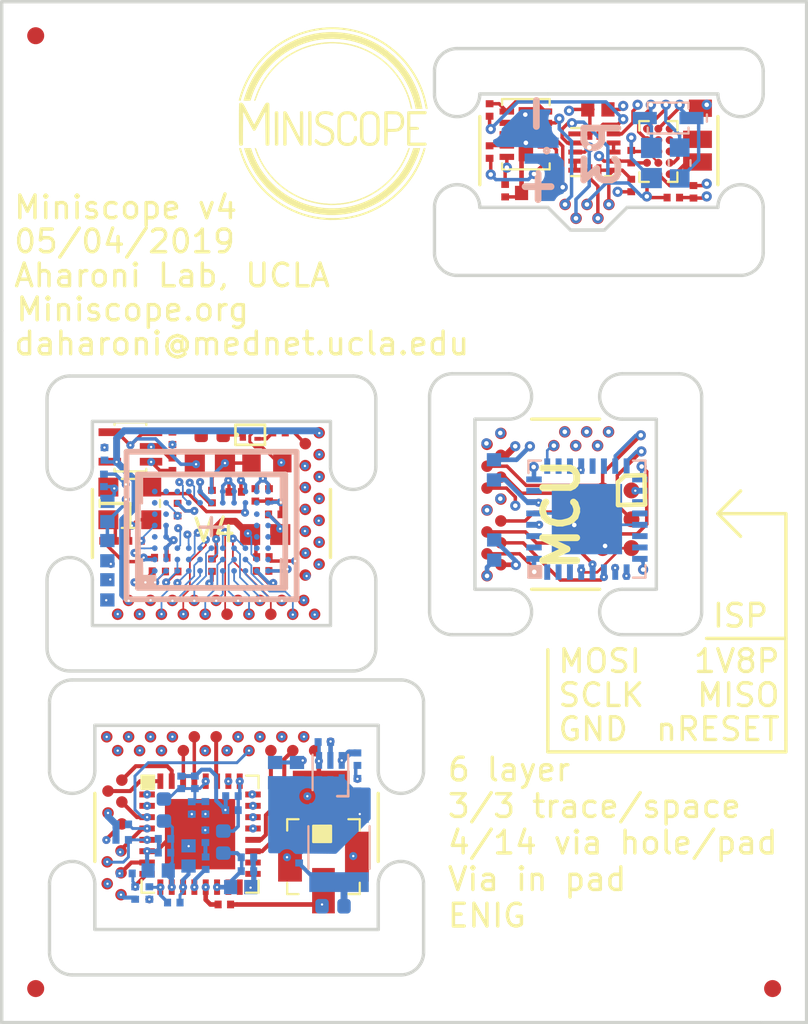
<source format=kicad_pcb>
(kicad_pcb (version 20171130) (host pcbnew "(5.1.0)-1")
  (layers (0 F.Cu signal hide) (1 In1.Cu power hide) (2 In2.Cu signal hide) (3 In3.Cu signal hide) (4 In4.Cu power hide) (31 B.Cu signal) (34 B.Paste user) (35 F.Paste user hide) (36 B.SilkS user) (37 F.SilkS user hide) (38 B.Mask user) (39 F.Mask user hide) (44 Edge.Cuts user))
  (net 0 "")
  (net 1 GND)
  (net 2 "Net-(L2-Pad1)")
  (net 3 +5V)
  (net 4 /VDD_PIX)
  (net 5 +1V8)
  (net 6 +3V3)
  (net 7 "Net-(R3-Pad1)")
  (net 8 "Net-(U2-PadF1)")
  (net 9 "Net-(U2-PadG1)")
  (net 10 "Net-(U2-PadH1)")
  (net 11 "Net-(U2-PadH2)")
  (net 12 "Net-(U2-PadH3)")
  (net 13 "Net-(R2-Pad1)")
  (net 14 /CLK_PLL)
  (net 15 /VREF_BOTPLATE)
  (net 16 "Net-(U2-PadB11)")
  (net 17 "Net-(U2-PadC10)")
  (net 18 "Net-(U2-PadC11)")
  (net 19 "Net-(U2-PadD10)")
  (net 20 "Net-(U2-PadD11)")
  (net 21 "Net-(U2-PadE10)")
  (net 22 "Net-(U2-PadE11)")
  (net 23 "Net-(U2-PadF10)")
  (net 24 "Net-(U2-PadH4)")
  (net 25 "Net-(D1-Pad1)")
  (net 26 "Net-(Q1-Pad1)")
  (net 27 /SS_N)
  (net 28 /FV)
  (net 29 /DOUT7)
  (net 30 /CLK_OUT)
  (net 31 /DOUT2)
  (net 32 /SCK)
  (net 33 /LV)
  (net 34 /DOUT6)
  (net 35 /DOUT4)
  (net 36 /DOUT0)
  (net 37 /MONITOR0)
  (net 38 /TRIGGER0)
  (net 39 /RESET_N)
  (net 40 /DOUT9)
  (net 41 /DOUT8)
  (net 42 /DOUT5)
  (net 43 /DOUT3)
  (net 44 /DOUT1)
  (net 45 /MONITOR1)
  (net 46 /MONITOR2)
  (net 47 /MISO)
  (net 48 /MOSI)
  (net 49 /LOCK_DETECT)
  (net 50 "Net-(D1-Pad2)")
  (net 51 /LED)
  (net 52 /I2C_SDA)
  (net 53 /I2C_SCL)
  (net 54 "Net-(U1-Pad2)")
  (net 55 "Net-(U1-Pad7)")
  (net 56 "Net-(U1-Pad10)")
  (net 57 "Net-(U1-Pad11)")
  (net 58 "Net-(U1-Pad14)")
  (net 59 "Net-(U1-Pad19)")
  (net 60 "Net-(U1-Pad20)")
  (net 61 "Net-(U1-Pad22)")
  (net 62 "Net-(U1-Pad23)")
  (net 63 "Net-(U1-Pad30)")
  (net 64 "Net-(U1-Pad31)")
  (net 65 "Net-(U1-Pad32)")
  (net 66 /SCLK)
  (net 67 /SCL)
  (net 68 /SDA)
  (net 69 /ENT1)
  (net 70 /ENT2)
  (net 71 /RESET_N_ISP)
  (net 72 "Net-(J9-Pad1)")
  (net 73 "Net-(U2-Pad3)")
  (net 74 "Net-(U1-PadB3)")
  (net 75 "Net-(U1-PadB4)")
  (net 76 "Net-(U1-PadC3)")
  (net 77 "Net-(U1-PadC4)")
  (net 78 "Net-(U1-PadC5)")
  (net 79 "Net-(D1-PadA)")
  (net 80 "Net-(C3-Pad1)")
  (net 81 "Net-(R1-Pad1)")
  (net 82 /I_SET)
  (net 83 "Net-(C5-Pad1)")
  (net 84 /ENT)
  (net 85 "Net-(D2-PadA)")
  (net 86 "Net-(C6-Pad1)")
  (net 87 "Net-(C5-Pad2)")
  (net 88 /EWL1)
  (net 89 /EWL2)
  (net 90 VDDD)
  (net 91 "Net-(C9-Pad2)")
  (net 92 DOUT_P)
  (net 93 "Net-(C10-Pad1)")
  (net 94 "Net-(C10-Pad2)")
  (net 95 PDB)
  (net 96 VDDPLL)
  (net 97 VDDCML)
  (net 98 CLK_OUT)
  (net 99 FV)
  (net 100 LV)
  (net 101 I2C_SDA)
  (net 102 I2C_SCL)
  (net 103 "Net-(L1-Pad1)")
  (net 104 MODE)
  (net 105 DIN0)
  (net 106 DIN1)
  (net 107 DIN2)
  (net 108 DIN3)
  (net 109 DIN4)
  (net 110 DIN5)
  (net 111 DIN6)
  (net 112 DIN7)
  (net 113 DIN8)
  (net 114 DIN9)
  (net 115 DIN11)
  (net 116 DIN10)
  (module .Logo:Miniscope_Logo2 (layer F.Cu) (at 93.83376 91.31452)
    (fp_text reference G*** hide)
    (fp_text value LOGO hide)
  )
  (module Fiducial:Fiducial_0.75mm_Dia_1.5mm_Outer (layer F.Cu) (at 113.22634 129.41798)
    (fp_text reference REF_BR hide)
    (fp_text value Fiducial_0.75mm_Dia_1.5mm_Outer)
    (pad ~ smd circle (at 0 0) (size 0.75 0.75) (layers F.Cu F.Mask) (clearance 0.375))
  )
  (module Fiducial:Fiducial_0.75mm_Dia_1.5mm_Outer (layer F.Cu) (at 80.72634 129.41798)
    (fp_text reference REF_BL hide)
    (fp_text value Fiducial_0.75mm_Dia_1.5mm_Outer)
    (pad ~ smd circle (at 0 0) (size 0.75 0.75) (layers F.Cu F.Mask) (clearance 0.375))
  )
  (module Fiducial:Fiducial_0.75mm_Dia_1.5mm_Outer (layer F.Cu) (at 80.72634 87.41798)
    (fp_text reference REF_TL hide)
    (fp_text value Fiducial_0.75mm_Dia_1.5mm_Outer)
    (pad ~ smd circle (at 0 0) (size 0.75 0.75) (layers F.Cu F.Mask) (clearance 0.375))
  )
  (module MountingHole:MountingHole_4mm (layer F.Cu) (at 83.72634 90.41798)
    (fp_text reference HOLE_TL hide)
    (fp_text value MountingHole_4mm)
    (pad 1 np_thru_hole circle (at 0 0) (size 4 4) (drill 4) (layers *.Cu *.Mask))
  )
  (module MountingHole:MountingHole_4mm (layer F.Cu) (at 110.22634 126.41798)
    (fp_text reference HOLE_BR hide)
    (fp_text value MountingHole_4mm)
    (pad 1 np_thru_hole circle (at 0 0) (size 4 4) (drill 4) (layers *.Cu *.Mask))
  )
  (module .Package_BGA:BGA88CP50_8X11_493X613X75B25 (layer B.Cu) (at 88.47634 109.25638)
    (fp_text reference U2 hide)
    (fp_text value NOIP1SN0480A)
    (pad A1 smd circle (at -2.5 1.75) (size 0.25 0.25) (layers B.Cu B.Paste B.Mask) (net 4 /VDD_PIX))
    (pad A2 smd circle (at -2 1.75) (size 0.25 0.25) (layers B.Cu B.Paste B.Mask) (net 5 +1V8))
    (pad A3 smd circle (at -1.5 1.75) (size 0.25 0.25) (layers B.Cu B.Paste B.Mask) (net 1 GND))
    (pad A4 smd circle (at -1 1.75) (size 0.25 0.25) (layers B.Cu B.Paste B.Mask) (net 27 /SS_N))
    (pad A5 smd circle (at -0.5 1.75) (size 0.25 0.25) (layers B.Cu B.Paste B.Mask) (net 28 /FV))
    (pad A6 smd circle (at 0 1.75) (size 0.25 0.25) (layers B.Cu B.Paste B.Mask) (net 1 GND))
    (pad A7 smd circle (at 0.5 1.75) (size 0.25 0.25) (layers B.Cu B.Paste B.Mask) (net 29 /DOUT7))
    (pad A8 smd circle (at 1 1.75) (size 0.25 0.25) (layers B.Cu B.Paste B.Mask) (net 30 /CLK_OUT))
    (pad A9 smd circle (at 1.5 1.75) (size 0.25 0.25) (layers B.Cu B.Paste B.Mask) (net 31 /DOUT2))
    (pad A10 smd circle (at 2 1.75) (size 0.25 0.25) (layers B.Cu B.Paste B.Mask) (net 5 +1V8))
    (pad A11 smd circle (at 2.5 1.75) (size 0.25 0.25) (layers B.Cu B.Paste B.Mask) (net 1 GND))
    (pad B1 smd circle (at -2.5 1.25) (size 0.25 0.25) (layers B.Cu B.Paste B.Mask) (net 6 +3V3))
    (pad B2 smd circle (at -2 1.25) (size 0.25 0.25) (layers B.Cu B.Paste B.Mask) (net 1 GND))
    (pad B3 smd circle (at -1.5 1.25) (size 0.25 0.25) (layers B.Cu B.Paste B.Mask) (net 1 GND))
    (pad B4 smd circle (at -1 1.25) (size 0.25 0.25) (layers B.Cu B.Paste B.Mask) (net 32 /SCK))
    (pad B5 smd circle (at -0.5 1.25) (size 0.25 0.25) (layers B.Cu B.Paste B.Mask) (net 33 /LV))
    (pad B6 smd circle (at 0 1.25) (size 0.25 0.25) (layers B.Cu B.Paste B.Mask) (net 4 /VDD_PIX))
    (pad B7 smd circle (at 0.5 1.25) (size 0.25 0.25) (layers B.Cu B.Paste B.Mask) (net 34 /DOUT6))
    (pad B8 smd circle (at 1 1.25) (size 0.25 0.25) (layers B.Cu B.Paste B.Mask) (net 35 /DOUT4))
    (pad B9 smd circle (at 1.5 1.25) (size 0.25 0.25) (layers B.Cu B.Paste B.Mask) (net 36 /DOUT0))
    (pad B10 smd circle (at 2 1.25) (size 0.25 0.25) (layers B.Cu B.Paste B.Mask) (net 4 /VDD_PIX))
    (pad B11 smd circle (at 2.5 1.25) (size 0.25 0.25) (layers B.Cu B.Paste B.Mask) (net 16 "Net-(U2-PadB11)"))
    (pad C1 smd circle (at -2.5 0.75) (size 0.25 0.25) (layers B.Cu B.Paste B.Mask) (net 37 /MONITOR0))
    (pad C2 smd circle (at -2 0.75) (size 0.25 0.25) (layers B.Cu B.Paste B.Mask) (net 1 GND))
    (pad C3 smd circle (at -1.5 0.75) (size 0.25 0.25) (layers B.Cu B.Paste B.Mask) (net 38 /TRIGGER0))
    (pad C4 smd circle (at -1 0.75) (size 0.25 0.25) (layers B.Cu B.Paste B.Mask) (net 39 /RESET_N))
    (pad C5 smd circle (at -0.5 0.75) (size 0.25 0.25) (layers B.Cu B.Paste B.Mask) (net 40 /DOUT9))
    (pad C6 smd circle (at 0 0.75) (size 0.25 0.25) (layers B.Cu B.Paste B.Mask) (net 41 /DOUT8))
    (pad C7 smd circle (at 0.5 0.75) (size 0.25 0.25) (layers B.Cu B.Paste B.Mask) (net 42 /DOUT5))
    (pad C8 smd circle (at 1 0.75) (size 0.25 0.25) (layers B.Cu B.Paste B.Mask) (net 43 /DOUT3))
    (pad C9 smd circle (at 1.5 0.75) (size 0.25 0.25) (layers B.Cu B.Paste B.Mask) (net 44 /DOUT1))
    (pad C10 smd circle (at 2 0.75) (size 0.25 0.25) (layers B.Cu B.Paste B.Mask) (net 17 "Net-(U2-PadC10)"))
    (pad C11 smd circle (at 2.5 0.75) (size 0.25 0.25) (layers B.Cu B.Paste B.Mask) (net 18 "Net-(U2-PadC11)"))
    (pad D1 smd circle (at -2.5 0.25) (size 0.25 0.25) (layers B.Cu B.Paste B.Mask) (net 45 /MONITOR1))
    (pad D2 smd circle (at -2 0.25) (size 0.25 0.25) (layers B.Cu B.Paste B.Mask) (net 1 GND))
    (pad D10 smd circle (at 2 0.25) (size 0.25 0.25) (layers B.Cu B.Paste B.Mask) (net 19 "Net-(U2-PadD10)"))
    (pad D11 smd circle (at 2.5 0.25) (size 0.25 0.25) (layers B.Cu B.Paste B.Mask) (net 20 "Net-(U2-PadD11)"))
    (pad E1 smd circle (at -2.5 -0.25) (size 0.25 0.25) (layers B.Cu B.Paste B.Mask) (net 7 "Net-(R3-Pad1)"))
    (pad E2 smd circle (at -2 -0.25) (size 0.25 0.25) (layers B.Cu B.Paste B.Mask) (net 1 GND))
    (pad E10 smd circle (at 2 -0.25) (size 0.25 0.25) (layers B.Cu B.Paste B.Mask) (net 21 "Net-(U2-PadE10)"))
    (pad E11 smd circle (at 2.5 -0.25) (size 0.25 0.25) (layers B.Cu B.Paste B.Mask) (net 22 "Net-(U2-PadE11)"))
    (pad F1 smd circle (at -2.5 -0.75) (size 0.25 0.25) (layers B.Cu B.Paste B.Mask) (net 8 "Net-(U2-PadF1)"))
    (pad F2 smd circle (at -2 -0.75) (size 0.25 0.25) (layers B.Cu B.Paste B.Mask) (net 46 /MONITOR2))
    (pad F10 smd circle (at 2 -0.75) (size 0.25 0.25) (layers B.Cu B.Paste B.Mask) (net 23 "Net-(U2-PadF10)"))
    (pad F11 smd circle (at 2.5 -0.75) (size 0.25 0.25) (layers B.Cu B.Paste B.Mask) (net 6 +3V3))
    (pad G1 smd circle (at -2.5 -1.25) (size 0.25 0.25) (layers B.Cu B.Paste B.Mask) (net 9 "Net-(U2-PadG1)"))
    (pad G2 smd circle (at -2 -1.25) (size 0.25 0.25) (layers B.Cu B.Paste B.Mask) (net 1 GND))
    (pad G3 smd circle (at -1.5 -1.25) (size 0.25 0.25) (layers B.Cu B.Paste B.Mask) (net 6 +3V3))
    (pad G4 smd circle (at -1 -1.25) (size 0.25 0.25) (layers B.Cu B.Paste B.Mask) (net 47 /MISO))
    (pad G5 smd circle (at -0.5 -1.25) (size 0.25 0.25) (layers B.Cu B.Paste B.Mask) (net 48 /MOSI))
    (pad G6 smd circle (at 0 -1.25) (size 0.25 0.25) (layers B.Cu B.Paste B.Mask) (net 1 GND))
    (pad G7 smd circle (at 0.5 -1.25) (size 0.25 0.25) (layers B.Cu B.Paste B.Mask) (net 1 GND))
    (pad G8 smd circle (at 1 -1.25) (size 0.25 0.25) (layers B.Cu B.Paste B.Mask) (net 1 GND))
    (pad G9 smd circle (at 1.5 -1.25) (size 0.25 0.25) (layers B.Cu B.Paste B.Mask) (net 14 /CLK_PLL))
    (pad G10 smd circle (at 2 -1.25) (size 0.25 0.25) (layers B.Cu B.Paste B.Mask) (net 49 /LOCK_DETECT))
    (pad G11 smd circle (at 2.5 -1.25) (size 0.25 0.25) (layers B.Cu B.Paste B.Mask) (net 1 GND))
    (pad H1 smd circle (at -2.5 -1.75) (size 0.25 0.25) (layers B.Cu B.Paste B.Mask) (net 10 "Net-(U2-PadH1)"))
    (pad H2 smd circle (at -2 -1.75) (size 0.25 0.25) (layers B.Cu B.Paste B.Mask) (net 11 "Net-(U2-PadH2)"))
    (pad H3 smd circle (at -1.5 -1.75) (size 0.25 0.25) (layers B.Cu B.Paste B.Mask) (net 12 "Net-(U2-PadH3)"))
    (pad H4 smd circle (at -1 -1.75) (size 0.25 0.25) (layers B.Cu B.Paste B.Mask) (net 24 "Net-(U2-PadH4)"))
    (pad H5 smd circle (at -0.5 -1.75) (size 0.25 0.25) (layers B.Cu B.Paste B.Mask) (net 1 GND))
    (pad H6 smd circle (at 0 -1.75) (size 0.25 0.25) (layers B.Cu B.Paste B.Mask) (net 15 /VREF_BOTPLATE))
    (pad H7 smd circle (at 0.5 -1.75) (size 0.25 0.25) (layers B.Cu B.Paste B.Mask) (net 1 GND))
    (pad H8 smd circle (at 1 -1.75) (size 0.25 0.25) (layers B.Cu B.Paste B.Mask) (net 1 GND))
    (pad H9 smd circle (at 1.5 -1.75) (size 0.25 0.25) (layers B.Cu B.Paste B.Mask) (net 5 +1V8))
    (pad H10 smd circle (at 2 -1.75) (size 0.25 0.25) (layers B.Cu B.Paste B.Mask) (net 6 +3V3))
    (pad H11 smd circle (at 2.5 -1.75) (size 0.25 0.25) (layers B.Cu B.Paste B.Mask) (net 6 +3V3))
  )
  (module .Connector:B2B_Flex_14_Dual_Row_38milx24mil_Pad_20mil (layer F.Cu) (at 93.22634 104.91798 270)
    (fp_text reference J2 hide)
    (fp_text value Conn_01x14)
    (pad 14 smd circle (at 6.273793 0.6096 270) (size 0.508 0.508) (layers F.Cu F.Paste F.Mask) (net 1 GND))
    (pad 13 smd circle (at 5.791194 0 270) (size 0.508 0.508) (layers F.Cu F.Paste F.Mask) (net 5 +1V8))
    (pad 12 smd circle (at 5.308594 0.6096 270) (size 0.508 0.508) (layers F.Cu F.Paste F.Mask) (net 27 /SS_N))
    (pad 11 smd circle (at 4.825995 0 270) (size 0.508 0.508) (layers F.Cu F.Paste F.Mask) (net 52 /I2C_SDA))
    (pad 10 smd circle (at 4.343395 0.6096 270) (size 0.508 0.508) (layers F.Cu F.Paste F.Mask) (net 53 /I2C_SCL))
    (pad 9 smd circle (at 3.860796 0 270) (size 0.508 0.508) (layers F.Cu F.Paste F.Mask) (net 32 /SCK))
    (pad 8 smd circle (at 3.378196 0.6096 270) (size 0.508 0.508) (layers F.Cu F.Paste F.Mask) (net 39 /RESET_N))
    (pad 7 smd circle (at 2.895597 0 270) (size 0.508 0.508) (layers F.Cu F.Paste F.Mask) (net 38 /TRIGGER0))
    (pad 6 smd circle (at 2.412997 0.6096 270) (size 0.508 0.508) (layers F.Cu F.Paste F.Mask) (net 37 /MONITOR0))
    (pad 5 smd circle (at 1.930398 0 270) (size 0.508 0.508) (layers F.Cu F.Paste F.Mask) (net 47 /MISO))
    (pad 4 smd circle (at 1.447798 0.6096 270) (size 0.508 0.508) (layers F.Cu F.Paste F.Mask) (net 48 /MOSI))
    (pad 3 smd circle (at 0.965199 0 270) (size 0.508 0.508) (layers F.Cu F.Paste F.Mask) (net 6 +3V3))
    (pad 2 smd circle (at 0.482599 0.6096 270) (size 0.508 0.508) (layers F.Cu F.Paste F.Mask) (net 51 /LED))
    (pad 1 smd circle (at 0 0 270) (size 0.508 0.508) (layers F.Cu F.Paste F.Mask) (net 3 +5V))
  )
  (module .Resistor:R_0201_0603Metric_ERJ_L (layer F.Cu) (at 91.45594 104.90898)
    (fp_text reference R4 hide)
    (fp_text value 1K)
    (pad 2 smd rect (at 0.275 0) (size 0.31 0.34) (layers F.Cu F.Paste F.Mask) (net 51 /LED))
    (pad 1 smd rect (at -0.275 0) (size 0.31 0.34) (layers F.Cu F.Paste F.Mask) (net 26 "Net-(Q1-Pad1)"))
  )
  (module .Resistor:R_0201_0603Metric_ERJ_L (layer F.Cu) (at 85.10594 109.68418 180)
    (fp_text reference R3 hide)
    (fp_text value 47.7K)
    (pad 2 smd rect (at 0.275 0 180) (size 0.31 0.34) (layers F.Cu F.Paste F.Mask) (net 1 GND))
    (pad 1 smd rect (at -0.275 0 180) (size 0.31 0.34) (layers F.Cu F.Paste F.Mask) (net 7 "Net-(R3-Pad1)"))
  )
  (module .Resistor:R_0201_0603Metric_ERJ_L (layer F.Cu) (at 83.96294 109.68418 180)
    (fp_text reference R2 hide)
    (fp_text value DNL)
    (pad 2 smd rect (at 0.275 0 180) (size 0.31 0.34) (layers F.Cu F.Paste F.Mask) (net 6 +3V3))
    (pad 1 smd rect (at -0.275 0 180) (size 0.31 0.34) (layers F.Cu F.Paste F.Mask) (net 13 "Net-(R2-Pad1)"))
  )
  (module .Resistor:R_0201_0603Metric_ERJ_L (layer F.Cu) (at 86.75694 105.16298 270)
    (fp_text reference R1 hide)
    (fp_text value 1.8K)
    (pad 2 smd rect (at 0.275 0 270) (size 0.31 0.34) (layers F.Cu F.Paste F.Mask) (net 6 +3V3))
    (pad 1 smd rect (at -0.275 0 270) (size 0.31 0.34) (layers F.Cu F.Paste F.Mask) (net 50 "Net-(D1-Pad2)"))
  )
  (module LED_SMD:LED_0402_1005Metric (layer F.Cu) (at 88.50954 105.01058 180)
    (fp_text reference D1 hide)
    (fp_text value LED_Small_ALT)
    (pad 2 smd roundrect (at 0.485 0 180) (size 0.59 0.64) (layers F.Cu F.Paste F.Mask) (net 50 "Net-(D1-Pad2)"))
    (pad 1 smd roundrect (at -0.485 0 180) (size 0.59 0.64) (layers F.Cu F.Paste F.Mask) (net 25 "Net-(D1-Pad1)"))
  )
  (module .Transistor:TRXDFN3_101X61X53L25X15N (layer F.Cu) (at 90.18594 105.01058 180)
    (fp_text reference Q1 hide)
    (fp_text value MMBT3904LP-7B)
    (pad 3 smd rect (at 0.325 0 180) (size 0.28 0.52) (layers F.Cu F.Paste F.Mask) (net 25 "Net-(D1-Pad1)"))
    (pad 2 smd rect (at -0.325 0.175 180) (size 0.28 0.17) (layers F.Cu F.Paste F.Mask) (net 1 GND))
    (pad 1 smd rect (at -0.325 -0.175 180) (size 0.28 0.17) (layers F.Cu F.Paste F.Mask) (net 26 "Net-(Q1-Pad1)"))
  )
  (module .Capacitor:C_0201_0603Metric_L (layer F.Cu) (at 88.50174 107.73238 270)
    (fp_text reference C19 hide)
    (fp_text value GRM033R61A104ME15D)
    (pad 2 smd rect (at 0.275 0 270) (size 0.31 0.34) (layers F.Cu F.Paste F.Mask) (net 1 GND))
    (pad 1 smd rect (at -0.275 0 270) (size 0.31 0.34) (layers F.Cu F.Paste F.Mask) (net 15 /VREF_BOTPLATE))
  )
  (module .Capacitor:C_0201_0603Metric_L (layer F.Cu) (at 86.72374 111.03438)
    (fp_text reference C13 hide)
    (fp_text value GRM033R61A104ME15D)
    (pad 2 smd rect (at 0.275 0) (size 0.31 0.34) (layers F.Cu F.Paste F.Mask) (net 1 GND))
    (pad 1 smd rect (at -0.275 0) (size 0.31 0.34) (layers F.Cu F.Paste F.Mask) (net 5 +1V8))
  )
  (module .Capacitor:C_0201_0603Metric_L (layer F.Cu) (at 90.41454 107.65618 270)
    (fp_text reference C2 hide)
    (fp_text value GRM033R61A104ME15D)
    (pad 1 smd rect (at -0.275 0 270) (size 0.31 0.34) (layers F.Cu F.Paste F.Mask) (net 6 +3V3))
    (pad 2 smd rect (at 0.275 0 270) (size 0.31 0.34) (layers F.Cu F.Paste F.Mask) (net 1 GND))
  )
  (module .Capacitor:C_0201_0603Metric_L (layer F.Cu) (at 86.24114 110.42478)
    (fp_text reference C3 hide)
    (fp_text value GRM033R61A104ME15D)
    (pad 2 smd rect (at 0.275 0) (size 0.31 0.34) (layers F.Cu F.Paste F.Mask) (net 1 GND))
    (pad 1 smd rect (at -0.275 0) (size 0.31 0.34) (layers F.Cu F.Paste F.Mask) (net 6 +3V3))
  )
  (module .Capacitor:C_0201_0603Metric_L (layer F.Cu) (at 91.27034 108.51578)
    (fp_text reference C4 hide)
    (fp_text value GRM033R61A104ME15D)
    (pad 1 smd rect (at -0.275 0) (size 0.31 0.34) (layers F.Cu F.Paste F.Mask) (net 6 +3V3))
    (pad 2 smd rect (at 0.275 0) (size 0.31 0.34) (layers F.Cu F.Paste F.Mask) (net 1 GND))
  )
  (module .Capacitor:C_0201_0603Metric_L (layer F.Cu) (at 90.74474 110.39538)
    (fp_text reference C7 hide)
    (fp_text value GRM033R61A104ME15D)
    (pad 2 smd rect (at 0.275 0) (size 0.31 0.34) (layers F.Cu F.Paste F.Mask) (net 1 GND))
    (pad 1 smd rect (at -0.275 0) (size 0.31 0.34) (layers F.Cu F.Paste F.Mask) (net 4 /VDD_PIX))
  )
  (module .Capacitor:C_0201_0603Metric_L (layer F.Cu) (at 88.50174 110.75498 270)
    (fp_text reference C8 hide)
    (fp_text value GRM033R61A104ME15D)
    (pad 1 smd rect (at -0.275 0 270) (size 0.31 0.34) (layers F.Cu F.Paste F.Mask) (net 4 /VDD_PIX))
    (pad 2 smd rect (at 0.275 0 270) (size 0.31 0.34) (layers F.Cu F.Paste F.Mask) (net 1 GND))
  )
  (module .Capacitor:C_0201_0603Metric_L (layer F.Cu) (at 85.58854 111.02238 180)
    (fp_text reference C9 hide)
    (fp_text value GRM033R61A104ME15D)
    (pad 2 smd rect (at 0.275 0 180) (size 0.31 0.34) (layers F.Cu F.Paste F.Mask) (net 1 GND))
    (pad 1 smd rect (at -0.275 0 180) (size 0.31 0.34) (layers F.Cu F.Paste F.Mask) (net 4 /VDD_PIX))
  )
  (module .Capacitor:C_0201_0603Metric_L (layer F.Cu) (at 89.52554 107.52518 180)
    (fp_text reference C11 hide)
    (fp_text value GRM033R61A104ME15D)
    (pad 1 smd rect (at -0.275 0 180) (size 0.31 0.34) (layers F.Cu F.Paste F.Mask) (net 5 +1V8))
    (pad 2 smd rect (at 0.275 0 180) (size 0.31 0.34) (layers F.Cu F.Paste F.Mask) (net 1 GND))
  )
  (module .Capacitor:C_0201_0603Metric_L (layer F.Cu) (at 90.73694 111.00898)
    (fp_text reference C12 hide)
    (fp_text value GRM033R61A104ME15D)
    (pad 2 smd rect (at 0.275 0) (size 0.31 0.34) (layers F.Cu F.Paste F.Mask) (net 1 GND))
    (pad 1 smd rect (at -0.275 0) (size 0.31 0.34) (layers F.Cu F.Paste F.Mask) (net 5 +1V8))
  )
  (module .Capacitor:C_0201_0603Metric_L (layer F.Cu) (at 86.98554 108.30458 270)
    (fp_text reference C1 hide)
    (fp_text value GRM033R61A104ME15D)
    (pad 1 smd rect (at -0.275 0 270) (size 0.31 0.34) (layers F.Cu F.Paste F.Mask) (net 6 +3V3))
    (pad 2 smd rect (at 0.275 0 270) (size 0.31 0.34) (layers F.Cu F.Paste F.Mask) (net 1 GND))
  )
  (module .Capacitor:C_0201_0603Metric_L (layer F.Cu) (at 86.75694 106.30598 90)
    (fp_text reference C16 hide)
    (fp_text value GRM033R61A104ME15D)
    (pad 2 smd rect (at 0.275 0 90) (size 0.31 0.34) (layers F.Cu F.Paste F.Mask) (net 1 GND))
    (pad 1 smd rect (at -0.275 0 90) (size 0.31 0.34) (layers F.Cu F.Paste F.Mask) (net 5 +1V8))
  )
  (module .Capacitor:C_0201_0603Metric_L (layer B.Cu) (at 83.73434 107.01718 90)
    (fp_text reference C18 hide)
    (fp_text value GRM033R61A104ME15D)
    (pad 1 smd rect (at -0.275 0 90) (size 0.31 0.34) (layers B.Cu B.Paste B.Mask) (net 6 +3V3))
    (pad 2 smd rect (at 0.275 0 90) (size 0.31 0.34) (layers B.Cu B.Paste B.Mask) (net 1 GND))
  )
  (module .Capacitor:C_0201_0603Metric_L (layer B.Cu) (at 83.75974 105.84878 90)
    (fp_text reference C15 hide)
    (fp_text value GRM033R61A104ME15D)
    (pad 2 smd rect (at 0.275 0 90) (size 0.31 0.34) (layers B.Cu B.Paste B.Mask) (net 1 GND))
    (pad 1 smd rect (at -0.275 0 90) (size 0.31 0.34) (layers B.Cu B.Paste B.Mask) (net 3 +5V))
  )
  (module .Capacitor:C_0201_0603Metric_L (layer F.Cu) (at 91.01634 107.65618 270)
    (fp_text reference C5 hide)
    (fp_text value GRM033R61A104ME15D)
    (pad 1 smd rect (at -0.275 0 270) (size 0.31 0.34) (layers F.Cu F.Paste F.Mask) (net 6 +3V3))
    (pad 2 smd rect (at 0.275 0 270) (size 0.31 0.34) (layers F.Cu F.Paste F.Mask) (net 1 GND))
  )
  (module .Capacitor:C_0402_1005Metric_L (layer B.Cu) (at 83.88674 111.84318 270)
    (fp_text reference C10 hide)
    (fp_text value GRM155R60J106ME15D)
    (pad 1 smd rect (at -0.445 0 270) (size 0.58 0.63) (layers B.Cu B.Paste B.Mask) (net 4 /VDD_PIX))
    (pad 2 smd rect (at 0.445 0 270) (size 0.58 0.63) (layers B.Cu B.Paste B.Mask) (net 1 GND))
  )
  (module .Capacitor:C_0402_1005Metric_L (layer B.Cu) (at 83.88674 108.38878 270)
    (fp_text reference C6 hide)
    (fp_text value GRM155R60J106ME15D)
    (pad 2 smd rect (at 0.445 0 270) (size 0.58 0.63) (layers B.Cu B.Paste B.Mask) (net 1 GND))
    (pad 1 smd rect (at -0.445 0 270) (size 0.58 0.63) (layers B.Cu B.Paste B.Mask) (net 6 +3V3))
  )
  (module .Capacitor:C_0402_1005Metric_L (layer B.Cu) (at 83.88674 110.11598 90)
    (fp_text reference C14 hide)
    (fp_text value GRM155R60J106ME15D)
    (pad 1 smd rect (at -0.445 0 90) (size 0.58 0.63) (layers B.Cu B.Paste B.Mask) (net 5 +1V8))
    (pad 2 smd rect (at 0.445 0 90) (size 0.58 0.63) (layers B.Cu B.Paste B.Mask) (net 1 GND))
  )
  (module .Capacitor:C_0603_1608Metric_L (layer F.Cu) (at 90.92254 106.22978)
    (fp_text reference C17 hide)
    (fp_text value GRM188R61E475KE11D)
    (pad 1 smd rect (at -0.68 0) (size 0.81 0.87) (layers F.Cu F.Paste F.Mask) (net 15 /VREF_BOTPLATE))
    (pad 2 smd rect (at 0.68 0) (size 0.81 0.87) (layers F.Cu F.Paste F.Mask) (net 1 GND))
  )
  (module .Connector:B2B_Flex_20_Dual_Row_38milx24mil_Pad_20mil (layer F.Cu) (at 93.02634 112.91798 180)
    (fp_text reference J1 hide)
    (fp_text value Conn_01x20)
    (pad 1 smd circle (at 0 0 180) (size 0.508 0.508) (layers F.Cu F.Paste F.Mask) (net 1 GND))
    (pad 2 smd circle (at 0.482599 0.6096 180) (size 0.508 0.508) (layers F.Cu F.Paste F.Mask) (net 5 +1V8))
    (pad 3 smd circle (at 0.965199 0 180) (size 0.508 0.508) (layers F.Cu F.Paste F.Mask) (net 36 /DOUT0))
    (pad 4 smd circle (at 1.447798 0.6096 180) (size 0.508 0.508) (layers F.Cu F.Paste F.Mask) (net 31 /DOUT2))
    (pad 5 smd circle (at 1.930398 0 180) (size 0.508 0.508) (layers F.Cu F.Paste F.Mask) (net 44 /DOUT1))
    (pad 6 smd circle (at 2.412997 0.6096 180) (size 0.508 0.508) (layers F.Cu F.Paste F.Mask) (net 43 /DOUT3))
    (pad 7 smd circle (at 2.895597 0 180) (size 0.508 0.508) (layers F.Cu F.Paste F.Mask) (net 30 /CLK_OUT))
    (pad 8 smd circle (at 3.378196 0.6096 180) (size 0.508 0.508) (layers F.Cu F.Paste F.Mask) (net 35 /DOUT4))
    (pad 9 smd circle (at 3.860796 0 180) (size 0.508 0.508) (layers F.Cu F.Paste F.Mask) (net 42 /DOUT5))
    (pad 10 smd circle (at 4.343395 0.6096 180) (size 0.508 0.508) (layers F.Cu F.Paste F.Mask) (net 29 /DOUT7))
    (pad 11 smd circle (at 4.825995 0 180) (size 0.508 0.508) (layers F.Cu F.Paste F.Mask) (net 34 /DOUT6))
    (pad 12 smd circle (at 5.308594 0.6096 180) (size 0.508 0.508) (layers F.Cu F.Paste F.Mask) (net 41 /DOUT8))
    (pad 13 smd circle (at 5.791194 0 180) (size 0.508 0.508) (layers F.Cu F.Paste F.Mask) (net 40 /DOUT9))
    (pad 14 smd circle (at 6.273793 0.6096 180) (size 0.508 0.508) (layers F.Cu F.Paste F.Mask) (net 28 /FV))
    (pad 15 smd circle (at 6.756393 0 180) (size 0.508 0.508) (layers F.Cu F.Paste F.Mask) (net 33 /LV))
    (pad 16 smd circle (at 7.238992 0.6096 180) (size 0.508 0.508) (layers F.Cu F.Paste F.Mask) (net 52 /I2C_SDA))
    (pad 17 smd circle (at 7.721592 0 180) (size 0.508 0.508) (layers F.Cu F.Paste F.Mask) (net 53 /I2C_SCL))
    (pad 18 smd circle (at 8.204191 0.6096 180) (size 0.508 0.508) (layers F.Cu F.Paste F.Mask) (net 3 +5V))
    (pad 19 smd circle (at 8.686791 0 180) (size 0.508 0.508) (layers F.Cu F.Paste F.Mask) (net 6 +3V3))
    (pad 20 smd circle (at 9.16939 0.6096 180) (size 0.508 0.508) (layers F.Cu F.Paste F.Mask) (net 1 GND))
  )
  (module .Inductor:L_0603_1608Metric_L (layer F.Cu) (at 90.84634 109.40478 180)
    (fp_text reference L1 hide)
    (fp_text value BLM18PG471SN1D)
    (pad 2 smd rect (at 0.665 0 180) (size 0.89 0.92) (layers F.Cu F.Paste F.Mask) (net 4 /VDD_PIX))
    (pad 1 smd rect (at -0.665 0 180) (size 0.89 0.92) (layers F.Cu F.Paste F.Mask) (net 6 +3V3))
  )
  (module .Inductor:L_0603_1608Metric_L (layer F.Cu) (at 88.40794 106.25518)
    (fp_text reference L2 hide)
    (fp_text value BLM18PG471SN1D)
    (pad 1 smd rect (at -0.665 0) (size 0.89 0.92) (layers F.Cu F.Paste F.Mask) (net 2 "Net-(L2-Pad1)"))
    (pad 2 smd rect (at 0.665 0) (size 0.89 0.92) (layers F.Cu F.Paste F.Mask) (net 15 /VREF_BOTPLATE))
  )
  (module .Oscillator:OSC_CC250X200X80L70X75L (layer F.Cu) (at 84.87734 108.03318)
    (fp_text reference U3 hide)
    (fp_text value SiT_2.5mmx2mm)
    (pad 1 smd rect (at -0.945 0.72 90) (size 0.83 0.88) (layers F.Cu F.Paste F.Mask) (net 13 "Net-(R2-Pad1)"))
    (pad 2 smd rect (at 0.945 0.72 90) (size 0.83 0.88) (layers F.Cu F.Paste F.Mask) (net 1 GND))
    (pad 3 smd rect (at 0.945 -0.72 90) (size 0.83 0.88) (layers F.Cu F.Paste F.Mask) (net 14 /CLK_PLL))
    (pad 4 smd rect (at -0.945 -0.72 90) (size 0.83 0.88) (layers F.Cu F.Paste F.Mask) (net 6 +3V3))
  )
  (module .Package_SOT:SOT_23-5P65_210X110L36X22L (layer F.Cu) (at 84.90274 105.54398 90)
    (fp_text reference U1 hide)
    (fp_text value LMV321IDCKR)
    (pad 1 smd rect (at -0.65 0.91 180) (size 0.99 0.34) (layers F.Cu F.Paste F.Mask) (net 5 +1V8))
    (pad 2 smd rect (at 0 0.91 180) (size 0.99 0.34) (layers F.Cu F.Paste F.Mask) (net 1 GND))
    (pad 3 smd rect (at 0.65 0.91 180) (size 0.99 0.34) (layers F.Cu F.Paste F.Mask) (net 2 "Net-(L2-Pad1)"))
    (pad 4 smd rect (at 0.65 -0.91 180) (size 0.99 0.34) (layers F.Cu F.Paste F.Mask) (net 2 "Net-(L2-Pad1)"))
    (pad 5 smd rect (at -0.65 -0.91 180) (size 0.99 0.34) (layers F.Cu F.Paste F.Mask) (net 3 +5V))
  )
  (module .Connector:Conn_1x1_250x750_Pad (layer F.Cu) (at 110.04096 90.61492 90)
    (fp_text reference J1 hide)
    (fp_text value Conn_01x01)
    (pad 1 smd rect (at 0 0 90) (size 0.762 1.016) (layers F.Cu F.Paste F.Mask) (net 1 GND))
  )
  (module .Capacitor:C_0201_0603Metric_L (layer F.Cu) (at 106.99296 94.01852 270)
    (fp_text reference C7 hide)
    (fp_text value GRM033R61A104ME15D)
    (pad 1 smd rect (at -0.275 0 270) (size 0.31 0.34) (layers F.Cu F.Paste F.Mask) (net 6 +3V3))
    (pad 2 smd rect (at 0.275 0 270) (size 0.31 0.34) (layers F.Cu F.Paste F.Mask) (net 1 GND))
  )
  (module .Resistor:R_0201_0603Metric_ERJ_L (layer F.Cu) (at 108.84716 94.55192)
    (fp_text reference R2 hide)
    (fp_text value ERJ-1GEF1022C)
    (pad 1 smd rect (at -0.275 0) (size 0.31 0.34) (layers F.Cu F.Paste F.Mask) (net 68 /SDA))
    (pad 2 smd rect (at 0.275 0) (size 0.31 0.34) (layers F.Cu F.Paste F.Mask) (net 6 +3V3))
  )
  (module .Resistor:R_0201_0603Metric_ERJ_L (layer F.Cu) (at 109.73616 94.29792 270)
    (fp_text reference R3 hide)
    (fp_text value ERJ-1GEF1022C)
    (pad 2 smd rect (at 0.275 0 270) (size 0.31 0.34) (layers F.Cu F.Paste F.Mask) (net 6 +3V3))
    (pad 1 smd rect (at -0.275 0 270) (size 0.31 0.34) (layers F.Cu F.Paste F.Mask) (net 67 /SCL))
  )
  (module .Connector:B2B_Flex_05_Dual_Row_38milx24mil_Pad_20mil (layer F.Cu) (at 104.076056 94.854434)
    (fp_text reference J10 hide)
    (fp_text value Conn_01x05)
    (pad 1 smd circle (at 0 0) (size 0.508 0.508) (layers F.Cu F.Paste F.Mask) (net 84 /ENT))
    (pad 2 smd circle (at 0.482599 0.6096) (size 0.508 0.508) (layers F.Cu F.Paste F.Mask) (net 67 /SCL))
    (pad 3 smd circle (at 0.965199 0) (size 0.508 0.508) (layers F.Cu F.Paste F.Mask) (net 68 /SDA))
    (pad 4 smd circle (at 1.447798 0.6096) (size 0.508 0.508) (layers F.Cu F.Paste F.Mask) (net 1 GND))
    (pad 5 smd circle (at 1.930398 0) (size 0.508 0.508) (layers F.Cu F.Paste F.Mask) (net 6 +3V3))
  )
  (module .Capacitor:C_0603_1608Metric_L (layer B.Cu) (at 109.12656 93.02792 90)
    (fp_text reference C3 hide)
    (fp_text value "100nF 100V 0603")
    (pad 1 smd rect (at -0.680001 0 90) (size 0.81 0.87) (layers B.Cu B.Paste B.Mask) (net 80 "Net-(C3-Pad1)"))
    (pad 2 smd rect (at 0.680001 0 90) (size 0.81 0.87) (layers B.Cu B.Paste B.Mask) (net 1 GND))
  )
  (module .Diode:SOD_323_250X125X110L30X32L (layer B.Cu) (at 108.61856 91.04672 180)
    (fp_text reference D1 hide)
    (fp_text value BAS316)
    (pad C smd rect (at -1.03 0 180) (size 1.06 0.54) (layers B.Cu B.Paste B.Mask) (net 80 "Net-(C3-Pad1)"))
    (pad A smd rect (at 1.03 0 180) (size 1.06 0.54) (layers B.Cu B.Paste B.Mask) (net 79 "Net-(D1-PadA)"))
  )
  (module .LED:LED_LXZ1_PR01_L (layer B.Cu) (at 103.03776 92.48372 90)
    (fp_text reference D2 hide)
    (fp_text value LXZ1-PR01)
    (pad A smd rect (at -0.35 0 90) (size 0.45 1.5) (layers B.Cu B.Paste B.Mask) (net 85 "Net-(D2-PadA)"))
    (pad C smd rect (at 0.35 0 90) (size 0.45 1.5) (layers B.Cu B.Paste B.Mask) (net 1 GND))
  )
  (module .Capacitor:C_0201_0603Metric_L (layer F.Cu) (at 101.43036 94.24712 270)
    (fp_text reference C2 hide)
    (fp_text value GRM033R61A225ME47D)
    (pad 2 smd rect (at 0.275 0 270) (size 0.31 0.34) (layers F.Cu F.Paste F.Mask) (net 1 GND))
    (pad 1 smd rect (at -0.275 0 270) (size 0.31 0.34) (layers F.Cu F.Paste F.Mask) (net 6 +3V3))
  )
  (module .Capacitor:C_0201_0603Metric_L (layer F.Cu) (at 106.99296 92.74852 270)
    (fp_text reference C4 hide)
    (fp_text value GRM033R61A104ME15D)
    (pad 1 smd rect (at -0.275 0 270) (size 0.31 0.34) (layers F.Cu F.Paste F.Mask) (net 6 +3V3))
    (pad 2 smd rect (at 0.275 0 270) (size 0.31 0.34) (layers F.Cu F.Paste F.Mask) (net 1 GND))
  )
  (module .Capacitor:C_0201_0603Metric_L (layer F.Cu) (at 100.74456 92.54532 270)
    (fp_text reference C5 hide)
    (fp_text value GRM033R61A225ME47D)
    (pad 2 smd rect (at 0.275 0 270) (size 0.31 0.34) (layers F.Cu F.Paste F.Mask) (net 87 "Net-(C5-Pad2)"))
    (pad 1 smd rect (at -0.275 0 270) (size 0.31 0.34) (layers F.Cu F.Paste F.Mask) (net 83 "Net-(C5-Pad1)"))
  )
  (module .Capacitor:C_0402_1005Metric_L (layer F.Cu) (at 102.59876 94.34872 180)
    (fp_text reference C6 hide)
    (fp_text value GRM155R60J475ME87D)
    (pad 2 smd rect (at 0.445 0 180) (size 0.58 0.63) (layers F.Cu F.Paste F.Mask) (net 1 GND))
    (pad 1 smd rect (at -0.445 0 180) (size 0.58 0.63) (layers F.Cu F.Paste F.Mask) (net 86 "Net-(C6-Pad1)"))
  )
  (module .Capacitor:C_0402_1005Metric_L (layer F.Cu) (at 105.51976 90.66572 180)
    (fp_text reference C1 hide)
    (fp_text value GRM155R60J475ME87D)
    (pad 1 smd rect (at -0.445 0 180) (size 0.58 0.63) (layers F.Cu F.Paste F.Mask) (net 6 +3V3))
    (pad 2 smd rect (at 0.445 0 180) (size 0.58 0.63) (layers F.Cu F.Paste F.Mask) (net 1 GND))
  )
  (module .Connector:Conn_1x1_250x750_Pad (layer F.Cu) (at 109.91396 92.98372 90)
    (fp_text reference J7 hide)
    (fp_text value Conn_01x01)
    (pad 1 smd rect (at 0 0 90) (size 0.762 1.27) (layers F.Cu F.Paste F.Mask) (net 89 /EWL2))
  )
  (module .Connector:Conn_1x1_250x750_Pad (layer F.Cu) (at 109.91396 91.98372 90)
    (fp_text reference J6 hide)
    (fp_text value Conn_01x01)
    (pad 1 smd rect (at 0 0 90) (size 0.762 1.27) (layers F.Cu F.Paste F.Mask) (net 88 /EWL1))
  )
  (module .Resistor:R_0201_0603Metric_ERJ_L (layer F.Cu) (at 100.74456 90.69112 90)
    (fp_text reference R1 hide)
    (fp_text value ERJ-1GEF1022C)
    (pad 1 smd rect (at -0.275 0 90) (size 0.31 0.34) (layers F.Cu F.Paste F.Mask) (net 81 "Net-(R1-Pad1)"))
    (pad 2 smd rect (at 0.275 0 90) (size 0.31 0.34) (layers F.Cu F.Paste F.Mask) (net 82 /I_SET))
  )
  (module .Inductor:L_0603_1608Metric_L (layer B.Cu) (at 107.88196 93.02792 90)
    (fp_text reference L1 hide)
    (fp_text value LQM18PN3R3MGHD)
    (pad 1 smd rect (at -0.665 0 90) (size 0.89 0.92) (layers B.Cu B.Paste B.Mask) (net 6 +3V3))
    (pad 2 smd rect (at 0.665 0 90) (size 0.89 0.92) (layers B.Cu B.Paste B.Mask) (net 79 "Net-(D1-PadA)"))
  )
  (module .Package_BGA:BGA_15_NP50_3X5_155X255X69B31N (layer F.Cu) (at 108.18676 92.51992 90)
    (fp_text reference U1 hide)
    (fp_text value MAX14574EWL+)
    (pad C5 smd circle (at 1 0.5 90) (size 0.35 0.35) (layers F.Cu F.Paste F.Mask) (net 78 "Net-(U1-PadC5)"))
    (pad C4 smd circle (at 0.5 0.5 90) (size 0.35 0.35) (layers F.Cu F.Paste F.Mask) (net 77 "Net-(U1-PadC4)"))
    (pad C3 smd circle (at 0 0.5 90) (size 0.35 0.35) (layers F.Cu F.Paste F.Mask) (net 76 "Net-(U1-PadC3)"))
    (pad C2 smd circle (at -0.5 0.5 90) (size 0.35 0.35) (layers F.Cu F.Paste F.Mask) (net 88 /EWL1))
    (pad C1 smd circle (at -1 0.5 90) (size 0.35 0.35) (layers F.Cu F.Paste F.Mask) (net 89 /EWL2))
    (pad B5 smd circle (at 1 0 90) (size 0.35 0.35) (layers F.Cu F.Paste F.Mask) (net 80 "Net-(C3-Pad1)"))
    (pad B4 smd circle (at 0.5 0 90) (size 0.35 0.35) (layers F.Cu F.Paste F.Mask) (net 75 "Net-(U1-PadB4)"))
    (pad B3 smd circle (at 0 0 90) (size 0.35 0.35) (layers F.Cu F.Paste F.Mask) (net 74 "Net-(U1-PadB3)"))
    (pad B2 smd circle (at -0.5 0 90) (size 0.35 0.35) (layers F.Cu F.Paste F.Mask) (net 6 +3V3))
    (pad B1 smd circle (at -1 0 90) (size 0.35 0.35) (layers F.Cu F.Paste F.Mask) (net 67 /SCL))
    (pad A5 smd circle (at 1 -0.5 90) (size 0.35 0.35) (layers F.Cu F.Paste F.Mask) (net 1 GND))
    (pad A4 smd circle (at 0.5 -0.5 90) (size 0.35 0.35) (layers F.Cu F.Paste F.Mask) (net 79 "Net-(D1-PadA)"))
    (pad A3 smd circle (at 0 -0.5 90) (size 0.35 0.35) (layers F.Cu F.Paste F.Mask) (net 6 +3V3))
    (pad A2 smd circle (at -0.5 -0.5 90) (size 0.35 0.35) (layers F.Cu F.Paste F.Mask) (net 1 GND))
    (pad A1 smd circle (at -1 -0.5 90) (size 0.35 0.35) (layers F.Cu F.Paste F.Mask) (net 68 /SDA))
  )
  (module .Package_QFN:QFN_14_P40_200X200X40L40X20L (layer F.Cu) (at 105.36736 92.54532 90)
    (fp_text reference U2 hide)
    (fp_text value TPL0102-100RUCR)
    (pad 14 smd rect (at -0.845 0.2 90) (size 0.61 0.22) (layers F.Cu F.Paste F.Mask) (net 6 +3V3))
    (pad 13 smd rect (at -0.845 -0.2 90) (size 0.61 0.22) (layers F.Cu F.Paste F.Mask) (net 1 GND))
    (pad 12 smd rect (at -0.8 -0.845 180) (size 0.61 0.22) (layers F.Cu F.Paste F.Mask) (net 1 GND))
    (pad 11 smd rect (at -0.4 -0.845 180) (size 0.61 0.22) (layers F.Cu F.Paste F.Mask) (net 1 GND))
    (pad 10 smd rect (at 0 -0.845 180) (size 0.61 0.22) (layers F.Cu F.Paste F.Mask) (net 67 /SCL))
    (pad 9 smd rect (at 0.4 -0.845 180) (size 0.61 0.22) (layers F.Cu F.Paste F.Mask) (net 68 /SDA))
    (pad 8 smd rect (at 0.8 -0.845 180) (size 0.61 0.22) (layers F.Cu F.Paste F.Mask) (net 1 GND))
    (pad 7 smd rect (at 0.845 -0.2 90) (size 0.61 0.22) (layers F.Cu F.Paste F.Mask) (net 1 GND))
    (pad 6 smd rect (at 0.845 0.2 90) (size 0.61 0.22) (layers F.Cu F.Paste F.Mask) (net 81 "Net-(R1-Pad1)"))
    (pad 5 smd rect (at 0.8 0.845 180) (size 0.61 0.22) (layers F.Cu F.Paste F.Mask) (net 1 GND))
    (pad 4 smd rect (at 0.4 0.845 180) (size 0.61 0.22) (layers F.Cu F.Paste F.Mask) (net 73 "Net-(U2-Pad3)"))
    (pad 3 smd rect (at 0 0.845 180) (size 0.61 0.22) (layers F.Cu F.Paste F.Mask) (net 73 "Net-(U2-Pad3)"))
    (pad 2 smd rect (at -0.4 0.845 180) (size 0.61 0.22) (layers F.Cu F.Paste F.Mask) (net 1 GND))
    (pad 1 smd rect (at -0.8 0.845 180) (size 0.61 0.22) (layers F.Cu F.Paste F.Mask) (net 6 +3V3))
  )
  (module .Package_SON:SON_11_P50_300X200X80L40X25T239X64L (layer F.Cu) (at 102.34476 91.75792 90)
    (fp_text reference U3 hide)
    (fp_text value LTC3218)
    (pad 11 smd rect (at 0 0 180) (size 0.64 2.39) (layers F.Cu F.Paste F.Mask) (net 1 GND))
    (pad 10 smd rect (at -1 -0.84 180) (size 0.64 0.27) (layers F.Cu F.Paste F.Mask) (net 6 +3V3))
    (pad 9 smd rect (at -0.5 -0.84 180) (size 0.64 0.27) (layers F.Cu F.Paste F.Mask) (net 83 "Net-(C5-Pad1)"))
    (pad 8 smd rect (at 0 -0.84 180) (size 0.64 0.27) (layers F.Cu F.Paste F.Mask) (net 1 GND))
    (pad 7 smd rect (at 0.5 -0.84 180) (size 0.64 0.27) (layers F.Cu F.Paste F.Mask) (net 1 GND))
    (pad 6 smd rect (at 1 -0.84 180) (size 0.64 0.27) (layers F.Cu F.Paste F.Mask) (net 82 /I_SET))
    (pad 5 smd rect (at 1 0.84 180) (size 0.64 0.27) (layers F.Cu F.Paste F.Mask) (net 82 /I_SET))
    (pad 4 smd rect (at 0.5 0.84 180) (size 0.64 0.27) (layers F.Cu F.Paste F.Mask) (net 84 /ENT))
    (pad 3 smd rect (at 0 0.84 180) (size 0.64 0.27) (layers F.Cu F.Paste F.Mask) (net 85 "Net-(D2-PadA)"))
    (pad 2 smd rect (at -0.5 0.84 180) (size 0.64 0.27) (layers F.Cu F.Paste F.Mask) (net 86 "Net-(C6-Pad1)"))
    (pad 1 smd rect (at -1 0.84 180) (size 0.64 0.27) (layers F.Cu F.Paste F.Mask) (net 87 "Net-(C5-Pad2)"))
  )
  (module .Connector:Conn_1x1_700_Circular_Pad (layer F.Cu) (at 103.57752 105.48704 270)
    (fp_text reference J9 hide)
    (fp_text value Conn_01x01)
    (pad 1 smd circle (at 0 0 270) (size 0.508 0.508) (layers F.Cu F.Paste F.Mask) (net 72 "Net-(J9-Pad1)"))
  )
  (module .Connector:B2B_Flex_14_Dual_Row_38milx24mil_Pad_20mil (layer F.Cu) (at 101.24072 104.94564 270)
    (fp_text reference J1 hide)
    (fp_text value Conn_01x14)
    (pad 14 smd circle (at 6.273793 0.6096 270) (size 0.508 0.508) (layers F.Cu F.Paste F.Mask) (net 1 GND))
    (pad 13 smd circle (at 5.791194 0 270) (size 0.508 0.508) (layers F.Cu F.Paste F.Mask) (net 5 +1V8))
    (pad 12 smd circle (at 5.308594 0.6096 270) (size 0.508 0.508) (layers F.Cu F.Paste F.Mask) (net 27 /SS_N))
    (pad 11 smd circle (at 4.825995 0 270) (size 0.508 0.508) (layers F.Cu F.Paste F.Mask) (net 68 /SDA))
    (pad 10 smd circle (at 4.343395 0.6096 270) (size 0.508 0.508) (layers F.Cu F.Paste F.Mask) (net 67 /SCL))
    (pad 9 smd circle (at 3.860796 0 270) (size 0.508 0.508) (layers F.Cu F.Paste F.Mask) (net 66 /SCLK))
    (pad 8 smd circle (at 3.378196 0.6096 270) (size 0.508 0.508) (layers F.Cu F.Paste F.Mask) (net 39 /RESET_N))
    (pad 7 smd circle (at 2.895597 0 270) (size 0.508 0.508) (layers F.Cu F.Paste F.Mask) (net 38 /TRIGGER0))
    (pad 6 smd circle (at 2.412997 0.6096 270) (size 0.508 0.508) (layers F.Cu F.Paste F.Mask) (net 37 /MONITOR0))
    (pad 5 smd circle (at 1.930398 0 270) (size 0.508 0.508) (layers F.Cu F.Paste F.Mask) (net 47 /MISO))
    (pad 4 smd circle (at 1.447798 0.6096 270) (size 0.508 0.508) (layers F.Cu F.Paste F.Mask) (net 48 /MOSI))
    (pad 3 smd circle (at 0.965199 0 270) (size 0.508 0.508) (layers F.Cu F.Paste F.Mask) (net 6 +3V3))
    (pad 2 smd circle (at 0.482599 0.6096 270) (size 0.508 0.508) (layers F.Cu F.Paste F.Mask) (net 51 /LED))
    (pad 1 smd circle (at 0 0 270) (size 0.508 0.508) (layers F.Cu F.Paste F.Mask) (net 3 +5V))
  )
  (module .Capacitor:C_0402_1005Metric_L (layer B.Cu) (at 100.93592 106.55384 90)
    (fp_text reference C1 hide)
    (fp_text value GRM155R71A104JA01D)
    (pad 1 smd rect (at -0.445 0 90) (size 0.58 0.63) (layers B.Cu B.Paste B.Mask) (net 5 +1V8))
    (pad 2 smd rect (at 0.445 0 90) (size 0.58 0.63) (layers B.Cu B.Paste B.Mask) (net 1 GND))
  )
  (module .Connector:B2B_Flex_05_Dual_Row_38milx24mil_Pad_20mil (layer F.Cu) (at 104.06012 104.87744)
    (fp_text reference J8 hide)
    (fp_text value Conn_01x05)
    (pad 1 smd circle (at 0 0) (size 0.508 0.508) (layers F.Cu F.Paste F.Mask) (net 69 /ENT1))
    (pad 2 smd circle (at 0.482599 0.6096) (size 0.508 0.508) (layers F.Cu F.Paste F.Mask) (net 67 /SCL))
    (pad 3 smd circle (at 0.965199 0) (size 0.508 0.508) (layers F.Cu F.Paste F.Mask) (net 68 /SDA))
    (pad 4 smd circle (at 1.447798 0.6096) (size 0.508 0.508) (layers F.Cu F.Paste F.Mask) (net 1 GND))
    (pad 5 smd circle (at 1.930398 0) (size 0.508 0.508) (layers F.Cu F.Paste F.Mask) (net 6 +3V3))
  )
  (module .Connector:Conn_1x1_700_Circular_Pad (layer F.Cu) (at 105.73232 110.00184 270)
    (fp_text reference J7 hide)
    (fp_text value Conn_01x01)
    (pad 1 smd circle (at 0 0 270) (size 0.7 0.7) (layers F.Cu F.Paste F.Mask) (net 1 GND))
  )
  (module .Connector:Conn_1x1_700_Circular_Pad (layer F.Cu) (at 107.00232 110.00184 270)
    (fp_text reference J6 hide)
    (fp_text value Conn_01x01)
    (pad 1 smd circle (at 0 0 270) (size 0.7 0.7) (layers F.Cu F.Paste F.Mask) (net 71 /RESET_N_ISP))
  )
  (module .Connector:Conn_1x1_700_Circular_Pad (layer F.Cu) (at 105.73232 108.73184 270)
    (fp_text reference J5 hide)
    (fp_text value Conn_01x01)
    (pad 1 smd circle (at 0 0 270) (size 0.7 0.7) (layers F.Cu F.Paste F.Mask) (net 66 /SCLK))
  )
  (module .Connector:Conn_1x1_700_Circular_Pad (layer F.Cu) (at 107.00232 108.73184 270)
    (fp_text reference J4 hide)
    (fp_text value Conn_01x01)
    (pad 1 smd circle (at 0 0 270) (size 0.7 0.7) (layers F.Cu F.Paste F.Mask) (net 47 /MISO))
  )
  (module .Connector:Conn_1x1_700_Circular_Pad (layer F.Cu) (at 105.73232 107.46184 270)
    (fp_text reference J3 hide)
    (fp_text value Conn_01x01)
    (pad 1 smd circle (at 0 0 270) (size 0.7 0.7) (layers F.Cu F.Paste F.Mask) (net 48 /MOSI))
  )
  (module .Connector:Conn_1x1_700_Circular_Pad (layer F.Cu) (at 107.00232 107.46184 270)
    (fp_text reference J2 hide)
    (fp_text value Conn_01x01)
    (pad 1 smd circle (at 0 0 270) (size 0.7 0.7) (layers F.Cu F.Paste F.Mask) (net 5 +1V8))
  )
  (module .Capacitor:C_0402_1005Metric_L (layer B.Cu) (at 100.94772 110.08904 270)
    (fp_text reference C2 hide)
    (fp_text value GRM155R60J475ME87D)
    (pad 1 smd rect (at -0.445 0 270) (size 0.58 0.63) (layers B.Cu B.Paste B.Mask) (net 5 +1V8))
    (pad 2 smd rect (at 0.445 0 270) (size 0.58 0.63) (layers B.Cu B.Paste B.Mask) (net 1 GND))
  )
  (module .Package_QFN:QFN_33_P50_500X500X80L40X24T310L (layer B.Cu) (at 105.03712 108.72504 90)
    (fp_text reference U1 hide)
    (fp_text value ATmega328-MU)
    (pad 1 smd rect (at -1.75 -2.335) (size 0.68 0.26) (layers B.Cu B.Paste B.Mask) (net 27 /SS_N))
    (pad 2 smd rect (at -1.25 -2.335) (size 0.68 0.26) (layers B.Cu B.Paste B.Mask) (net 54 "Net-(U1-Pad2)"))
    (pad 3 smd rect (at -0.75 -2.335) (size 0.68 0.26) (layers B.Cu B.Paste B.Mask) (net 1 GND))
    (pad 4 smd rect (at -0.25 -2.335) (size 0.68 0.26) (layers B.Cu B.Paste B.Mask) (net 5 +1V8))
    (pad 5 smd rect (at 0.25 -2.335) (size 0.68 0.26) (layers B.Cu B.Paste B.Mask) (net 1 GND))
    (pad 6 smd rect (at 0.75 -2.335) (size 0.68 0.26) (layers B.Cu B.Paste B.Mask) (net 5 +1V8))
    (pad 7 smd rect (at 1.25 -2.335) (size 0.68 0.26) (layers B.Cu B.Paste B.Mask) (net 55 "Net-(U1-Pad7)"))
    (pad 8 smd rect (at 1.75 -2.335) (size 0.68 0.26) (layers B.Cu B.Paste B.Mask) (net 51 /LED))
    (pad 9 smd rect (at 2.335 -1.75 90) (size 0.68 0.26) (layers B.Cu B.Paste B.Mask) (net 72 "Net-(J9-Pad1)"))
    (pad 10 smd rect (at 2.335 -1.25 90) (size 0.68 0.26) (layers B.Cu B.Paste B.Mask) (net 56 "Net-(U1-Pad10)"))
    (pad 11 smd rect (at 2.335 -0.75 90) (size 0.68 0.26) (layers B.Cu B.Paste B.Mask) (net 57 "Net-(U1-Pad11)"))
    (pad 12 smd rect (at 2.335 -0.25 90) (size 0.68 0.26) (layers B.Cu B.Paste B.Mask) (net 69 /ENT1))
    (pad 13 smd rect (at 2.335 0.25 90) (size 0.68 0.26) (layers B.Cu B.Paste B.Mask) (net 70 /ENT2))
    (pad 14 smd rect (at 2.335 0.75 90) (size 0.68 0.26) (layers B.Cu B.Paste B.Mask) (net 58 "Net-(U1-Pad14)"))
    (pad 15 smd rect (at 2.335 1.25 90) (size 0.68 0.26) (layers B.Cu B.Paste B.Mask) (net 48 /MOSI))
    (pad 16 smd rect (at 2.335 1.75 90) (size 0.68 0.26) (layers B.Cu B.Paste B.Mask) (net 47 /MISO))
    (pad 17 smd rect (at 1.75 2.335) (size 0.68 0.26) (layers B.Cu B.Paste B.Mask) (net 66 /SCLK))
    (pad 18 smd rect (at 1.25 2.335) (size 0.68 0.26) (layers B.Cu B.Paste B.Mask) (net 5 +1V8))
    (pad 19 smd rect (at 0.75 2.335) (size 0.68 0.26) (layers B.Cu B.Paste B.Mask) (net 59 "Net-(U1-Pad19)"))
    (pad 20 smd rect (at 0.25 2.335) (size 0.68 0.26) (layers B.Cu B.Paste B.Mask) (net 60 "Net-(U1-Pad20)"))
    (pad 21 smd rect (at -0.25 2.335) (size 0.68 0.26) (layers B.Cu B.Paste B.Mask) (net 1 GND))
    (pad 22 smd rect (at -0.75 2.335) (size 0.68 0.26) (layers B.Cu B.Paste B.Mask) (net 61 "Net-(U1-Pad22)"))
    (pad 23 smd rect (at -1.25 2.335) (size 0.68 0.26) (layers B.Cu B.Paste B.Mask) (net 62 "Net-(U1-Pad23)"))
    (pad 24 smd rect (at -1.75 2.335) (size 0.68 0.26) (layers B.Cu B.Paste B.Mask) (net 37 /MONITOR0))
    (pad 25 smd rect (at -2.335 1.75 90) (size 0.68 0.26) (layers B.Cu B.Paste B.Mask) (net 38 /TRIGGER0))
    (pad 26 smd rect (at -2.335 1.25 90) (size 0.68 0.26) (layers B.Cu B.Paste B.Mask) (net 39 /RESET_N))
    (pad 27 smd rect (at -2.335 0.75 90) (size 0.68 0.26) (layers B.Cu B.Paste B.Mask) (net 68 /SDA))
    (pad 28 smd rect (at -2.335 0.25 90) (size 0.68 0.26) (layers B.Cu B.Paste B.Mask) (net 67 /SCL))
    (pad 29 smd rect (at -2.335 -0.25 90) (size 0.68 0.26) (layers B.Cu B.Paste B.Mask) (net 71 /RESET_N_ISP))
    (pad 30 smd rect (at -2.335 -0.75 90) (size 0.68 0.26) (layers B.Cu B.Paste B.Mask) (net 63 "Net-(U1-Pad30)"))
    (pad 31 smd rect (at -2.335 -1.25 90) (size 0.68 0.26) (layers B.Cu B.Paste B.Mask) (net 64 "Net-(U1-Pad31)"))
    (pad 32 smd rect (at -2.335 -1.75 90) (size 0.68 0.26) (layers B.Cu B.Paste B.Mask) (net 65 "Net-(U1-Pad32)"))
    (pad 33 smd rect (at 0 0 90) (size 3.1 3.1) (layers B.Cu B.Paste B.Mask) (net 1 GND))
  )
  (module .Capacitor:C_0402_1005Metric_L (layer B.Cu) (at 92.24916 119.89732 90)
    (fp_text reference C4 hide)
    (fp_text value GRM155R60J106ME15D)
    (pad 2 smd rect (at 0.445 0 90) (size 0.58 0.63) (layers B.Cu B.Paste B.Mask) (net 1 GND))
    (pad 1 smd rect (at -0.445 0 90) (size 0.58 0.63) (layers B.Cu B.Paste B.Mask) (net 3 +5V))
  )
  (module .Capacitor:C_0402_1005Metric_L (layer B.Cu) (at 89.76708 124.9443)
    (fp_text reference C26 hide)
    (fp_text value GRJ155R60J106ME11D)
    (pad 2 smd rect (at 0.445 0) (size 0.58 0.63) (layers B.Cu B.Paste B.Mask) (net 1 GND))
    (pad 1 smd rect (at -0.445 0) (size 0.58 0.63) (layers B.Cu B.Paste B.Mask) (net 97 VDDCML))
  )
  (module .Connector:Conn_1x1_100x100_Pad (layer F.Cu) (at 93.31596 121.06572 270)
    (fp_text reference J_coax_gnd1 hide)
    (fp_text value Conn_01x01)
    (pad 1 smd rect (at 0 0 270) (size 2.5 2.5) (layers F.Cu F.Paste F.Mask) (net 1 GND))
  )
  (module digikey-footprints:Coax_Conn_U.FL (layer F.Cu) (at 93.41756 123.60318)
    (fp_text reference J_coax1 hide)
    (fp_text value U_FL-R-SMT_10_)
    (pad 2 smd rect (at 0 1.5) (size 1 2) (layers F.Cu F.Paste F.Mask) (net 92 DOUT_P))
    (pad 1 smd rect (at -1.475 0) (size 1.05 2.2) (layers F.Cu F.Paste F.Mask) (net 1 GND))
    (pad 1 smd rect (at 1.475 0) (size 1.05 2.2) (layers F.Cu F.Paste F.Mask) (net 1 GND))
  )
  (module .Resistor:R_0201_0603Metric_ERJ_L (layer B.Cu) (at 85.11176 125.20592 90)
    (fp_text reference R3 hide)
    (fp_text value ERJ-1GEF1002C)
    (pad 1 smd rect (at -0.275 0 90) (size 0.31 0.34) (layers B.Cu B.Paste B.Mask) (net 90 VDDD))
    (pad 2 smd rect (at 0.275 0 90) (size 0.31 0.34) (layers B.Cu B.Paste B.Mask) (net 104 MODE))
  )
  (module .Resistor:R_0201_0603Metric_ERJ_L (layer B.Cu) (at 84.54466 122.18078)
    (fp_text reference R5 hide)
    (fp_text value ERJ-1GEF3321C)
    (pad 1 smd rect (at -0.275 0) (size 0.31 0.34) (layers B.Cu B.Paste B.Mask) (net 6 +3V3))
    (pad 2 smd rect (at 0.275 0) (size 0.31 0.34) (layers B.Cu B.Paste B.Mask) (net 102 I2C_SCL))
  )
  (module .Resistor:R_0201_0603Metric_ERJ_L (layer B.Cu) (at 84.54026 122.86404)
    (fp_text reference R6 hide)
    (fp_text value ERJ-1GEF3321C)
    (pad 2 smd rect (at 0.275 0) (size 0.31 0.34) (layers B.Cu B.Paste B.Mask) (net 101 I2C_SDA))
    (pad 1 smd rect (at -0.275 0) (size 0.31 0.34) (layers B.Cu B.Paste B.Mask) (net 6 +3V3))
  )
  (module .Connector:B2B_Flex_05_Dual_Row_38milx24mil_Pad_20mil (layer F.Cu) (at 84.48946 123.349182 270)
    (fp_text reference J_extra2 hide)
    (fp_text value Conn_01x05)
    (pad 5 smd circle (at 1.930398 0 270) (size 0.508 0.508) (layers F.Cu F.Paste F.Mask) (net 90 VDDD))
    (pad 4 smd circle (at 1.447798 0.6096 270) (size 0.508 0.508) (layers F.Cu F.Paste F.Mask) (net 3 +5V))
    (pad 3 smd circle (at 0.965199 0 270) (size 0.508 0.508) (layers F.Cu F.Paste F.Mask) (net 1 GND))
    (pad 2 smd circle (at 0.482599 0.6096 270) (size 0.508 0.508) (layers F.Cu F.Paste F.Mask) (net 101 I2C_SDA))
    (pad 1 smd circle (at 0 0 270) (size 0.508 0.508) (layers F.Cu F.Paste F.Mask) (net 102 I2C_SCL))
  )
  (module .Connector:B2B_Flex_05_Dual_Row_38milx24mil_Pad_20mil (layer F.Cu) (at 84.52502 120.230062 270)
    (fp_text reference J_extra1 hide)
    (fp_text value Conn_01x05)
    (pad 5 smd circle (at 1.930398 0 270) (size 0.508 0.508) (layers F.Cu F.Paste F.Mask) (net 1 GND))
    (pad 4 smd circle (at 1.447798 0.6096 270) (size 0.508 0.508) (layers F.Cu F.Paste F.Mask) (net 6 +3V3))
    (pad 3 smd circle (at 0.965199 0 270) (size 0.508 0.508) (layers F.Cu F.Paste F.Mask) (net 98 CLK_OUT))
    (pad 2 smd circle (at 0.482599 0.6096 270) (size 0.508 0.508) (layers F.Cu F.Paste F.Mask) (net 115 DIN11))
    (pad 1 smd circle (at 0 0 270) (size 0.508 0.508) (layers F.Cu F.Paste F.Mask) (net 116 DIN10))
  )
  (module .Capacitor:C_0201_0603Metric_L (layer B.Cu) (at 93.45634 118.55112 180)
    (fp_text reference C8 hide)
    (fp_text value GRM033R61A105ME15D)
    (pad 2 smd rect (at 0.275 0 180) (size 0.31 0.34) (layers B.Cu B.Paste B.Mask) (net 1 GND))
    (pad 1 smd rect (at -0.275 0 180) (size 0.31 0.34) (layers B.Cu B.Paste B.Mask) (net 90 VDDD))
  )
  (module .Capacitor:C_0402_1005Metric_L (layer B.Cu) (at 91.28396 119.89732 90)
    (fp_text reference C5 hide)
    (fp_text value GRM155R60J106ME15D)
    (pad 1 smd rect (at -0.445 0 90) (size 0.58 0.63) (layers B.Cu B.Paste B.Mask) (net 3 +5V))
    (pad 2 smd rect (at 0.445 0 90) (size 0.58 0.63) (layers B.Cu B.Paste B.Mask) (net 1 GND))
  )
  (module .Capacitor:C_0201_0603Metric_L (layer B.Cu) (at 94.91616 119.30618 270)
    (fp_text reference C6 hide)
    (fp_text value GRM033R61A105ME15D)
    (pad 1 smd rect (at -0.275 0 270) (size 0.31 0.34) (layers B.Cu B.Paste B.Mask) (net 6 +3V3))
    (pad 2 smd rect (at 0.275 0 270) (size 0.31 0.34) (layers B.Cu B.Paste B.Mask) (net 1 GND))
  )
  (module .Capacitor:C_0201_0603Metric_L (layer B.Cu) (at 94.91616 120.43072 90)
    (fp_text reference C7 hide)
    (fp_text value GRM033R61A105ME15D)
    (pad 1 smd rect (at -0.275 0 90) (size 0.31 0.34) (layers B.Cu B.Paste B.Mask) (net 3 +5V))
    (pad 2 smd rect (at 0.275 0 90) (size 0.31 0.34) (layers B.Cu B.Paste B.Mask) (net 1 GND))
  )
  (module .Capacitor:C_0201_0603Metric_L (layer F.Cu) (at 89.04554 125.71138 180)
    (fp_text reference C9 hide)
    (fp_text value GRM033R61A104ME15D)
    (pad 2 smd rect (at 0.275 0 180) (size 0.31 0.34) (layers F.Cu F.Paste F.Mask) (net 91 "Net-(C9-Pad2)"))
    (pad 1 smd rect (at -0.275 0 180) (size 0.31 0.34) (layers F.Cu F.Paste F.Mask) (net 92 DOUT_P))
  )
  (module .Capacitor:C_0201_0603Metric_L (layer B.Cu) (at 88.22072 123.8902 270)
    (fp_text reference C10 hide)
    (fp_text value GRM033R61C473KE84D)
    (pad 1 smd rect (at -0.275 0 270) (size 0.31 0.34) (layers B.Cu B.Paste B.Mask) (net 93 "Net-(C10-Pad1)"))
    (pad 2 smd rect (at 0.275 0 270) (size 0.31 0.34) (layers B.Cu B.Paste B.Mask) (net 94 "Net-(C10-Pad2)"))
  )
  (module .Capacitor:C_0201_0603Metric_L (layer B.Cu) (at 85.73914 125.20592 270)
    (fp_text reference C11 hide)
    (fp_text value GRM033R61A105ME15D)
    (pad 2 smd rect (at 0.275 0 270) (size 0.31 0.34) (layers B.Cu B.Paste B.Mask) (net 1 GND))
    (pad 1 smd rect (at -0.275 0 270) (size 0.31 0.34) (layers B.Cu B.Paste B.Mask) (net 95 PDB))
  )
  (module .Capacitor:C_0402_1005Metric_L (layer B.Cu) (at 87.46634 123.5722 90)
    (fp_text reference C18 hide)
    (fp_text value GRM155R60J475ME47D)
    (pad 1 smd rect (at -0.445 0 90) (size 0.58 0.63) (layers B.Cu B.Paste B.Mask) (net 90 VDDD))
    (pad 2 smd rect (at 0.445 0 90) (size 0.58 0.63) (layers B.Cu B.Paste B.Mask) (net 1 GND))
  )
  (module .Capacitor:C_0201_0603Metric_L (layer B.Cu) (at 87.60858 121.45688 270)
    (fp_text reference C19 hide)
    (fp_text value GRM033R61A104ME15D)
    (pad 2 smd rect (at 0.275 0 270) (size 0.31 0.34) (layers B.Cu B.Paste B.Mask) (net 1 GND))
    (pad 1 smd rect (at -0.275 0 270) (size 0.31 0.34) (layers B.Cu B.Paste B.Mask) (net 90 VDDD))
  )
  (module .Capacitor:C_0201_0603Metric_L (layer B.Cu) (at 88.21056 121.44994 270)
    (fp_text reference C20 hide)
    (fp_text value GRM033R71A103KA01D)
    (pad 1 smd rect (at -0.275 0 270) (size 0.31 0.34) (layers B.Cu B.Paste B.Mask) (net 90 VDDD))
    (pad 2 smd rect (at 0.275 0 270) (size 0.31 0.34) (layers B.Cu B.Paste B.Mask) (net 1 GND))
  )
  (module .Capacitor:C_0201_0603Metric_L (layer B.Cu) (at 89.3815 121.5534 180)
    (fp_text reference C21 hide)
    (fp_text value GRM033R61A104ME15D)
    (pad 2 smd rect (at 0.275 0 180) (size 0.31 0.34) (layers B.Cu B.Paste B.Mask) (net 1 GND))
    (pad 1 smd rect (at -0.275 0 180) (size 0.31 0.34) (layers B.Cu B.Paste B.Mask) (net 90 VDDD))
  )
  (module .Capacitor:C_0201_0603Metric_L (layer B.Cu) (at 89.3815 120.93364 180)
    (fp_text reference C22 hide)
    (fp_text value GRM033R71A103KA01D)
    (pad 1 smd rect (at -0.275 0 180) (size 0.31 0.34) (layers B.Cu B.Paste B.Mask) (net 90 VDDD))
    (pad 2 smd rect (at 0.275 0 180) (size 0.31 0.34) (layers B.Cu B.Paste B.Mask) (net 1 GND))
  )
  (module .Capacitor:C_0402_1005Metric_L (layer B.Cu) (at 86.12776 124.21532 180)
    (fp_text reference C23 hide)
    (fp_text value GRM155R60J475ME47D)
    (pad 1 smd rect (at -0.445 0 180) (size 0.58 0.63) (layers B.Cu B.Paste B.Mask) (net 96 VDDPLL))
    (pad 2 smd rect (at 0.445 0 180) (size 0.58 0.63) (layers B.Cu B.Paste B.Mask) (net 1 GND))
  )
  (module .Capacitor:C_0201_0603Metric_L (layer B.Cu) (at 86.40716 122.81832 180)
    (fp_text reference C24 hide)
    (fp_text value GRM033R61A104ME15D)
    (pad 2 smd rect (at 0.275 0 180) (size 0.31 0.34) (layers B.Cu B.Paste B.Mask) (net 1 GND))
    (pad 1 smd rect (at -0.275 0 180) (size 0.31 0.34) (layers B.Cu B.Paste B.Mask) (net 96 VDDPLL))
  )
  (module .Capacitor:C_0201_0603Metric_L (layer B.Cu) (at 86.40716 123.42792 180)
    (fp_text reference C25 hide)
    (fp_text value GRM033R71A103KA01D)
    (pad 1 smd rect (at -0.275 0 180) (size 0.31 0.34) (layers B.Cu B.Paste B.Mask) (net 96 VDDPLL))
    (pad 2 smd rect (at 0.275 0 180) (size 0.31 0.34) (layers B.Cu B.Paste B.Mask) (net 1 GND))
  )
  (module .Capacitor:C_0201_0603Metric_L (layer B.Cu) (at 90.06476 123.63112)
    (fp_text reference C27 hide)
    (fp_text value GRM033R61A104ME15D)
    (pad 2 smd rect (at 0.275 0) (size 0.31 0.34) (layers B.Cu B.Paste B.Mask) (net 1 GND))
    (pad 1 smd rect (at -0.275 0) (size 0.31 0.34) (layers B.Cu B.Paste B.Mask) (net 97 VDDCML))
  )
  (module .Capacitor:C_0201_0603Metric_L (layer B.Cu) (at 90.06476 124.24072)
    (fp_text reference C28 hide)
    (fp_text value GRM033R71A103KA01D)
    (pad 1 smd rect (at -0.275 0) (size 0.31 0.34) (layers B.Cu B.Paste B.Mask) (net 97 VDDCML))
    (pad 2 smd rect (at 0.275 0) (size 0.31 0.34) (layers B.Cu B.Paste B.Mask) (net 1 GND))
  )
  (module .Capacitor:C_0201_0603Metric_L (layer B.Cu) (at 87.14376 120.32912 90)
    (fp_text reference C29 hide)
    (fp_text value GRM033R61A104ME15D)
    (pad 2 smd rect (at 0.275 0 90) (size 0.31 0.34) (layers B.Cu B.Paste B.Mask) (net 1 GND))
    (pad 1 smd rect (at -0.275 0 90) (size 0.31 0.34) (layers B.Cu B.Paste B.Mask) (net 90 VDDD))
  )
  (module .Capacitor:C_0201_0603Metric_L (layer B.Cu) (at 87.74574 120.32658 90)
    (fp_text reference C30 hide)
    (fp_text value GRM033R71A103KA01D)
    (pad 1 smd rect (at -0.275 0 90) (size 0.31 0.34) (layers B.Cu B.Paste B.Mask) (net 90 VDDD))
    (pad 2 smd rect (at 0.275 0 90) (size 0.31 0.34) (layers B.Cu B.Paste B.Mask) (net 1 GND))
  )
  (module .Connector:B2B_Flex_20_Dual_Row_38milx24mil_Pad_20mil (layer F.Cu) (at 93.028936 118.92958 180)
    (fp_text reference J16 hide)
    (fp_text value Conn_01x20_Female)
    (pad 1 smd circle (at 0 0 180) (size 0.508 0.508) (layers F.Cu F.Paste F.Mask) (net 1 GND))
    (pad 2 smd circle (at 0.482599 0.6096 180) (size 0.508 0.508) (layers F.Cu F.Paste F.Mask) (net 90 VDDD))
    (pad 3 smd circle (at 0.965199 0 180) (size 0.508 0.508) (layers F.Cu F.Paste F.Mask) (net 105 DIN0))
    (pad 4 smd circle (at 1.447798 0.6096 180) (size 0.508 0.508) (layers F.Cu F.Paste F.Mask) (net 107 DIN2))
    (pad 5 smd circle (at 1.930398 0 180) (size 0.508 0.508) (layers F.Cu F.Paste F.Mask) (net 106 DIN1))
    (pad 6 smd circle (at 2.412997 0.6096 180) (size 0.508 0.508) (layers F.Cu F.Paste F.Mask) (net 108 DIN3))
    (pad 7 smd circle (at 2.895597 0 180) (size 0.508 0.508) (layers F.Cu F.Paste F.Mask) (net 98 CLK_OUT))
    (pad 8 smd circle (at 3.378196 0.6096 180) (size 0.508 0.508) (layers F.Cu F.Paste F.Mask) (net 109 DIN4))
    (pad 9 smd circle (at 3.860796 0 180) (size 0.508 0.508) (layers F.Cu F.Paste F.Mask) (net 110 DIN5))
    (pad 10 smd circle (at 4.343395 0.6096 180) (size 0.508 0.508) (layers F.Cu F.Paste F.Mask) (net 112 DIN7))
    (pad 11 smd circle (at 4.825995 0 180) (size 0.508 0.508) (layers F.Cu F.Paste F.Mask) (net 111 DIN6))
    (pad 12 smd circle (at 5.308594 0.6096 180) (size 0.508 0.508) (layers F.Cu F.Paste F.Mask) (net 113 DIN8))
    (pad 13 smd circle (at 5.791194 0 180) (size 0.508 0.508) (layers F.Cu F.Paste F.Mask) (net 114 DIN9))
    (pad 14 smd circle (at 6.273793 0.6096 180) (size 0.508 0.508) (layers F.Cu F.Paste F.Mask) (net 99 FV))
    (pad 15 smd circle (at 6.756393 0 180) (size 0.508 0.508) (layers F.Cu F.Paste F.Mask) (net 100 LV))
    (pad 16 smd circle (at 7.238992 0.6096 180) (size 0.508 0.508) (layers F.Cu F.Paste F.Mask) (net 101 I2C_SDA))
    (pad 17 smd circle (at 7.721592 0 180) (size 0.508 0.508) (layers F.Cu F.Paste F.Mask) (net 102 I2C_SCL))
    (pad 18 smd circle (at 8.204191 0.6096 180) (size 0.508 0.508) (layers F.Cu F.Paste F.Mask) (net 3 +5V))
    (pad 19 smd circle (at 8.686791 0 180) (size 0.508 0.508) (layers F.Cu F.Paste F.Mask) (net 6 +3V3))
    (pad 20 smd circle (at 9.16939 0.6096 180) (size 0.508 0.508) (layers F.Cu F.Paste F.Mask) (net 1 GND))
  )
  (module .Inductor:L_1210_3225Metric_L (layer B.Cu) (at 94.10336 123.20032 90)
    (fp_text reference L1 hide)
    (fp_text value ADL3225V-470MT-TL000)
    (pad 1 smd rect (at -1.525 0 90) (size 0.87 2.62) (layers B.Cu B.Paste B.Mask) (net 103 "Net-(L1-Pad1)"))
    (pad 2 smd rect (at 1.525 0 90) (size 0.87 2.62) (layers B.Cu B.Paste B.Mask) (net 3 +5V))
  )
  (module Inductor_SMD:L_0402_1005Metric (layer B.Cu) (at 93.83934 125.79012)
    (fp_text reference L2 hide)
    (fp_text value BLM15HD102SN1D)
    (pad 1 smd roundrect (at -0.485 0) (size 0.59 0.64) (layers B.Cu B.Paste B.Mask) (net 92 DOUT_P))
    (pad 2 smd roundrect (at 0.485 0) (size 0.59 0.64) (layers B.Cu B.Paste B.Mask) (net 103 "Net-(L1-Pad1)"))
  )
  (module Inductor_SMD:L_0402_1005Metric (layer B.Cu) (at 86.38176 121.54832 90)
    (fp_text reference L4 hide)
    (fp_text value BLM15HD102SN1D)
    (pad 2 smd roundrect (at 0.485 0 90) (size 0.59 0.64) (layers B.Cu B.Paste B.Mask) (net 90 VDDD))
    (pad 1 smd roundrect (at -0.485 0 90) (size 0.59 0.64) (layers B.Cu B.Paste B.Mask) (net 96 VDDPLL))
  )
  (module Inductor_SMD:L_0402_1005Metric (layer B.Cu) (at 88.99796 122.96056 90)
    (fp_text reference L5 hide)
    (fp_text value BLM15HD102SN1D)
    (pad 1 smd roundrect (at -0.485 0 90) (size 0.59 0.64) (layers B.Cu B.Paste B.Mask) (net 97 VDDCML))
    (pad 2 smd roundrect (at 0.485 0 90) (size 0.59 0.64) (layers B.Cu B.Paste B.Mask) (net 90 VDDD))
  )
  (module .Resistor:R_0201_0603Metric_ERJ_L (layer B.Cu) (at 92.34314 123.60758 270)
    (fp_text reference R1 hide)
    (fp_text value MMBT3904LP-7B)
    (pad 1 smd rect (at -0.275 0 270) (size 0.31 0.34) (layers B.Cu B.Paste B.Mask) (net 3 +5V))
    (pad 2 smd rect (at 0.275 0 270) (size 0.31 0.34) (layers B.Cu B.Paste B.Mask) (net 103 "Net-(L1-Pad1)"))
  )
  (module .Resistor:R_0201_0603Metric_ERJ_L (layer B.Cu) (at 88.21056 122.70656 270)
    (fp_text reference R2 hide)
    (fp_text value ERJ-1GEF49R9C)
    (pad 2 smd rect (at 0.275 0 270) (size 0.31 0.34) (layers B.Cu B.Paste B.Mask) (net 93 "Net-(C10-Pad1)"))
    (pad 1 smd rect (at -0.275 0 270) (size 0.31 0.34) (layers B.Cu B.Paste B.Mask) (net 1 GND))
  )
  (module .Resistor:R_0201_0603Metric_ERJ_L (layer B.Cu) (at 86.8161 125.62756 180)
    (fp_text reference R4 hide)
    (fp_text value ERJ-1GEF1002C)
    (pad 2 smd rect (at 0.275 0 180) (size 0.31 0.34) (layers B.Cu B.Paste B.Mask) (net 95 PDB))
    (pad 1 smd rect (at -0.275 0 180) (size 0.31 0.34) (layers B.Cu B.Paste B.Mask) (net 90 VDDD))
  )
  (module .Resistor:R_0201_0603Metric_ERJ_L (layer B.Cu) (at 84.70536 124.34232 180)
    (fp_text reference R7 hide)
    (fp_text value ERJ-1GEF1003C)
    (pad 1 smd rect (at -0.275 0 180) (size 0.31 0.34) (layers B.Cu B.Paste B.Mask) (net 104 MODE))
    (pad 2 smd rect (at 0.275 0 180) (size 0.31 0.34) (layers B.Cu B.Paste B.Mask) (net 1 GND))
  )
  (module .Package_QFN:QFN_33_P50_500X500X80L40X24T310L (layer F.Cu) (at 87.97434 122.61258 270)
    (fp_text reference U1 hide)
    (fp_text value DS90UB933-Q1)
    (pad 1 smd rect (at -1.75 2.335) (size 0.68 0.26) (layers F.Cu F.Paste F.Mask) (net 100 LV))
    (pad 2 smd rect (at -1.25 2.335) (size 0.68 0.26) (layers F.Cu F.Paste F.Mask) (net 99 FV))
    (pad 3 smd rect (at -0.75 2.335) (size 0.68 0.26) (layers F.Cu F.Paste F.Mask) (net 98 CLK_OUT))
    (pad 4 smd rect (at -0.25 2.335) (size 0.68 0.26) (layers F.Cu F.Paste F.Mask) (net 102 I2C_SCL))
    (pad 5 smd rect (at 0.25 2.335) (size 0.68 0.26) (layers F.Cu F.Paste F.Mask) (net 101 I2C_SDA))
    (pad 6 smd rect (at 0.75 2.335) (size 0.68 0.26) (layers F.Cu F.Paste F.Mask) (net 1 GND))
    (pad 7 smd rect (at 1.25 2.335) (size 0.68 0.26) (layers F.Cu F.Paste F.Mask) (net 1 GND))
    (pad 8 smd rect (at 1.75 2.335) (size 0.68 0.26) (layers F.Cu F.Paste F.Mask) (net 104 MODE))
    (pad 9 smd rect (at 2.335 1.75 270) (size 0.68 0.26) (layers F.Cu F.Paste F.Mask) (net 95 PDB))
    (pad 10 smd rect (at 2.335 1.25 270) (size 0.68 0.26) (layers F.Cu F.Paste F.Mask) (net 96 VDDPLL))
    (pad 11 smd rect (at 2.335 0.75 270) (size 0.68 0.26) (layers F.Cu F.Paste F.Mask) (net 90 VDDD))
    (pad 12 smd rect (at 2.335 0.25 270) (size 0.68 0.26) (layers F.Cu F.Paste F.Mask) (net 94 "Net-(C10-Pad2)"))
    (pad 13 smd rect (at 2.335 -0.25 270) (size 0.68 0.26) (layers F.Cu F.Paste F.Mask) (net 91 "Net-(C9-Pad2)"))
    (pad 14 smd rect (at 2.335 -0.75 270) (size 0.68 0.26) (layers F.Cu F.Paste F.Mask) (net 97 VDDCML))
    (pad 15 smd rect (at 2.335 -1.25 270) (size 0.68 0.26) (layers F.Cu F.Paste F.Mask))
    (pad 16 smd rect (at 2.335 -1.75 270) (size 0.68 0.26) (layers F.Cu F.Paste F.Mask))
    (pad 17 smd rect (at 1.75 -2.335) (size 0.68 0.26) (layers F.Cu F.Paste F.Mask))
    (pad 18 smd rect (at 1.25 -2.335) (size 0.68 0.26) (layers F.Cu F.Paste F.Mask))
    (pad 19 smd rect (at 0.75 -2.335) (size 0.68 0.26) (layers F.Cu F.Paste F.Mask) (net 105 DIN0))
    (pad 20 smd rect (at 0.25 -2.335) (size 0.68 0.26) (layers F.Cu F.Paste F.Mask) (net 106 DIN1))
    (pad 21 smd rect (at -0.25 -2.335) (size 0.68 0.26) (layers F.Cu F.Paste F.Mask) (net 107 DIN2))
    (pad 22 smd rect (at -0.75 -2.335) (size 0.68 0.26) (layers F.Cu F.Paste F.Mask) (net 108 DIN3))
    (pad 23 smd rect (at -1.25 -2.335) (size 0.68 0.26) (layers F.Cu F.Paste F.Mask) (net 109 DIN4))
    (pad 24 smd rect (at -1.75 -2.335) (size 0.68 0.26) (layers F.Cu F.Paste F.Mask) (net 110 DIN5))
    (pad 25 smd rect (at -2.335 -1.75 270) (size 0.68 0.26) (layers F.Cu F.Paste F.Mask) (net 90 VDDD))
    (pad 26 smd rect (at -2.335 -1.25 270) (size 0.68 0.26) (layers F.Cu F.Paste F.Mask) (net 111 DIN6))
    (pad 27 smd rect (at -2.335 -0.75 270) (size 0.68 0.26) (layers F.Cu F.Paste F.Mask) (net 112 DIN7))
    (pad 28 smd rect (at -2.335 -0.25 270) (size 0.68 0.26) (layers F.Cu F.Paste F.Mask) (net 90 VDDD))
    (pad 29 smd rect (at -2.335 0.25 270) (size 0.68 0.26) (layers F.Cu F.Paste F.Mask) (net 113 DIN8))
    (pad 30 smd rect (at -2.335 0.75 270) (size 0.68 0.26) (layers F.Cu F.Paste F.Mask) (net 114 DIN9))
    (pad 31 smd rect (at -2.335 1.25 270) (size 0.68 0.26) (layers F.Cu F.Paste F.Mask) (net 116 DIN10))
    (pad 32 smd rect (at -2.335 1.75 270) (size 0.68 0.26) (layers F.Cu F.Paste F.Mask) (net 115 DIN11))
    (pad 33 smd rect (at 0 0 270) (size 3.1 3.1) (layers F.Cu F.Paste F.Mask) (net 1 GND))
  )
  (module .Package_SON:SON_6_P50_150X150X80L50X25L (layer B.Cu) (at 93.72274 119.89138 180)
    (fp_text reference U3 hide)
    (fp_text value TLV7103318DSER)
    (pad 1 smd rect (at -0.5 -0.49 90) (size 0.82 0.27) (layers B.Cu B.Paste B.Mask) (net 3 +5V))
    (pad 2 smd rect (at 0 -0.53 90) (size 0.74 0.27) (layers B.Cu B.Paste B.Mask) (net 3 +5V))
    (pad 3 smd rect (at 0.5 -0.53 90) (size 0.74 0.27) (layers B.Cu B.Paste B.Mask) (net 3 +5V))
    (pad 4 smd rect (at 0.5 0.53 90) (size 0.74 0.27) (layers B.Cu B.Paste B.Mask) (net 1 GND))
    (pad 5 smd rect (at 0 0.53 90) (size 0.74 0.27) (layers B.Cu B.Paste B.Mask) (net 90 VDDD))
    (pad 6 smd rect (at -0.5 0.53 90) (size 0.74 0.27) (layers B.Cu B.Paste B.Mask) (net 6 +3V3))
  )
  (gr_line (start 95.83376 120.81452) (end 95.83376 123.81452) (layer F.SilkS) (width 0.15))
  (gr_line (start 83.33376 120.81452) (end 83.33376 123.81452) (layer F.SilkS) (width 0.15))
  (gr_line (start 83.22634 107.41798) (end 83.22634 110.41798) (layer F.SilkS) (width 0.15))
  (gr_line (start 93.72634 107.41798) (end 93.72634 110.41798) (layer F.SilkS) (width 0.15))
  (gr_line (start 102.59772 111.81864) (end 105.59772 111.81864) (layer F.SilkS) (width 0.15))
  (gr_line (start 102.59772 104.31864) (end 105.59772 104.31864) (layer F.SilkS) (width 0.15))
  (gr_line (start 100.31276 90.98372) (end 100.31276 93.98372) (layer F.SilkS) (width 0.15))
  (gr_line (start 110.81276 90.98372) (end 110.81276 93.98372) (layer F.SilkS) (width 0.15))
  (gr_line (start 110.81276 108.48372) (end 111.81276 109.48372) (layer F.SilkS) (width 0.15))
  (gr_line (start 111.81276 107.48372) (end 110.81276 108.48372) (layer F.SilkS) (width 0.15))
  (gr_line (start 110.81276 108.48372) (end 111.81276 107.48372) (layer F.SilkS) (width 0.15))
  (gr_line (start 110.81276 108.48372) (end 113.81276 108.48372) (layer F.SilkS) (width 0.15))
  (gr_line (start 113.81276 113.98372) (end 113.81276 108.48372) (layer F.SilkS) (width 0.15))
  (gr_text ISP (at 111.81276 112.98372) (layer F.SilkS) (effects (font (size 1 1))))
  (gr_line (start 110.31276 113.98372) (end 113.81276 113.98372) (layer F.SilkS) (width 0.15))
  (gr_line (start 113.81276 114.48372) (end 113.81276 113.98372) (layer F.SilkS) (width 0.15))
  (gr_line (start 113.81276 118.98372) (end 113.81276 118.48372) (layer F.SilkS) (width 0.15))
  (gr_line (start 103.31276 118.48372) (end 103.31276 118.98372) (layer F.SilkS) (width 0.15))
  (gr_line (start 113.81276 118.48372) (end 113.81276 114.48372) (layer F.SilkS) (width 0.15))
  (gr_line (start 103.31276 118.98372) (end 113.81276 118.98372) (layer F.SilkS) (width 0.15))
  (gr_line (start 103.31276 114.48372) (end 103.31276 118.48372) (layer F.SilkS) (width 0.15))
  (gr_text nRESET (at 110.81276 117.98372) (layer F.SilkS) (effects (font (size 1 1))))
  (gr_text GND (at 105.31276 117.98372) (layer F.SilkS) (effects (font (size 1 1))))
  (gr_text MISO (at 111.717522 116.48372) (layer F.SilkS) (effects (font (size 1 1))))
  (gr_text SCLK (at 105.669903 116.48372) (layer F.SilkS) (effects (font (size 1 1))))
  (gr_text 1V8P (at 111.646093 114.98372) (layer F.SilkS) (effects (font (size 1 1))))
  (gr_text MOSI (at 105.598475 114.98372) (layer F.SilkS) (effects (font (size 1 1))))
  (gr_text "6 layer\n3/3 trace/space\n4/14 via hole/pad\nVia in pad\nENIG" (at 98.81276 122.98372) (layer F.SilkS) (effects (font (size 1 1)) (justify left)))
  (gr_text Miniscope.org (at 85.003236 99.48372) (layer F.SilkS) (effects (font (size 1 1))))
  (gr_text daharoni@mednet.ucla.edu (at 89.81276 100.98372) (layer F.SilkS) (effects (font (size 1 1))))
  (gr_text "Aharoni Lab, UCLA" (at 86.741332 97.98372) (layer F.SilkS) (effects (font (size 1 1))))
  (gr_line (start 98.31276 88.98372) (end 98.31276 89.98372) (layer Edge.Cuts) (width 0.15))
  (gr_line (start 111.81276 87.98372) (end 99.31276 87.98372) (layer Edge.Cuts) (width 0.15))
  (gr_line (start 112.81276 88.98372) (end 112.81276 89.98372) (layer Edge.Cuts) (width 0.15))
  (gr_line (start 112.81276 96.98372) (end 112.81276 94.98372) (layer Edge.Cuts) (width 0.15))
  (gr_line (start 99.31276 97.98372) (end 111.81276 97.98372) (layer Edge.Cuts) (width 0.15))
  (gr_line (start 98.31276 94.98372) (end 98.31276 96.98372) (layer Edge.Cuts) (width 0.15))
  (gr_arc (start 99.31276 96.98372) (end 98.31276 96.98372) (angle -90) (layer Edge.Cuts) (width 0.15))
  (gr_arc (start 111.81276 96.98372) (end 111.81276 97.98372) (angle -90) (layer Edge.Cuts) (width 0.15))
  (gr_arc (start 111.81276 88.98372) (end 112.81276 88.98372) (angle -90) (layer Edge.Cuts) (width 0.15))
  (gr_arc (start 99.31276 88.98372) (end 99.31276 87.98372) (angle -90) (layer Edge.Cuts) (width 0.15))
  (gr_arc (start 111.81276 94.98372) (end 112.81276 94.98372) (angle -180) (layer Edge.Cuts) (width 0.15))
  (gr_arc (start 111.81276 89.98372) (end 110.81276 89.98372) (angle -180) (layer Edge.Cuts) (width 0.15))
  (gr_arc (start 99.31276 94.98372) (end 100.31276 94.98372) (angle -180) (layer Edge.Cuts) (width 0.15))
  (gr_arc (start 99.31276 89.98372) (end 98.31276 89.98372) (angle -180) (layer Edge.Cuts) (width 0.15))
  (gr_line (start 99.09772 102.31864) (end 101.59772 102.31864) (layer Edge.Cuts) (width 0.15))
  (gr_line (start 98.09772 112.81864) (end 98.09772 103.31864) (layer Edge.Cuts) (width 0.15))
  (gr_line (start 101.59772 111.81864) (end 100.09772 111.81864) (layer Edge.Cuts) (width 0.15))
  (gr_line (start 101.59772 113.81864) (end 99.09772 113.81864) (layer Edge.Cuts) (width 0.15))
  (gr_line (start 109.09772 113.81864) (end 106.59772 113.81864) (layer Edge.Cuts) (width 0.15))
  (gr_line (start 110.09772 103.31864) (end 110.09772 112.81864) (layer Edge.Cuts) (width 0.15))
  (gr_line (start 106.59772 102.31864) (end 109.09772 102.31864) (layer Edge.Cuts) (width 0.15))
  (gr_line (start 106.59772 104.31864) (end 108.09772 104.31864) (layer Edge.Cuts) (width 0.15))
  (gr_arc (start 99.09772 103.31864) (end 99.09772 102.31864) (angle -90) (layer Edge.Cuts) (width 0.15))
  (gr_arc (start 99.09772 112.81864) (end 98.09772 112.81864) (angle -90) (layer Edge.Cuts) (width 0.15))
  (gr_arc (start 109.09772 112.81864) (end 109.09772 113.81864) (angle -90) (layer Edge.Cuts) (width 0.15))
  (gr_arc (start 109.09772 103.31864) (end 110.09772 103.31864) (angle -90) (layer Edge.Cuts) (width 0.15))
  (gr_arc (start 106.59772 103.31864) (end 106.59772 102.31864) (angle -180) (layer Edge.Cuts) (width 0.15))
  (gr_arc (start 101.59772 103.31864) (end 101.59772 104.31864) (angle -180) (layer Edge.Cuts) (width 0.15))
  (gr_arc (start 106.59772 112.81864) (end 106.59772 111.81864) (angle -180) (layer Edge.Cuts) (width 0.15))
  (gr_arc (start 101.59772 112.81864) (end 101.59772 113.81864) (angle -180) (layer Edge.Cuts) (width 0.15))
  (gr_line (start 97.83376 116.81452) (end 97.83376 119.81452) (layer Edge.Cuts) (width 0.15))
  (gr_line (start 82.33376 115.81452) (end 96.83376 115.81452) (layer Edge.Cuts) (width 0.15))
  (gr_line (start 81.33376 119.81452) (end 81.33376 116.81452) (layer Edge.Cuts) (width 0.15))
  (gr_line (start 81.33376 127.81452) (end 81.33376 124.81452) (layer Edge.Cuts) (width 0.15))
  (gr_line (start 96.83376 128.81452) (end 82.33376 128.81452) (layer Edge.Cuts) (width 0.15))
  (gr_line (start 97.83376 124.81452) (end 97.83376 127.81452) (layer Edge.Cuts) (width 0.15))
  (gr_arc (start 96.83376 116.81452) (end 97.83376 116.81452) (angle -90) (layer Edge.Cuts) (width 0.15))
  (gr_arc (start 82.33376 116.81452) (end 82.33376 115.81452) (angle -90) (layer Edge.Cuts) (width 0.15))
  (gr_arc (start 82.33376 127.81452) (end 81.33376 127.81452) (angle -90) (layer Edge.Cuts) (width 0.15))
  (gr_arc (start 96.83376 127.81452) (end 96.83376 128.81452) (angle -90) (layer Edge.Cuts) (width 0.15))
  (gr_line (start 95.83376 124.81452) (end 95.83376 126.81452) (layer Edge.Cuts) (width 0.15))
  (gr_line (start 83.33376 117.81452) (end 83.33376 119.81452) (layer Edge.Cuts) (width 0.15))
  (gr_arc (start 96.83376 124.81452) (end 97.83376 124.81452) (angle -180) (layer Edge.Cuts) (width 0.15))
  (gr_arc (start 96.83376 119.81452) (end 95.83376 119.81452) (angle -180) (layer Edge.Cuts) (width 0.15))
  (gr_arc (start 82.33376 124.81452) (end 83.33376 124.81452) (angle -180) (layer Edge.Cuts) (width 0.15))
  (gr_arc (start 82.33376 119.81452) (end 81.33376 119.81452) (angle -180) (layer Edge.Cuts) (width 0.15))
  (gr_line (start 83.22634 106.41798) (end 83.22634 104.41798) (layer Edge.Cuts) (width 0.15))
  (gr_line (start 93.72634 104.41798) (end 93.72634 106.41798) (layer Edge.Cuts) (width 0.15))
  (gr_line (start 95.72634 111.41798) (end 95.72634 114.41798) (layer Edge.Cuts) (width 0.15))
  (gr_arc (start 94.72634 111.41798) (end 95.72634 111.41798) (angle -180) (layer Edge.Cuts) (width 0.15))
  (gr_arc (start 94.72634 106.41798) (end 93.72634 106.41798) (angle -180) (layer Edge.Cuts) (width 0.15))
  (gr_arc (start 82.22634 111.41798) (end 83.22634 111.41798) (angle -180) (layer Edge.Cuts) (width 0.15))
  (gr_arc (start 82.22634 106.41798) (end 81.22634 106.41798) (angle -180) (layer Edge.Cuts) (width 0.15))
  (gr_arc (start 82.22634 114.41798) (end 81.22634 114.41798) (angle -90) (layer Edge.Cuts) (width 0.15))
  (gr_arc (start 94.72634 114.41798) (end 94.72634 115.41798) (angle -90) (layer Edge.Cuts) (width 0.15))
  (gr_arc (start 94.72634 103.41798) (end 95.72634 103.41798) (angle -90) (layer Edge.Cuts) (width 0.15))
  (gr_line (start 95.72634 106.41798) (end 95.72634 103.41798) (layer Edge.Cuts) (width 0.15))
  (gr_line (start 82.22634 115.41798) (end 94.72634 115.41798) (layer Edge.Cuts) (width 0.15))
  (gr_line (start 81.22634 111.41798) (end 81.22634 114.41798) (layer Edge.Cuts) (width 0.15))
  (gr_text 05/04/2019 (at 84.646094 96.48372) (layer F.SilkS) (effects (font (size 1 1))))
  (gr_text "Miniscope v4" (at 84.693713 94.98372) (layer F.SilkS) (effects (font (size 1 1))))
  (gr_arc (start 82.22634 103.41798) (end 82.22634 102.41798) (angle -90) (layer Edge.Cuts) (width 0.15))
  (gr_line (start 83.33376 124.81452) (end 83.33376 126.81452) (layer Edge.Cuts) (width 0.1524))
  (gr_line (start 95.83376 119.81452) (end 95.83376 117.81452) (layer Edge.Cuts) (width 0.1524))
  (gr_line (start 83.22634 113.41798) (end 93.72634 113.41798) (layer Edge.Cuts) (width 0.15))
  (gr_line (start 95.83376 117.81452) (end 83.33376 117.81452) (layer Edge.Cuts) (width 0.1524))
  (gr_line (start 79.22634 85.91798) (end 79.22634 100.41798) (layer Edge.Cuts) (width 0.15))
  (gr_line (start 114.72634 85.91798) (end 79.22634 85.91798) (layer Edge.Cuts) (width 0.15))
  (gr_line (start 114.72634 130.91798) (end 114.72634 85.91798) (layer Edge.Cuts) (width 0.15))
  (gr_line (start 112.72634 130.91798) (end 114.72634 130.91798) (layer Edge.Cuts) (width 0.15))
  (gr_line (start 79.22634 130.91798) (end 112.72634 130.91798) (layer Edge.Cuts) (width 0.15))
  (gr_line (start 79.22634 100.41798) (end 79.22634 130.91798) (layer Edge.Cuts) (width 0.15))
  (gr_line (start 81.22634 103.41798) (end 81.22634 106.41798) (layer Edge.Cuts) (width 0.15))
  (gr_line (start 94.72634 102.41798) (end 82.22634 102.41798) (layer Edge.Cuts) (width 0.15))
  (gr_line (start 92.23254 105.75598) (end 84.73254 105.75598) (layer B.SilkS) (width 0.254))
  (gr_line (start 92.23254 112.25598) (end 92.23254 105.75598) (layer B.SilkS) (width 0.254))
  (gr_line (start 84.73254 112.25598) (end 92.23254 112.25598) (layer B.SilkS) (width 0.254))
  (gr_line (start 84.73254 105.75598) (end 84.73254 112.25598) (layer B.SilkS) (width 0.254))
  (gr_line (start 85.23254 106.75598) (end 85.23254 111.75598) (layer B.SilkS) (width 0.254))
  (gr_line (start 91.73254 106.75598) (end 85.23254 106.75598) (layer B.SilkS) (width 0.254))
  (gr_line (start 91.73254 111.75598) (end 91.73254 106.75598) (layer B.SilkS) (width 0.254))
  (gr_line (start 85.23254 111.75598) (end 91.73254 111.75598) (layer B.SilkS) (width 0.254))
  (gr_text V4 (at 88.61114 109.22698) (layer F.SilkS) (effects (font (size 1 1))))
  (gr_line (start 93.72634 104.41798) (end 83.22634 104.41798) (layer Edge.Cuts) (width 0.15))
  (gr_line (start 93.72634 113.41798) (end 93.72634 111.41798) (layer Edge.Cuts) (width 0.15))
  (gr_line (start 83.22634 111.41798) (end 83.22634 113.41798) (layer Edge.Cuts) (width 0.15))
  (gr_line (start 108.81276 94.98372) (end 110.81276 94.98372) (layer Edge.Cuts) (width 0.15))
  (gr_text P3 (at 105.72296 92.59612 90) (layer B.SilkS) (effects (font (size 1.5 1.5) (thickness 0.3)) (justify mirror)))
  (gr_text - (at 102.70036 90.84352 90) (layer B.SilkS) (effects (font (size 1.5 1.5) (thickness 0.3)) (justify mirror)))
  (gr_text + (at 102.77656 94.06932 90) (layer B.SilkS) (effects (font (size 1.5 1.5) (thickness 0.3)) (justify mirror)))
  (gr_line (start 106.81276 94.98372) (end 108.81276 94.98372) (layer Edge.Cuts) (width 0.15))
  (gr_line (start 105.81276 95.98372) (end 106.81276 94.98372) (layer Edge.Cuts) (width 0.15))
  (gr_line (start 103.31276 94.98372) (end 104.31276 95.98372) (layer Edge.Cuts) (width 0.15))
  (gr_line (start 103.31276 89.98372) (end 100.31276 89.98372) (layer Edge.Cuts) (width 0.15))
  (gr_line (start 110.81276 89.98372) (end 103.31276 89.98372) (layer Edge.Cuts) (width 0.15))
  (gr_line (start 104.31276 95.98372) (end 105.81276 95.98372) (layer Edge.Cuts) (width 0.15))
  (gr_line (start 100.31276 94.98372) (end 103.31276 94.98372) (layer Edge.Cuts) (width 0.15))
  (gr_poly (pts (xy 102.51072 110.79564) (xy 102.51072 111.30364) (xy 103.01872 111.30364) (xy 103.01872 110.79564)) (layer B.SilkS) (width 0.1))
  (gr_text MCU (at 103.90772 108.50964 90) (layer F.SilkS) (effects (font (size 1.5 1.5) (thickness 0.3))))
  (gr_line (start 106.40872 107.09184) (end 106.40872 107.24424) (layer F.SilkS) (width 0.2))
  (gr_line (start 106.71352 106.81244) (end 106.40872 107.09184) (layer F.SilkS) (width 0.2))
  (gr_line (start 107.57712 106.78704) (end 106.71352 106.81244) (layer F.SilkS) (width 0.2))
  (gr_line (start 107.57712 106.88864) (end 107.57712 106.78704) (layer F.SilkS) (width 0.2))
  (gr_line (start 107.60252 108.08244) (end 107.57712 106.88864) (layer F.SilkS) (width 0.2))
  (gr_line (start 107.52632 108.08244) (end 107.60252 108.08244) (layer F.SilkS) (width 0.2))
  (gr_line (start 107.27232 108.08244) (end 107.52632 108.08244) (layer F.SilkS) (width 0.2))
  (gr_line (start 106.40872 108.10784) (end 107.24692 108.08244) (layer F.SilkS) (width 0.2))
  (gr_line (start 106.40872 108.05704) (end 106.40872 108.10784) (layer F.SilkS) (width 0.2))
  (gr_line (start 106.40872 108.00624) (end 106.40872 108.05704) (layer F.SilkS) (width 0.2))
  (gr_line (start 106.40872 107.16804) (end 106.40872 108.00624) (layer F.SilkS) (width 0.2))
  (gr_line (start 100.09772 104.31864) (end 101.59772 104.31864) (layer Edge.Cuts) (width 0.15))
  (gr_line (start 100.09772 111.81864) (end 100.09772 104.31864) (layer Edge.Cuts) (width 0.15))
  (gr_line (start 108.09772 111.81864) (end 106.59772 111.81864) (layer Edge.Cuts) (width 0.15))
  (gr_line (start 108.09772 104.31864) (end 108.09772 111.81864) (layer Edge.Cuts) (width 0.15))
  (gr_line (start 94.50976 120.93872) (end 94.02716 120.93872) (layer B.SilkS) (width 0.12))
  (gr_line (start 94.50774 120.67138) (end 94.50976 120.93872) (layer B.SilkS) (width 0.12))
  (gr_poly (pts (xy 85.39434 120.03258) (xy 85.94434 120.03258) (xy 85.94434 120.61452) (xy 85.39434 120.61452)) (layer F.SilkS) (width 0.1))
  (gr_line (start 83.33376 126.81452) (end 95.83376 126.81452) (layer Edge.Cuts) (width 0.1524))
  (gr_poly (pts (xy 93.7503 122.2392) (xy 93.7503 122.95802) (xy 92.96544 122.95802) (xy 92.96544 122.24174)) (layer F.SilkS) (width 0.1))
  (via (at 92.67514 111.23358) (size 0.3556) (drill 0.1016) (layers F.Cu B.Cu) (net 1))
  (via (at 93.03074 112.93538) (size 0.3556) (drill 0.1016) (layers F.Cu B.Cu) (net 1))
  (via (at 83.83594 112.30038) (size 0.3556) (drill 0.1016) (layers F.Cu B.Cu) (net 1))
  (via (at 83.75974 105.56938) (size 0.3556) (drill 0.1016) (layers F.Cu B.Cu) (net 1))
  (via (at 85.81714 105.54398) (size 0.3556) (drill 0.1016) (layers F.Cu B.Cu) (net 1))
  (segment (start 84.83094 109.36178) (end 84.83094 109.68418) (width 0.1524) (layer F.Cu) (net 1))
  (segment (start 84.83094 109.15218) (end 84.83094 109.36178) (width 0.1524) (layer F.Cu) (net 1))
  (segment (start 85.22994 108.75318) (end 84.96914 109.01398) (width 0.1524) (layer F.Cu) (net 1))
  (segment (start 85.82234 108.75318) (end 85.22994 108.75318) (width 0.1524) (layer F.Cu) (net 1))
  (segment (start 84.96914 109.01398) (end 84.83094 109.15218) (width 0.1524) (layer F.Cu) (net 1))
  (via (at 84.96914 109.01398) (size 0.3556) (drill 0.1016) (layers F.Cu B.Cu) (net 1))
  (segment (start 91.55754 106.22978) (end 91.60254 106.22978) (width 0.127) (layer F.Cu) (net 1))
  (via (at 91.55754 106.22978) (size 0.3556) (drill 0.1016) (layers F.Cu B.Cu) (net 1))
  (segment (start 86.97634 110.50638) (end 86.97634 111.00638) (width 0.0762) (layer B.Cu) (net 1))
  (segment (start 86.47634 110.50638) (end 86.47634 110.00638) (width 0.1524) (layer B.Cu) (net 1))
  (via (at 86.809239 109.65158) (size 0.3556) (drill 0.1016) (layers F.Cu B.Cu) (net 1))
  (segment (start 86.47634 110.00638) (end 86.47634 109.984479) (width 0.1524) (layer B.Cu) (net 1))
  (segment (start 86.47634 109.984479) (end 86.809239 109.65158) (width 0.1524) (layer B.Cu) (net 1))
  (segment (start 86.47634 109.00638) (end 86.47634 109.50638) (width 0.1524) (layer B.Cu) (net 1))
  (segment (start 86.62154 109.65158) (end 86.47634 109.50638) (width 0.1524) (layer B.Cu) (net 1))
  (segment (start 86.809239 109.65158) (end 86.62154 109.65158) (width 0.1524) (layer B.Cu) (net 1))
  (segment (start 88.47634 108.00638) (end 87.97634 107.50638) (width 0.1524) (layer B.Cu) (net 1))
  (segment (start 91.153116 108.00638) (end 91.177116 107.98238) (width 0.1524) (layer B.Cu) (net 1))
  (segment (start 90.97634 108.00638) (end 91.153116 108.00638) (width 0.1524) (layer B.Cu) (net 1))
  (segment (start 91.177116 107.98238) (end 91.53214 107.98238) (width 0.1524) (layer B.Cu) (net 1))
  (via (at 86.98554 108.57958) (size 0.3556) (drill 0.1016) (layers F.Cu B.Cu) (net 1))
  (segment (start 86.47634 108.00638) (end 86.98554 108.51558) (width 0.0762) (layer B.Cu) (net 1))
  (segment (start 86.98554 108.51558) (end 86.98554 108.57958) (width 0.0762) (layer B.Cu) (net 1))
  (segment (start 86.51614 109.944679) (end 86.809239 109.65158) (width 0.1524) (layer F.Cu) (net 1))
  (segment (start 86.51614 110.42478) (end 86.51614 109.944679) (width 0.1524) (layer F.Cu) (net 1))
  (via (at 87.97614 107.09338) (size 0.3556) (drill 0.1016) (layers F.Cu B.Cu) (net 1))
  (segment (start 87.97634 107.50638) (end 87.97634 107.09358) (width 0.1524) (layer B.Cu) (net 1))
  (segment (start 87.97634 107.09358) (end 87.97614 107.09338) (width 0.1524) (layer B.Cu) (net 1))
  (segment (start 88.97634 108.00638) (end 88.97634 107.51558) (width 0.1524) (layer B.Cu) (net 1))
  (segment (start 89.47634 108.00638) (end 89.47634 107.58498) (width 0.1524) (layer B.Cu) (net 1))
  (segment (start 89.32234 107.01718) (end 89.32234 107.01718) (width 0.1524) (layer B.Cu) (net 1))
  (via (at 89.22074 107.01718) (size 0.3556) (drill 0.1016) (layers F.Cu B.Cu) (net 1))
  (segment (start 88.97634 107.26158) (end 89.22074 107.01718) (width 0.1524) (layer B.Cu) (net 1))
  (segment (start 88.97634 107.50638) (end 88.97634 107.26158) (width 0.1524) (layer B.Cu) (net 1))
  (segment (start 89.47634 107.27278) (end 89.22074 107.01718) (width 0.1524) (layer B.Cu) (net 1))
  (segment (start 89.47634 107.50638) (end 89.47634 107.27278) (width 0.1524) (layer B.Cu) (net 1))
  (segment (start 91.53214 107.98238) (end 91.53214 107.98238) (width 0.1524) (layer B.Cu) (net 1))
  (via (at 91.53214 107.98238) (size 0.3556) (drill 0.1016) (layers F.Cu B.Cu) (net 1))
  (segment (start 91.48094 107.93118) (end 91.53214 107.98238) (width 0.1524) (layer F.Cu) (net 1))
  (segment (start 90.48294 107.93118) (end 91.48094 107.93118) (width 0.1524) (layer F.Cu) (net 1))
  (segment (start 91.54534 107.99558) (end 91.53214 107.98238) (width 0.1524) (layer F.Cu) (net 1))
  (segment (start 91.54534 108.49438) (end 91.54534 107.99558) (width 0.1524) (layer F.Cu) (net 1))
  (segment (start 91.50674 111.00498) (end 91.50674 111.00498) (width 0.1524) (layer B.Cu) (net 1))
  (via (at 86.477537 111.512983) (size 0.3556) (drill 0.1016) (layers F.Cu B.Cu) (net 1))
  (segment (start 86.97634 111.00638) (end 86.477537 111.505183) (width 0.0762) (layer B.Cu) (net 1))
  (segment (start 86.477537 111.505183) (end 86.477537 111.512983) (width 0.0762) (layer B.Cu) (net 1))
  (segment (start 86.99874 111.03438) (end 86.99874 111.04938) (width 0.0762) (layer F.Cu) (net 1))
  (segment (start 86.535137 111.512983) (end 86.477537 111.512983) (width 0.0762) (layer F.Cu) (net 1))
  (segment (start 86.99874 111.04938) (end 86.535137 111.512983) (width 0.0762) (layer F.Cu) (net 1))
  (via (at 85.08054 111.51298) (size 0.3556) (drill 0.1016) (layers F.Cu B.Cu) (net 1))
  (segment (start 85.31354 111.02238) (end 85.31354 111.27998) (width 0.0762) (layer F.Cu) (net 1))
  (segment (start 85.31354 111.27998) (end 85.08054 111.51298) (width 0.0762) (layer F.Cu) (net 1))
  (segment (start 86.63434 106.03098) (end 86.75694 106.03098) (width 0.1524) (layer F.Cu) (net 1))
  (segment (start 85.81274 105.54398) (end 86.14734 105.54398) (width 0.1524) (layer F.Cu) (net 1))
  (segment (start 86.14734 105.54398) (end 86.63434 106.03098) (width 0.1524) (layer F.Cu) (net 1))
  (via (at 84.69954 107.19498) (size 0.3556) (drill 0.1016) (layers F.Cu B.Cu) (net 1))
  (segment (start 83.73434 106.74218) (end 84.24674 106.74218) (width 0.1524) (layer B.Cu) (net 1))
  (segment (start 84.24674 106.74218) (end 84.69954 107.19498) (width 0.1524) (layer B.Cu) (net 1))
  (segment (start 83.88674 109.67098) (end 83.88674 108.83378) (width 0.1524) (layer B.Cu) (net 1))
  (via (at 84.69954 107.85538) (size 0.3556) (drill 0.1016) (layers F.Cu B.Cu) (net 1))
  (segment (start 83.88674 108.83378) (end 84.69954 108.02098) (width 0.1524) (layer B.Cu) (net 1))
  (segment (start 84.69954 108.02098) (end 84.69954 107.85538) (width 0.1524) (layer B.Cu) (net 1))
  (via (at 92.16714 110.57318) (size 0.3556) (drill 0.1016) (layers F.Cu B.Cu) (net 1))
  (segment (start 90.982544 110.47158) (end 91.084144 110.57318) (width 0.1524) (layer F.Cu) (net 1))
  (segment (start 91.915693 110.57318) (end 92.16714 110.57318) (width 0.1524) (layer F.Cu) (net 1))
  (segment (start 91.084144 110.57318) (end 91.915693 110.57318) (width 0.1524) (layer F.Cu) (net 1))
  (via (at 91.83694 110.92878) (size 0.3556) (drill 0.1016) (layers F.Cu B.Cu) (net 1))
  (segment (start 91.01194 111.00898) (end 91.75674 111.00898) (width 0.1524) (layer F.Cu) (net 1))
  (segment (start 91.75674 111.00898) (end 91.83694 110.92878) (width 0.1524) (layer F.Cu) (net 1))
  (segment (start 90.97634 111.00638) (end 91.75934 111.00638) (width 0.1524) (layer B.Cu) (net 1))
  (segment (start 91.75934 111.00638) (end 91.83694 110.92878) (width 0.1524) (layer B.Cu) (net 1))
  (segment (start 89.25054 107.04698) (end 89.22074 107.01718) (width 0.1524) (layer F.Cu) (net 1))
  (segment (start 89.25054 107.35918) (end 89.25054 107.04698) (width 0.1524) (layer F.Cu) (net 1))
  (segment (start 91.40514 106.22978) (end 91.55754 106.22978) (width 0.127) (layer F.Cu) (net 1))
  (segment (start 90.38634 104.83558) (end 90.167996 105.053924) (width 0.127) (layer F.Cu) (net 1))
  (segment (start 90.51094 104.83558) (end 90.38634 104.83558) (width 0.127) (layer F.Cu) (net 1))
  (segment (start 90.167996 105.053924) (end 90.167996 105.319098) (width 0.127) (layer F.Cu) (net 1))
  (segment (start 90.167996 105.319098) (end 90.392878 105.54398) (width 0.127) (layer F.Cu) (net 1))
  (segment (start 90.392878 105.54398) (end 90.71934 105.54398) (width 0.127) (layer F.Cu) (net 1))
  (segment (start 90.71934 105.54398) (end 91.40514 106.22978) (width 0.127) (layer F.Cu) (net 1))
  (segment (start 88.38214 108.00738) (end 88.50174 108.00738) (width 0.1524) (layer F.Cu) (net 1))
  (segment (start 87.97614 107.09338) (end 87.97614 107.60138) (width 0.1524) (layer F.Cu) (net 1))
  (segment (start 87.97614 107.60138) (end 88.38214 108.00738) (width 0.1524) (layer F.Cu) (net 1))
  (via (at 88.382538 111.56378) (size 0.3556) (drill 0.1016) (layers F.Cu B.Cu) (net 1))
  (segment (start 88.47634 111.00638) (end 88.47634 111.469978) (width 0.1524) (layer B.Cu) (net 1))
  (segment (start 88.50174 111.444578) (end 88.382538 111.56378) (width 0.1524) (layer F.Cu) (net 1))
  (segment (start 88.50174 111.02998) (end 88.50174 111.444578) (width 0.1524) (layer F.Cu) (net 1))
  (segment (start 88.47634 111.469978) (end 88.382538 111.56378) (width 0.1524) (layer B.Cu) (net 1))
  (via (at 110.32036 90.46252) (size 0.45) (drill 0.2) (layers F.Cu B.Cu) (net 1))
  (via (at 105.51976 95.46632) (size 0.45) (drill 0.2) (layers F.Cu B.Cu) (net 1))
  (segment (start 101.50476 91.75792) (end 102.34476 91.75792) (width 0.152) (layer F.Cu) (net 1))
  (segment (start 102.24316 91.33412) (end 102.31936 90.89432) (width 0.152) (layer F.Cu) (net 1))
  (segment (start 101.50476 91.25792) (end 102.31936 91.25792) (width 0.152) (layer F.Cu) (net 1))
  (segment (start 104.52236 92.94532) (end 104.52236 93.34532) (width 0.152) (layer F.Cu) (net 1))
  (segment (start 105.12236 93.34532) (end 105.16736 93.39032) (width 0.152) (layer F.Cu) (net 1))
  (segment (start 104.52236 93.34532) (end 105.12236 93.34532) (width 0.152) (layer F.Cu) (net 1))
  (segment (start 106.91476 92.94532) (end 106.99296 93.02352) (width 0.152) (layer F.Cu) (net 1))
  (segment (start 106.21236 92.94532) (end 106.91476 92.94532) (width 0.152) (layer F.Cu) (net 1))
  (segment (start 107.68316 93.02352) (end 107.68676 93.01992) (width 0.152) (layer F.Cu) (net 1))
  (segment (start 106.99296 93.02352) (end 107.68316 93.02352) (width 0.152) (layer F.Cu) (net 1))
  (segment (start 104.52236 91.74532) (end 105.22756 91.74532) (width 0.152) (layer F.Cu) (net 1))
  (segment (start 105.16736 93.702142) (end 105.16736 93.39032) (width 0.152) (layer F.Cu) (net 1))
  (segment (start 105.51976 94.054542) (end 105.16736 93.702142) (width 0.152) (layer F.Cu) (net 1))
  (segment (start 105.51976 95.46632) (end 105.51976 94.054542) (width 0.152) (layer F.Cu) (net 1))
  (via (at 105.57056 92.72312) (size 0.45) (drill 0.2) (layers F.Cu B.Cu) (net 1))
  (segment (start 106.21236 92.94532) (end 105.79276 92.94532) (width 0.152) (layer F.Cu) (net 1))
  (segment (start 105.79276 92.94532) (end 105.57056 92.72312) (width 0.152) (layer F.Cu) (net 1))
  (segment (start 105.16736 90.80172) (end 105.30336 90.66572) (width 0.152) (layer F.Cu) (net 1))
  (segment (start 105.16736 91.70032) (end 105.16736 90.80172) (width 0.152) (layer F.Cu) (net 1))
  (segment (start 102.96156 92.04632) (end 102.96156 92.06992) (width 0.152) (layer B.Cu) (net 1))
  (segment (start 102.31936 90.89432) (end 102.24316 90.99152) (width 0.152) (layer F.Cu) (net 1))
  (via (at 102.31936 90.89432) (size 0.45) (drill 0.2) (layers F.Cu B.Cu) (net 1))
  (segment (start 102.20456 94.29792) (end 102.15376 94.34872) (width 0.152) (layer F.Cu) (net 1))
  (segment (start 102.34476 91.75792) (end 102.20456 91.89812) (width 0.152) (layer F.Cu) (net 1))
  (segment (start 102.20456 91.89812) (end 102.34476 92.13892) (width 0.152) (layer F.Cu) (net 1))
  (segment (start 101.98036 94.52212) (end 102.15376 94.34872) (width 0.152) (layer F.Cu) (net 1))
  (segment (start 101.43036 94.52212) (end 101.98036 94.52212) (width 0.152) (layer F.Cu) (net 1))
  (via (at 104.24976 90.72542) (size 0.45) (drill 0.2) (layers F.Cu B.Cu) (net 1))
  (segment (start 105.07476 90.66572) (end 104.30946 90.66572) (width 0.152) (layer F.Cu) (net 1))
  (segment (start 104.30946 90.66572) (end 104.24976 90.72542) (width 0.152) (layer F.Cu) (net 1))
  (segment (start 107.06916 90.74192) (end 107.19616 90.61492) (width 0.152) (layer F.Cu) (net 1))
  (segment (start 107.06916 91.242768) (end 107.06916 90.74192) (width 0.152) (layer F.Cu) (net 1))
  (segment (start 106.21236 91.74532) (end 106.566608 91.74532) (width 0.152) (layer F.Cu) (net 1))
  (segment (start 106.566608 91.74532) (end 107.06916 91.242768) (width 0.152) (layer F.Cu) (net 1))
  (via (at 107.27236 90.46252) (size 0.45) (drill 0.2) (layers F.Cu B.Cu) (net 1))
  (segment (start 107.19616 90.61492) (end 107.19616 90.58952) (width 0.152) (layer F.Cu) (net 1))
  (segment (start 107.19616 90.58952) (end 107.27236 90.51332) (width 0.152) (layer F.Cu) (net 1))
  (segment (start 108.51696 90.64032) (end 108.51696 90.53872) (width 0.152) (layer F.Cu) (net 1))
  (segment (start 107.68676 91.51992) (end 107.68676 91.47052) (width 0.152) (layer F.Cu) (net 1))
  (segment (start 107.68676 91.47052) (end 108.51696 90.64032) (width 0.152) (layer F.Cu) (net 1))
  (segment (start 108.51696 90.53872) (end 108.51696 90.51332) (width 0.152) (layer F.Cu) (net 1))
  (via (at 108.51696 90.46252) (size 0.45) (drill 0.2) (layers F.Cu B.Cu) (net 1))
  (segment (start 108.51696 90.780718) (end 108.51696 90.46252) (width 0.152) (layer B.Cu) (net 1))
  (segment (start 108.51696 91.181319) (end 108.51696 90.780718) (width 0.152) (layer B.Cu) (net 1))
  (segment (start 109.12656 91.790919) (end 108.51696 91.181319) (width 0.152) (layer B.Cu) (net 1))
  (segment (start 109.12656 92.347919) (end 109.12656 91.790919) (width 0.152) (layer B.Cu) (net 1))
  (via (at 106.39226 94.297919) (size 0.45) (drill 0.2) (layers F.Cu B.Cu) (net 1))
  (segment (start 106.392259 94.29792) (end 106.39226 94.297919) (width 0.152) (layer B.Cu) (net 1))
  (segment (start 106.988561 94.297919) (end 106.99296 94.29352) (width 0.152) (layer F.Cu) (net 1))
  (segment (start 106.39226 94.297919) (end 106.988561 94.297919) (width 0.152) (layer F.Cu) (net 1))
  (via (at 102.34476 92.13892) (size 0.45) (drill 0.2) (layers F.Cu B.Cu) (net 1))
  (segment (start 102.15376 91.94892) (end 102.34476 91.75792) (width 0.2032) (layer F.Cu) (net 1))
  (segment (start 102.15376 94.34872) (end 102.15376 91.94892) (width 0.2032) (layer F.Cu) (net 1))
  (via (at 105.50792 105.48704) (size 0.45) (drill 0.2) (layers F.Cu B.Cu) (net 1))
  (via (at 100.63112 111.22744) (size 0.45) (drill 0.2) (layers F.Cu B.Cu) (net 1))
  (via (at 102.52252 105.51704) (size 0.45) (drill 0.2) (layers F.Cu B.Cu) (net 1))
  (segment (start 104.78712 108.47504) (end 105.03712 108.72504) (width 0.1143) (layer B.Cu) (net 1))
  (segment (start 102.70212 108.47504) (end 104.78712 108.47504) (width 0.1143) (layer B.Cu) (net 1))
  (segment (start 105.28712 108.97504) (end 105.03712 108.72504) (width 0.1143) (layer B.Cu) (net 1))
  (segment (start 107.37212 108.97504) (end 105.28712 108.97504) (width 0.1143) (layer B.Cu) (net 1))
  (segment (start 100.63112 110.85064) (end 100.94772 110.53404) (width 0.2032) (layer B.Cu) (net 1))
  (segment (start 100.63112 111.22744) (end 100.63112 110.85064) (width 0.2032) (layer B.Cu) (net 1))
  (segment (start 101.93072 106.10884) (end 100.93592 106.10884) (width 0.2032) (layer B.Cu) (net 1))
  (segment (start 102.52252 105.51704) (end 101.93072 106.10884) (width 0.2032) (layer B.Cu) (net 1))
  (segment (start 104.253321 109.208129) (end 104.47832 108.98313) (width 0.1143) (layer B.Cu) (net 1))
  (segment (start 104.703319 108.758131) (end 104.47832 108.98313) (width 0.1143) (layer B.Cu) (net 1))
  (segment (start 104.73641 108.72504) (end 104.703319 108.758131) (width 0.1143) (layer B.Cu) (net 1))
  (segment (start 102.70212 109.47504) (end 103.98641 109.47504) (width 0.1143) (layer B.Cu) (net 1))
  (segment (start 105.03712 108.72504) (end 104.73641 108.72504) (width 0.1143) (layer B.Cu) (net 1))
  (via (at 104.47832 108.98313) (size 0.45) (drill 0.2) (layers F.Cu B.Cu) (net 1))
  (segment (start 103.98641 109.47504) (end 104.253321 109.208129) (width 0.1143) (layer B.Cu) (net 1))
  (via (at 105.83812 109.906642) (size 0.45) (drill 0.2) (layers F.Cu B.Cu) (net 1))
  (via (at 93.21436 119.38932) (size 0.3556) (drill 0.1016) (layers F.Cu B.Cu) (net 1))
  (via (at 94.91616 120.17672) (size 0.3556) (drill 0.1016) (layers F.Cu B.Cu) (net 1))
  (via (at 88.21056 121.72358) (size 0.3556) (drill 0.1016) (layers F.Cu B.Cu) (net 1))
  (via (at 88.20294 122.43478) (size 0.3556) (drill 0.1016) (layers F.Cu B.Cu) (net 1))
  (via (at 94.73074 123.57778) (size 0.3556) (drill 0.1016) (layers F.Cu B.Cu) (net 1))
  (via (at 91.80974 123.62858) (size 0.3556) (drill 0.1016) (layers F.Cu B.Cu) (net 1))
  (via (at 89.09194 121.54578) (size 0.3556) (drill 0.1016) (layers F.Cu B.Cu) (net 1))
  (via (at 90.20192 124.9697) (size 0.3556) (drill 0.1016) (layers F.Cu B.Cu) (net 1))
  (via (at 87.61112 121.72866) (size 0.3556) (drill 0.1016) (layers F.Cu B.Cu) (net 1))
  (via (at 87.47142 123.1409) (size 0.3556) (drill 0.1016) (layers F.Cu B.Cu) (net 1))
  (via (at 83.857 118.32252) (size 0.3556) (drill 0.1016) (layers F.Cu B.Cu) (net 1))
  (segment (start 86.85634 122.61258) (end 87.97434 122.61258) (width 0.1778) (layer F.Cu) (net 1))
  (segment (start 85.63934 123.36258) (end 85.63934 123.86258) (width 0.1778) (layer F.Cu) (net 1))
  (segment (start 86.80554 122.61258) (end 87.97434 122.61258) (width 0.1778) (layer F.Cu) (net 1))
  (segment (start 86.05554 123.36258) (end 86.80554 122.61258) (width 0.1778) (layer F.Cu) (net 1))
  (segment (start 85.63934 123.36258) (end 86.05554 123.36258) (width 0.1778) (layer F.Cu) (net 1))
  (segment (start 85.63934 123.36258) (end 86.00654 123.36258) (width 0.1778) (layer F.Cu) (net 1))
  (segment (start 88.175 122.396) (end 88.21056 122.43156) (width 0.1778) (layer B.Cu) (net 1))
  (segment (start 87.61552 121.72494) (end 87.60858 121.73188) (width 0.1778) (layer B.Cu) (net 1))
  (segment (start 90.31876 123.6489) (end 90.31876 124.2331) (width 0.2286) (layer B.Cu) (net 1))
  (segment (start 90.17652 124.90874) (end 90.21208 124.9443) (width 0.0762) (layer B.Cu) (net 1))
  (segment (start 90.34416 124.24072) (end 90.34416 124.91128) (width 0.2286) (layer B.Cu) (net 1))
  (segment (start 88.21056 122.43156) (end 88.2429 122.43156) (width 0.1778) (layer B.Cu) (net 1))
  (segment (start 89.1065 121.5534) (end 89.1065 121.5617) (width 0.1778) (layer B.Cu) (net 1))
  (segment (start 88.05562 122.61258) (end 88.77698 121.89122) (width 0.1778) (layer F.Cu) (net 1))
  (segment (start 87.97434 122.61258) (end 88.05562 122.61258) (width 0.1778) (layer F.Cu) (net 1))
  (segment (start 87.97434 122.36874) (end 87.10058 121.49498) (width 0.1778) (layer F.Cu) (net 1))
  (segment (start 87.97434 122.61258) (end 87.97434 122.36874) (width 0.1778) (layer F.Cu) (net 1))
  (segment (start 89.1065 120.93364) (end 89.1065 121.5534) (width 0.1778) (layer B.Cu) (net 1))
  (segment (start 93.028936 121.075876) (end 93.1026 121.14954) (width 0.127) (layer F.Cu) (net 1))
  (via (at 85.63934 123.36258) (size 0.3556) (drill 0.1016) (layers F.Cu B.Cu) (net 1))
  (segment (start 85.63934 123.36258) (end 86.14094 123.36258) (width 0.1778) (layer B.Cu) (net 1))
  (segment (start 85.63934 123.92248) (end 85.71374 123.99688) (width 0.1778) (layer B.Cu) (net 1))
  (segment (start 85.63934 123.36258) (end 85.63934 123.92248) (width 0.1778) (layer B.Cu) (net 1))
  (segment (start 87.59358 121.73188) (end 87.60858 121.73188) (width 0.1778) (layer B.Cu) (net 1))
  (segment (start 87.60536 121.72866) (end 87.60858 121.73188) (width 0.1778) (layer B.Cu) (net 1))
  (via (at 85.73914 125.48532) (size 0.3556) (drill 0.1016) (layers F.Cu B.Cu) (net 1))
  (segment (start 91.82318 123.57778) (end 91.79778 123.60318) (width 0.127) (layer F.Cu) (net 1))
  (segment (start 85.63934 123.86258) (end 84.941261 123.86258) (width 0.1778) (layer F.Cu) (net 1))
  (segment (start 84.941261 123.86258) (end 84.49454 124.3093) (width 0.1778) (layer F.Cu) (net 1))
  (segment (start 84.42714 124.36518) (end 84.42714 124.35018) (width 0.1778) (layer B.Cu) (net 1))
  (via (at 92.70636 120.93872) (size 0.3556) (drill 0.1016) (layers F.Cu B.Cu) (net 1))
  (segment (start 87.21674 120.05158) (end 87.21234 120.05598) (width 0.1778) (layer B.Cu) (net 1))
  (segment (start 87.74574 120.05158) (end 87.21674 120.05158) (width 0.1778) (layer B.Cu) (net 1))
  (segment (start 94.83996 119.5888) (end 94.83234 119.58118) (width 0.1524) (layer B.Cu) (net 1))
  (segment (start 94.83996 120.15132) (end 94.83996 119.5888) (width 0.1524) (layer B.Cu) (net 1))
  (segment (start 93.22274 118.61538) (end 93.18134 118.57398) (width 0.1524) (layer B.Cu) (net 1))
  (segment (start 93.22274 119.36138) (end 93.22274 118.61538) (width 0.1524) (layer B.Cu) (net 1))
  (segment (start 93.21436 119.18612) (end 93.21436 119.38932) (width 0.2032) (layer F.Cu) (net 1))
  (segment (start 93.028936 118.92958) (end 93.028936 119.000696) (width 0.1524) (layer F.Cu) (net 1))
  (segment (start 93.028936 119.000696) (end 93.21436 119.18612) (width 0.2032) (layer F.Cu) (net 1))
  (segment (start 93.21436 120.96412) (end 93.31596 121.06572) (width 0.1524) (layer F.Cu) (net 1))
  (segment (start 93.21436 119.38932) (end 93.21436 120.96412) (width 0.2032) (layer F.Cu) (net 1))
  (segment (start 84.49454 124.3093) (end 84.48946 124.314381) (width 0.1778) (layer F.Cu) (net 1))
  (via (at 84.42596 124.34232) (size 0.3556) (drill 0.1016) (layers F.Cu B.Cu) (net 1))
  (via (at 83.84176 122.86912) (size 0.3556) (drill 0.1016) (layers F.Cu B.Cu) (net 1))
  (segment (start 84.52502 122.16046) (end 83.84176 122.84372) (width 0.1778) (layer F.Cu) (net 1))
  (segment (start 83.84176 122.84372) (end 83.84176 122.86912) (width 0.1778) (layer F.Cu) (net 1))
  (segment (start 87.76074 120.05158) (end 87.74574 120.05158) (width 0.1778) (layer B.Cu) (net 1))
  (segment (start 88.04274 119.76958) (end 87.76074 120.05158) (width 0.1778) (layer B.Cu) (net 1))
  (segment (start 88.41302 119.76958) (end 88.04274 119.76958) (width 0.1778) (layer B.Cu) (net 1))
  (segment (start 88.68554 120.0421) (end 88.41302 119.76958) (width 0.1778) (layer B.Cu) (net 1))
  (segment (start 89.09194 121.54578) (end 88.68554 121.13938) (width 0.1778) (layer B.Cu) (net 1))
  (segment (start 88.68554 121.13938) (end 88.68554 120.0421) (width 0.1778) (layer B.Cu) (net 1))
  (segment (start 86.15756 122.84372) (end 86.18296 122.81832) (width 0.1778) (layer B.Cu) (net 1))
  (segment (start 86.15756 123.40252) (end 86.15756 122.84372) (width 0.1778) (layer B.Cu) (net 1))
  (via (at 92.50316 119.363916) (size 0.3556) (drill 0.1016) (layers F.Cu B.Cu) (net 1))
  (segment (start 92.414756 119.45232) (end 92.50316 119.363916) (width 0.1778) (layer B.Cu) (net 1))
  (segment (start 91.28396 119.45232) (end 92.414756 119.45232) (width 0.1778) (layer B.Cu) (net 1))
  (via (at 87.79834 106.30598) (size 0.3556) (drill 0.1016) (layers F.Cu B.Cu) (net 2))
  (segment (start 84.31774 104.89398) (end 84.90274 105.47898) (width 0.1524) (layer F.Cu) (net 2))
  (segment (start 85.81274 104.89398) (end 85.48774 104.89398) (width 0.1524) (layer F.Cu) (net 2))
  (segment (start 87.79834 106.30598) (end 87.131842 106.30598) (width 0.1524) (layer B.Cu) (net 2))
  (segment (start 85.182145 105.188381) (end 85.080539 105.289987) (width 0.1524) (layer B.Cu) (net 2))
  (segment (start 83.99274 104.89398) (end 84.31774 104.89398) (width 0.1524) (layer F.Cu) (net 2))
  (segment (start 86.014243 105.188381) (end 85.182145 105.188381) (width 0.1524) (layer B.Cu) (net 2))
  (segment (start 85.080539 105.289987) (end 84.90274 105.467786) (width 0.1524) (layer B.Cu) (net 2))
  (segment (start 87.131842 106.30598) (end 86.014243 105.188381) (width 0.1524) (layer B.Cu) (net 2))
  (segment (start 84.90274 105.47898) (end 84.90274 105.467786) (width 0.1524) (layer F.Cu) (net 2))
  (segment (start 85.48774 104.89398) (end 84.90274 105.47898) (width 0.1524) (layer F.Cu) (net 2))
  (via (at 84.90274 105.467786) (size 0.3556) (drill 0.1016) (layers F.Cu B.Cu) (net 2))
  (via (at 84.29314 106.20438) (size 0.3556) (drill 0.1016) (layers F.Cu B.Cu) (net 3))
  (segment (start 83.84034 106.20438) (end 83.75974 106.12378) (width 0.1524) (layer B.Cu) (net 3))
  (segment (start 84.29314 106.20438) (end 83.84034 106.20438) (width 0.1524) (layer B.Cu) (net 3))
  (via (at 93.23394 104.93438) (size 0.3556) (drill 0.1016) (layers F.Cu B.Cu) (net 3))
  (segment (start 93.13234 104.83278) (end 93.23394 104.93438) (width 0.3048) (layer B.Cu) (net 3))
  (segment (start 84.62334 104.83278) (end 93.13234 104.83278) (width 0.3048) (layer B.Cu) (net 3))
  (segment (start 84.29314 106.20438) (end 84.29314 105.16298) (width 0.3048) (layer B.Cu) (net 3))
  (segment (start 84.29314 105.16298) (end 84.62334 104.83278) (width 0.3048) (layer B.Cu) (net 3))
  (segment (start 84.648741 112.147992) (end 84.82654 112.325791) (width 0.3048) (layer B.Cu) (net 3))
  (segment (start 84.562739 108.754181) (end 84.562739 112.06199) (width 0.3048) (layer B.Cu) (net 3))
  (segment (start 84.562739 112.06199) (end 84.648741 112.147992) (width 0.3048) (layer B.Cu) (net 3))
  (segment (start 84.29314 106.20438) (end 85.10594 107.01718) (width 0.3048) (layer B.Cu) (net 3))
  (via (at 84.82654 112.325791) (size 0.3556) (drill 0.1016) (layers F.Cu B.Cu) (net 3))
  (segment (start 85.10594 107.01718) (end 85.10594 108.21098) (width 0.3048) (layer B.Cu) (net 3))
  (segment (start 85.10594 108.21098) (end 84.562739 108.754181) (width 0.3048) (layer B.Cu) (net 3))
  (via (at 101.21532 104.92824) (size 0.45) (drill 0.2) (layers F.Cu B.Cu) (net 3))
  (via (at 83.89256 124.79952) (size 0.3556) (drill 0.1016) (layers F.Cu B.Cu) (net 3))
  (via (at 95.01776 121.72612) (size 0.3556) (drill 0.1016) (layers F.Cu B.Cu) (net 3))
  (via (at 84.824745 118.31998) (size 0.3556) (drill 0.1016) (layers F.Cu B.Cu) (net 3))
  (via (at 84.01374 111.38598) (size 0.3556) (drill 0.1016) (layers F.Cu B.Cu) (net 4))
  (segment (start 89.98274 109.27778) (end 90.08434 109.35398) (width 0.0762) (layer F.Cu) (net 4))
  (via (at 85.563114 111.51298) (size 0.3556) (drill 0.1016) (layers F.Cu B.Cu) (net 4))
  (segment (start 85.563114 111.419606) (end 85.563114 111.51298) (width 0.0762) (layer B.Cu) (net 4))
  (segment (start 85.563114 111.337806) (end 85.563114 111.51298) (width 0.0762) (layer F.Cu) (net 4))
  (segment (start 85.97634 111.00638) (end 85.563114 111.419606) (width 0.0762) (layer B.Cu) (net 4))
  (segment (start 85.86354 111.03738) (end 85.563114 111.337806) (width 0.0762) (layer F.Cu) (net 4))
  (segment (start 85.86354 111.02238) (end 85.86354 111.03738) (width 0.0762) (layer F.Cu) (net 4))
  (via (at 90.08434 109.35398) (size 0.3556) (drill 0.1016) (layers F.Cu B.Cu) (net 4))
  (segment (start 90.237039 109.506679) (end 90.08434 109.35398) (width 0.0762) (layer B.Cu) (net 4))
  (segment (start 90.47634 110.50638) (end 90.237039 110.267079) (width 0.0762) (layer B.Cu) (net 4))
  (segment (start 90.237039 110.267079) (end 90.237039 109.506679) (width 0.0762) (layer B.Cu) (net 4))
  (segment (start 90.43654 109.37818) (end 90.46074 109.35398) (width 0.0762) (layer F.Cu) (net 4))
  (segment (start 90.43654 110.47558) (end 90.43654 109.37818) (width 0.1524) (layer F.Cu) (net 4))
  (via (at 88.68423 109.60798) (size 0.3556) (drill 0.1016) (layers F.Cu B.Cu) (net 4))
  (segment (start 88.47634 110.50638) (end 88.737039 110.245681) (width 0.0762) (layer B.Cu) (net 4))
  (segment (start 88.737039 110.245681) (end 88.737039 109.912236) (width 0.0762) (layer B.Cu) (net 4))
  (segment (start 88.68423 109.859427) (end 88.68423 109.60798) (width 0.0762) (layer B.Cu) (net 4))
  (segment (start 88.737039 109.912236) (end 88.68423 109.859427) (width 0.0762) (layer B.Cu) (net 4))
  (segment (start 89.52554 108.82058) (end 88.953658 108.82058) (width 0.3048) (layer F.Cu) (net 4))
  (segment (start 88.674816 109.598566) (end 88.68423 109.60798) (width 0.3048) (layer F.Cu) (net 4))
  (segment (start 89.98274 109.27778) (end 89.52554 108.82058) (width 0.3048) (layer F.Cu) (net 4))
  (segment (start 88.953658 108.82058) (end 88.674816 109.099422) (width 0.3048) (layer F.Cu) (net 4))
  (segment (start 88.674816 109.099422) (end 88.674816 109.598566) (width 0.3048) (layer F.Cu) (net 4))
  (segment (start 88.68734 109.61109) (end 88.68423 109.60798) (width 0.1524) (layer F.Cu) (net 4))
  (segment (start 88.68734 110.34458) (end 88.68734 109.61109) (width 0.1524) (layer F.Cu) (net 4))
  (segment (start 88.50174 110.47998) (end 88.55194 110.47998) (width 0.1524) (layer F.Cu) (net 4))
  (segment (start 88.55194 110.47998) (end 88.68734 110.34458) (width 0.1524) (layer F.Cu) (net 4))
  (via (at 84.03914 110.70018) (size 0.3556) (drill 0.1016) (layers F.Cu B.Cu) (net 5))
  (via (at 93.20854 110.72558) (size 0.3556) (drill 0.1016) (layers F.Cu B.Cu) (net 5))
  (via (at 92.54814 112.30038) (size 0.3556) (drill 0.1016) (layers F.Cu B.Cu) (net 5))
  (via (at 85.81714 106.20438) (size 0.3556) (drill 0.1016) (layers F.Cu B.Cu) (net 5))
  (segment (start 86.19974 106.58098) (end 85.81274 106.19398) (width 0.1524) (layer F.Cu) (net 5))
  (segment (start 86.75694 106.58098) (end 86.19974 106.58098) (width 0.1524) (layer F.Cu) (net 5))
  (segment (start 85.994927 111.503193) (end 85.994927 111.51298) (width 0.0762) (layer F.Cu) (net 5))
  (segment (start 85.994927 111.487793) (end 85.994927 111.51298) (width 0.0762) (layer B.Cu) (net 5))
  (segment (start 86.44874 111.04938) (end 85.994927 111.503193) (width 0.0762) (layer F.Cu) (net 5))
  (segment (start 86.44874 111.03438) (end 86.44874 111.04938) (width 0.0762) (layer F.Cu) (net 5))
  (via (at 85.994927 111.51298) (size 0.3556) (drill 0.1016) (layers F.Cu B.Cu) (net 5))
  (segment (start 86.47634 111.00638) (end 85.994927 111.487793) (width 0.0762) (layer B.Cu) (net 5))
  (segment (start 89.957339 107.194979) (end 89.77954 107.01718) (width 0.1524) (layer B.Cu) (net 5))
  (segment (start 89.97634 107.50638) (end 89.97634 107.21398) (width 0.1524) (layer B.Cu) (net 5))
  (segment (start 89.97634 107.21398) (end 89.957339 107.194979) (width 0.1524) (layer B.Cu) (net 5))
  (via (at 89.77954 107.01718) (size 0.3556) (drill 0.1016) (layers F.Cu B.Cu) (net 5))
  (segment (start 89.77954 107.50418) (end 89.80054 107.52518) (width 0.1524) (layer F.Cu) (net 5))
  (segment (start 89.77954 107.01718) (end 89.77954 107.50418) (width 0.1524) (layer F.Cu) (net 5))
  (via (at 91.20194 111.53838) (size 0.3556) (drill 0.1016) (layers F.Cu B.Cu) (net 5))
  (segment (start 90.46194 111.00898) (end 90.46194 111.02398) (width 0.1524) (layer F.Cu) (net 5))
  (segment (start 90.46194 111.02398) (end 90.97634 111.53838) (width 0.1524) (layer F.Cu) (net 5))
  (segment (start 90.97634 111.53838) (end 91.20194 111.53838) (width 0.1524) (layer F.Cu) (net 5))
  (segment (start 91.00834 111.53838) (end 91.20194 111.53838) (width 0.1524) (layer B.Cu) (net 5))
  (segment (start 90.47634 111.00638) (end 91.00834 111.53838) (width 0.1524) (layer B.Cu) (net 5))
  (via (at 107.17072 107.47284) (size 0.3556) (drill 0.1016) (layers F.Cu B.Cu) (net 5))
  (via (at 102.92892 108.97144) (size 0.3556) (drill 0.1016) (layers F.Cu B.Cu) (net 5))
  (via (at 101.90112 110.744838) (size 0.45) (drill 0.2) (layers F.Cu B.Cu) (net 5))
  (segment (start 100.97272 109.64404) (end 101.90112 110.57244) (width 0.2032) (layer B.Cu) (net 5))
  (segment (start 101.90112 110.57244) (end 101.90112 110.744838) (width 0.2032) (layer B.Cu) (net 5))
  (segment (start 100.94772 109.64404) (end 100.97272 109.64404) (width 0.2032) (layer B.Cu) (net 5))
  (segment (start 101.893116 110.736834) (end 101.90112 110.744838) (width 0.2032) (layer F.Cu) (net 5))
  (segment (start 101.24072 110.736834) (end 101.893116 110.736834) (width 0.2032) (layer F.Cu) (net 5))
  (segment (start 101.43172 106.99884) (end 102.432779 107.999899) (width 0.2032) (layer B.Cu) (net 5))
  (segment (start 102.432779 107.999899) (end 102.585322 107.999899) (width 0.2032) (layer B.Cu) (net 5))
  (segment (start 102.585322 107.999899) (end 102.90352 107.999899) (width 0.2032) (layer B.Cu) (net 5))
  (via (at 102.90352 107.999899) (size 0.3556) (drill 0.1016) (layers F.Cu B.Cu) (net 5))
  (segment (start 100.93592 106.99884) (end 101.43172 106.99884) (width 0.2032) (layer B.Cu) (net 5))
  (via (at 93.23394 105.87418) (size 0.3556) (drill 0.1016) (layers F.Cu B.Cu) (net 6))
  (via (at 84.34394 112.90998) (size 0.3556) (drill 0.1016) (layers F.Cu B.Cu) (net 6))
  (via (at 86.75694 105.44238) (size 0.3556) (drill 0.1016) (layers F.Cu B.Cu) (net 6))
  (via (at 85.48694 110.42078) (size 0.3556) (drill 0.1016) (layers F.Cu B.Cu) (net 6))
  (segment (start 85.97634 110.50638) (end 85.57254 110.50638) (width 0.1524) (layer B.Cu) (net 6))
  (segment (start 85.57254 110.50638) (end 85.48694 110.42078) (width 0.1524) (layer B.Cu) (net 6))
  (segment (start 85.96214 110.42078) (end 85.96614 110.42478) (width 0.1524) (layer F.Cu) (net 6))
  (segment (start 85.48694 110.42078) (end 85.96214 110.42078) (width 0.1524) (layer F.Cu) (net 6))
  (via (at 90.74474 106.940974) (size 0.3556) (drill 0.1016) (layers F.Cu B.Cu) (net 6))
  (segment (start 90.74474 106.94098) (end 90.74474 106.940974) (width 0.1524) (layer B.Cu) (net 6))
  (segment (start 90.47634 107.50638) (end 90.47634 107.20938) (width 0.1524) (layer B.Cu) (net 6))
  (segment (start 90.47634 107.20938) (end 90.74474 106.94098) (width 0.1524) (layer B.Cu) (net 6))
  (segment (start 90.97634 107.172574) (end 90.74474 106.940974) (width 0.1524) (layer B.Cu) (net 6))
  (segment (start 90.97634 107.50638) (end 90.97634 107.172574) (width 0.1524) (layer B.Cu) (net 6))
  (segment (start 91.01634 107.212574) (end 90.74474 106.940974) (width 0.1524) (layer F.Cu) (net 6))
  (segment (start 91.01634 107.38118) (end 91.01634 107.212574) (width 0.1524) (layer F.Cu) (net 6))
  (segment (start 90.48294 107.202774) (end 90.74474 106.940974) (width 0.1524) (layer F.Cu) (net 6))
  (segment (start 90.48294 107.38118) (end 90.48294 107.202774) (width 0.1524) (layer F.Cu) (net 6))
  (via (at 87.72214 108.36338) (size 0.3556) (drill 0.1016) (layers F.Cu B.Cu) (net 6))
  (segment (start 86.97634 108.00638) (end 87.33334 108.36338) (width 0.1524) (layer B.Cu) (net 6))
  (segment (start 87.470693 108.36338) (end 87.72214 108.36338) (width 0.1524) (layer B.Cu) (net 6))
  (segment (start 87.33334 108.36338) (end 87.470693 108.36338) (width 0.1524) (layer B.Cu) (net 6))
  (segment (start 87.31574 108.36338) (end 87.72214 108.36338) (width 0.1524) (layer F.Cu) (net 6))
  (segment (start 86.98554 108.02958) (end 87.31574 108.35978) (width 0.1524) (layer F.Cu) (net 6))
  (segment (start 87.31574 108.35978) (end 87.31574 108.36338) (width 0.1524) (layer F.Cu) (net 6))
  (via (at 84.19154 107.37278) (size 0.3556) (drill 0.1016) (layers F.Cu B.Cu) (net 6))
  (segment (start 84.11094 107.29218) (end 84.19154 107.37278) (width 0.1524) (layer B.Cu) (net 6))
  (segment (start 83.73434 107.29218) (end 84.11094 107.29218) (width 0.1524) (layer B.Cu) (net 6))
  (segment (start 84.19154 107.63898) (end 83.88674 107.94378) (width 0.1524) (layer B.Cu) (net 6))
  (segment (start 84.19154 107.37278) (end 84.19154 107.63898) (width 0.1524) (layer B.Cu) (net 6))
  (segment (start 85.309141 110.598579) (end 85.48694 110.42078) (width 0.1524) (layer F.Cu) (net 6))
  (segment (start 84.587339 110.598579) (end 85.309141 110.598579) (width 0.1524) (layer F.Cu) (net 6))
  (segment (start 83.68794 109.69918) (end 84.587339 110.598579) (width 0.1524) (layer F.Cu) (net 6))
  (segment (start 83.68794 109.68418) (end 83.68794 109.69918) (width 0.1524) (layer F.Cu) (net 6))
  (via (at 91.506741 109.15078) (size 0.3556) (drill 0.1016) (layers F.Cu B.Cu) (net 6))
  (segment (start 90.99534 108.49438) (end 90.99534 108.50938) (width 0.1524) (layer F.Cu) (net 6))
  (segment (start 90.99534 108.50938) (end 91.506741 109.020781) (width 0.1524) (layer F.Cu) (net 6))
  (segment (start 90.97634 108.50638) (end 91.506741 109.036781) (width 0.1524) (layer B.Cu) (net 6))
  (segment (start 91.506741 109.020781) (end 91.506741 109.15078) (width 0.1524) (layer F.Cu) (net 6))
  (segment (start 91.506741 109.036781) (end 91.506741 109.15078) (width 0.1524) (layer B.Cu) (net 6))
  (via (at 106.00236 94.85672) (size 0.45) (drill 0.2) (layers F.Cu B.Cu) (net 6))
  (segment (start 105.61236 93.34532) (end 105.56736 93.39032) (width 0.152) (layer F.Cu) (net 6))
  (segment (start 106.21236 93.34532) (end 105.61236 93.34532) (width 0.152) (layer F.Cu) (net 6))
  (segment (start 107.03936 92.51992) (end 106.99296 92.47352) (width 0.152) (layer F.Cu) (net 6))
  (segment (start 107.68676 92.51992) (end 107.03936 92.51992) (width 0.152) (layer F.Cu) (net 6))
  (via (at 106.63736 90.51332) (size 0.45) (drill 0.2) (layers F.Cu B.Cu) (net 6))
  (segment (start 105.96476 90.66572) (end 106.48496 90.66572) (width 0.152) (layer F.Cu) (net 6))
  (segment (start 106.48496 90.66572) (end 106.63736 90.51332) (width 0.152) (layer F.Cu) (net 6))
  (segment (start 106.97796 93.74352) (end 106.99296 93.74352) (width 0.152) (layer F.Cu) (net 6))
  (segment (start 106.006454 94.854434) (end 106.006454 94.715026) (width 0.152) (layer F.Cu) (net 6))
  (segment (start 106.00236 94.85672) (end 106.004646 94.854434) (width 0.152) (layer F.Cu) (net 6))
  (segment (start 106.004646 94.854434) (end 106.006454 94.854434) (width 0.152) (layer F.Cu) (net 6))
  (via (at 106.99296 91.91032) (size 0.45) (drill 0.2) (layers F.Cu B.Cu) (net 6))
  (segment (start 106.99296 92.47352) (end 106.99296 91.91032) (width 0.152) (layer F.Cu) (net 6))
  (segment (start 101.50476 92.75792) (end 101.50476 93.23112) (width 0.152) (layer F.Cu) (net 6))
  (segment (start 101.43036 93.97212) (end 101.43036 93.30552) (width 0.152) (layer F.Cu) (net 6))
  (segment (start 101.43036 93.30552) (end 101.50476 93.23112) (width 0.152) (layer F.Cu) (net 6))
  (via (at 101.50476 93.23112) (size 0.45) (drill 0.2) (layers F.Cu B.Cu) (net 6))
  (segment (start 107.68676 92.51992) (end 108.18676 93.01992) (width 0.0889) (layer F.Cu) (net 6))
  (segment (start 106.21236 93.35332) (end 106.21236 93.34532) (width 0.152) (layer F.Cu) (net 6))
  (segment (start 106.00236 93.56332) (end 106.21236 93.35332) (width 0.152) (layer F.Cu) (net 6))
  (segment (start 106.00236 94.85672) (end 106.00236 93.56332) (width 0.152) (layer F.Cu) (net 6))
  (segment (start 106.59476 93.34532) (end 106.99296 93.74352) (width 0.152) (layer F.Cu) (net 6))
  (segment (start 106.21236 93.34532) (end 106.59476 93.34532) (width 0.152) (layer F.Cu) (net 6))
  (segment (start 109.71516 94.55192) (end 109.73616 94.57292) (width 0.152) (layer F.Cu) (net 6))
  (segment (start 109.12216 94.55192) (end 109.71516 94.55192) (width 0.152) (layer F.Cu) (net 6))
  (via (at 110.32036 94.50112) (size 0.45) (drill 0.2) (layers F.Cu B.Cu) (net 6))
  (segment (start 109.73616 94.57292) (end 110.24856 94.57292) (width 0.152) (layer F.Cu) (net 6))
  (segment (start 110.24856 94.57292) (end 110.32036 94.50112) (width 0.152) (layer F.Cu) (net 6))
  (segment (start 106.99296 92.228518) (end 106.99296 91.91032) (width 0.152) (layer B.Cu) (net 6))
  (segment (start 106.99296 92.81892) (end 106.99296 92.228518) (width 0.152) (layer B.Cu) (net 6))
  (segment (start 107.86696 93.69292) (end 106.99296 92.81892) (width 0.152) (layer B.Cu) (net 6))
  (segment (start 107.88196 93.69292) (end 107.86696 93.69292) (width 0.152) (layer B.Cu) (net 6))
  (via (at 105.99052 104.87744) (size 0.45) (drill 0.2) (layers F.Cu B.Cu) (net 6))
  (via (at 101.87572 105.51244) (size 0.45) (drill 0.2) (layers F.Cu B.Cu) (net 6))
  (segment (start 101.477321 105.910839) (end 101.87572 105.51244) (width 0.3048) (layer F.Cu) (net 6))
  (segment (start 101.24072 105.910839) (end 101.477321 105.910839) (width 0.2032) (layer F.Cu) (net 6))
  (segment (start 94.55294 119.03118) (end 94.22274 119.36138) (width 0.3048) (layer B.Cu) (net 6))
  (segment (start 94.83234 119.03118) (end 94.55294 119.03118) (width 0.3048) (layer B.Cu) (net 6))
  (via (at 84.342145 118.92958) (size 0.3556) (drill 0.1016) (layers F.Cu B.Cu) (net 6))
  (via (at 83.91542 121.67786) (size 0.3556) (drill 0.1016) (layers F.Cu B.Cu) (net 6))
  (segment (start 83.91542 121.82654) (end 84.26966 122.18078) (width 0.3048) (layer B.Cu) (net 6))
  (segment (start 83.91542 121.67786) (end 83.91542 121.82654) (width 0.3048) (layer B.Cu) (net 6))
  (segment (start 84.26966 122.85964) (end 84.26526 122.86404) (width 0.3048) (layer B.Cu) (net 6))
  (segment (start 84.26966 122.18078) (end 84.26966 122.85964) (width 0.3048) (layer B.Cu) (net 6))
  (via (at 94.22274 119.36138) (size 0.3556) (drill 0.1016) (layers F.Cu B.Cu) (net 6))
  (via (at 85.38534 109.68418) (size 0.3556) (drill 0.1016) (layers F.Cu B.Cu) (net 7))
  (segment (start 85.38534 109.59738) (end 85.38534 109.68418) (width 0.0762) (layer B.Cu) (net 7))
  (segment (start 85.97634 109.00638) (end 85.38534 109.59738) (width 0.0762) (layer B.Cu) (net 7))
  (segment (start 84.23794 109.05878) (end 83.93234 108.75318) (width 0.1524) (layer F.Cu) (net 13))
  (segment (start 84.23794 109.68418) (end 84.23794 109.05878) (width 0.1524) (layer F.Cu) (net 13))
  (via (at 89.95734 108.43958) (size 0.3556) (drill 0.1016) (layers F.Cu B.Cu) (net 14))
  (segment (start 89.95734 108.02538) (end 89.97634 108.00638) (width 0.1524) (layer B.Cu) (net 14))
  (segment (start 89.95734 108.43958) (end 89.95734 108.02538) (width 0.1524) (layer B.Cu) (net 14))
  (segment (start 89.912665 108.394905) (end 89.95734 108.43958) (width 0.1524) (layer F.Cu) (net 14))
  (segment (start 88.261665 108.394905) (end 89.912665 108.394905) (width 0.1524) (layer F.Cu) (net 14))
  (segment (start 87.46814 107.60138) (end 88.261665 108.394905) (width 0.1524) (layer F.Cu) (net 14))
  (segment (start 85.82234 107.31318) (end 86.11054 107.60138) (width 0.1524) (layer F.Cu) (net 14))
  (segment (start 86.11054 107.60138) (end 87.46814 107.60138) (width 0.1524) (layer F.Cu) (net 14))
  (segment (start 90.21714 106.25518) (end 90.24254 106.22978) (width 0.1524) (layer F.Cu) (net 15))
  (segment (start 89.07294 106.25518) (end 89.07294 106.25518) (width 0.1524) (layer F.Cu) (net 15))
  (segment (start 89.07294 106.25518) (end 90.21714 106.25518) (width 0.1524) (layer F.Cu) (net 15))
  (via (at 89.07294 106.25518) (size 0.3556) (drill 0.1016) (layers F.Cu B.Cu) (net 15))
  (segment (start 88.47634 106.85178) (end 89.07294 106.25518) (width 0.1524) (layer B.Cu) (net 15))
  (segment (start 88.47634 107.50638) (end 88.47634 106.85178) (width 0.1524) (layer B.Cu) (net 15))
  (segment (start 88.50174 106.87258) (end 88.50174 107.45738) (width 0.1524) (layer F.Cu) (net 15))
  (segment (start 89.07294 106.25518) (end 89.07294 106.30138) (width 0.1524) (layer F.Cu) (net 15))
  (segment (start 89.07294 106.30138) (end 88.50174 106.87258) (width 0.1524) (layer F.Cu) (net 15))
  (segment (start 88.99454 105.01058) (end 89.86094 105.01058) (width 0.1524) (layer F.Cu) (net 25))
  (segment (start 90.90434 105.18558) (end 91.18094 104.90898) (width 0.1524) (layer F.Cu) (net 26))
  (segment (start 90.51094 105.18558) (end 90.90434 105.18558) (width 0.1524) (layer F.Cu) (net 26))
  (via (at 92.62434 110.21758) (size 0.3556) (drill 0.1016) (layers F.Cu B.Cu) (net 27))
  (via (at 86.975941 111.53838) (size 0.3556) (drill 0.1016) (layers F.Cu B.Cu) (net 27))
  (segment (start 87.47634 111.00638) (end 87.47634 111.037981) (width 0.0762) (layer B.Cu) (net 27))
  (segment (start 87.47634 111.037981) (end 86.975941 111.53838) (width 0.0762) (layer B.Cu) (net 27))
  (via (at 102.71392 111.04964) (size 0.45) (drill 0.2) (layers F.Cu B.Cu) (net 27))
  (segment (start 102.70212 111.03784) (end 102.71392 111.04964) (width 0.2032) (layer B.Cu) (net 27))
  (segment (start 102.70212 110.47504) (end 102.70212 111.03784) (width 0.2032) (layer B.Cu) (net 27))
  (segment (start 102.71392 110.89724) (end 102.71392 111.04964) (width 0.1143) (layer F.Cu) (net 27))
  (segment (start 100.63112 110.254234) (end 102.070914 110.254234) (width 0.1524) (layer F.Cu) (net 27))
  (segment (start 102.070914 110.254234) (end 102.71392 110.89724) (width 0.1524) (layer F.Cu) (net 27))
  (via (at 86.75694 112.32579) (size 0.3556) (drill 0.1016) (layers F.Cu B.Cu) (net 28))
  (segment (start 86.88393 112.32579) (end 86.75694 112.32579) (width 0.0762) (layer B.Cu) (net 28))
  (segment (start 87.97634 111.00638) (end 87.97634 111.23338) (width 0.0762) (layer B.Cu) (net 28))
  (segment (start 87.97634 111.23338) (end 86.88393 112.32579) (width 0.0762) (layer B.Cu) (net 28))
  (via (at 88.68734 112.32579) (size 0.3556) (drill 0.1016) (layers F.Cu B.Cu) (net 29))
  (segment (start 88.865139 112.147991) (end 88.68734 112.32579) (width 0.0762) (layer B.Cu) (net 29))
  (segment (start 88.97634 112.03679) (end 88.865139 112.147991) (width 0.0762) (layer B.Cu) (net 29))
  (segment (start 88.97634 111.00638) (end 88.97634 112.03679) (width 0.0762) (layer B.Cu) (net 29))
  (via (at 90.13514 112.90998) (size 0.3556) (drill 0.1016) (layers F.Cu B.Cu) (net 30))
  (segment (start 90.13514 112.09718) (end 90.13514 112.90998) (width 0.0762) (layer B.Cu) (net 30))
  (segment (start 89.47634 111.00638) (end 89.47634 111.43838) (width 0.0762) (layer B.Cu) (net 30))
  (segment (start 89.47634 111.43838) (end 90.13514 112.09718) (width 0.0762) (layer B.Cu) (net 30))
  (via (at 91.58294 112.32578) (size 0.3556) (drill 0.1016) (layers F.Cu B.Cu) (net 31))
  (segment (start 91.15114 112.32578) (end 91.58294 112.32578) (width 0.0762) (layer B.Cu) (net 31))
  (segment (start 89.97634 111.00638) (end 89.97634 111.15098) (width 0.0762) (layer B.Cu) (net 31))
  (segment (start 89.97634 111.15098) (end 91.15114 112.32578) (width 0.0762) (layer B.Cu) (net 31))
  (via (at 93.20854 108.79518) (size 0.3556) (drill 0.1016) (layers F.Cu B.Cu) (net 32))
  (segment (start 87.737039 110.245681) (end 87.737039 109.567681) (width 0.0762) (layer B.Cu) (net 32))
  (segment (start 87.47634 110.50638) (end 87.737039 110.245681) (width 0.0762) (layer B.Cu) (net 32))
  (via (at 87.87454 109.32858) (size 0.3556) (drill 0.1016) (layers F.Cu B.Cu) (net 32))
  (segment (start 87.737039 109.567681) (end 87.737039 109.466081) (width 0.0762) (layer B.Cu) (net 32))
  (segment (start 87.737039 109.466081) (end 87.87454 109.32858) (width 0.0762) (layer B.Cu) (net 32))
  (via (at 86.27434 112.90998) (size 0.3556) (drill 0.1016) (layers F.Cu B.Cu) (net 33))
  (segment (start 86.27434 112.658533) (end 86.27434 112.90998) (width 0.0762) (layer B.Cu) (net 33))
  (segment (start 87.715641 110.767079) (end 87.715641 111.240079) (width 0.0762) (layer B.Cu) (net 33))
  (segment (start 87.97634 110.50638) (end 87.715641 110.767079) (width 0.0762) (layer B.Cu) (net 33))
  (segment (start 87.11254 111.84318) (end 86.57914 111.84318) (width 0.0762) (layer B.Cu) (net 33))
  (segment (start 87.715641 111.240079) (end 87.11254 111.84318) (width 0.0762) (layer B.Cu) (net 33))
  (segment (start 86.27434 112.14798) (end 86.27434 112.658533) (width 0.0762) (layer B.Cu) (net 33))
  (segment (start 86.57914 111.84318) (end 86.27434 112.14798) (width 0.0762) (layer B.Cu) (net 33))
  (via (at 88.20474 112.90998) (size 0.3556) (drill 0.1016) (layers F.Cu B.Cu) (net 34))
  (segment (start 88.20474 112.25009) (end 88.20474 112.658533) (width 0.0762) (layer B.Cu) (net 34))
  (segment (start 88.737039 110.745681) (end 88.737039 111.717791) (width 0.0762) (layer B.Cu) (net 34))
  (segment (start 88.97634 110.50638) (end 88.737039 110.745681) (width 0.0762) (layer B.Cu) (net 34))
  (segment (start 88.20474 112.658533) (end 88.20474 112.90998) (width 0.0762) (layer B.Cu) (net 34))
  (segment (start 88.737039 111.717791) (end 88.20474 112.25009) (width 0.0762) (layer B.Cu) (net 34))
  (via (at 89.65254 112.32579) (size 0.3556) (drill 0.1016) (layers F.Cu B.Cu) (net 35))
  (segment (start 89.237039 111.910289) (end 89.474741 112.147991) (width 0.0762) (layer B.Cu) (net 35))
  (segment (start 89.47634 110.50638) (end 89.237039 110.745681) (width 0.0762) (layer B.Cu) (net 35))
  (segment (start 89.237039 110.745681) (end 89.237039 111.910289) (width 0.0762) (layer B.Cu) (net 35))
  (segment (start 89.474741 112.147991) (end 89.65254 112.32579) (width 0.0762) (layer B.Cu) (net 35))
  (via (at 92.06554 112.93538) (size 0.3556) (drill 0.1016) (layers F.Cu B.Cu) (net 36))
  (segment (start 92.06554 112.683933) (end 92.06554 112.93538) (width 0.0762) (layer B.Cu) (net 36))
  (segment (start 90.237039 110.767079) (end 90.237039 111.121245) (width 0.0762) (layer B.Cu) (net 36))
  (segment (start 89.97634 110.50638) (end 90.237039 110.767079) (width 0.0762) (layer B.Cu) (net 36))
  (segment (start 90.237039 111.121245) (end 91.035174 111.91938) (width 0.0762) (layer B.Cu) (net 36))
  (segment (start 91.035174 111.91938) (end 91.73534 111.91938) (width 0.0762) (layer B.Cu) (net 36))
  (segment (start 91.73534 111.91938) (end 92.06554 112.24958) (width 0.0762) (layer B.Cu) (net 36))
  (segment (start 92.06554 112.24958) (end 92.06554 112.683933) (width 0.0762) (layer B.Cu) (net 36))
  (via (at 92.59894 107.32198) (size 0.3556) (drill 0.1016) (layers F.Cu B.Cu) (net 37))
  (segment (start 85.799564 110.00638) (end 85.791564 110.01438) (width 0.0762) (layer B.Cu) (net 37))
  (segment (start 85.97634 110.00638) (end 85.799564 110.00638) (width 0.0762) (layer B.Cu) (net 37))
  (via (at 85.08054 110.21758) (size 0.3556) (drill 0.1016) (layers F.Cu B.Cu) (net 37))
  (segment (start 85.28374 110.01438) (end 85.08054 110.21758) (width 0.0762) (layer B.Cu) (net 37))
  (segment (start 85.53774 110.01438) (end 85.28374 110.01438) (width 0.0762) (layer B.Cu) (net 37))
  (segment (start 85.53774 110.01438) (end 85.48694 110.01438) (width 0.0762) (layer B.Cu) (net 37))
  (segment (start 85.791564 110.01438) (end 85.53774 110.01438) (width 0.0762) (layer B.Cu) (net 37))
  (segment (start 101.486155 107.358637) (end 101.878828 107.75131) (width 0.1524) (layer F.Cu) (net 37))
  (segment (start 101.878828 107.815711) (end 101.878828 108.133909) (width 0.1524) (layer F.Cu) (net 37))
  (segment (start 101.878828 107.75131) (end 101.878828 107.815711) (width 0.1524) (layer F.Cu) (net 37))
  (segment (start 100.63112 107.358637) (end 101.486155 107.358637) (width 0.1524) (layer F.Cu) (net 37))
  (via (at 101.878828 108.133909) (size 0.45) (drill 0.2) (layers F.Cu B.Cu) (net 37))
  (via (at 107.51452 110.94804) (size 0.45) (drill 0.2) (layers F.Cu B.Cu) (net 37))
  (segment (start 107.51452 110.61744) (end 107.37212 110.47504) (width 0.1524) (layer B.Cu) (net 37))
  (segment (start 107.51452 110.94804) (end 107.51452 110.61744) (width 0.1524) (layer B.Cu) (net 37))
  (via (at 93.23394 107.82998) (size 0.3556) (drill 0.1016) (layers F.Cu B.Cu) (net 38))
  (via (at 87.01094 109.12538) (size 0.3556) (drill 0.1016) (layers F.Cu B.Cu) (net 38))
  (segment (start 87.10134 109.21578) (end 87.01094 109.12538) (width 0.0762) (layer B.Cu) (net 38))
  (segment (start 86.97634 110.00638) (end 87.10134 109.88138) (width 0.0762) (layer B.Cu) (net 38))
  (segment (start 87.10134 109.88138) (end 87.10134 109.21578) (width 0.0762) (layer B.Cu) (net 38))
  (via (at 101.21532 107.82384) (size 0.45) (drill 0.2) (layers F.Cu B.Cu) (net 38))
  (via (at 106.77792 111.22744) (size 0.3556) (drill 0.1016) (layers F.Cu B.Cu) (net 38))
  (via (at 92.59894 108.28718) (size 0.3556) (drill 0.1016) (layers F.Cu B.Cu) (net 39))
  (segment (start 87.47634 109.829604) (end 87.46814 109.821404) (width 0.0762) (layer B.Cu) (net 39))
  (segment (start 87.47634 110.00638) (end 87.47634 109.829604) (width 0.0762) (layer B.Cu) (net 39))
  (segment (start 87.46814 109.821404) (end 87.46814 109.40478) (width 0.0762) (layer B.Cu) (net 39))
  (via (at 87.41734 109.40478) (size 0.3556) (drill 0.1016) (layers F.Cu B.Cu) (net 39))
  (segment (start 87.46814 109.40478) (end 87.41734 109.40478) (width 0.0762) (layer B.Cu) (net 39))
  (via (at 100.63112 108.33184) (size 0.45) (drill 0.2) (layers F.Cu B.Cu) (net 39))
  (via (at 106.28172 110.87644) (size 0.3556) (drill 0.1016) (layers F.Cu B.Cu) (net 39))
  (via (at 87.23954 112.90998) (size 0.3556) (drill 0.1016) (layers F.Cu B.Cu) (net 40))
  (via (at 88.23014 109.63338) (size 0.3556) (drill 0.1016) (layers F.Cu B.Cu) (net 40))
  (segment (start 87.97634 110.00638) (end 87.97634 109.88718) (width 0.0762) (layer B.Cu) (net 40))
  (segment (start 87.97634 109.88718) (end 88.23014 109.63338) (width 0.0762) (layer B.Cu) (net 40))
  (segment (start 87.235146 112.101574) (end 87.235146 112.91798) (width 0.0762) (layer F.Cu) (net 40))
  (segment (start 87.525801 111.810919) (end 87.235146 112.101574) (width 0.0762) (layer F.Cu) (net 40))
  (segment (start 87.525801 110.589166) (end 87.525801 111.810919) (width 0.0762) (layer F.Cu) (net 40))
  (segment (start 88.23014 109.63338) (end 88.23014 109.884827) (width 0.0762) (layer F.Cu) (net 40))
  (segment (start 88.23014 109.884827) (end 87.525801 110.589166) (width 0.0762) (layer F.Cu) (net 40))
  (via (at 87.72214 112.32579) (size 0.3556) (drill 0.1016) (layers F.Cu B.Cu) (net 41))
  (segment (start 87.72214 111.74158) (end 87.72214 112.32579) (width 0.0762) (layer B.Cu) (net 41))
  (segment (start 88.237039 111.226681) (end 87.72214 111.74158) (width 0.0762) (layer B.Cu) (net 41))
  (segment (start 88.47634 110.00638) (end 88.237039 110.245681) (width 0.0762) (layer B.Cu) (net 41))
  (segment (start 88.237039 110.245681) (end 88.237039 111.226681) (width 0.0762) (layer B.Cu) (net 41))
  (segment (start 89.081218 112.846658) (end 89.081218 109.545943) (width 0.0762) (layer F.Cu) (net 42))
  (via (at 89.081218 109.294496) (size 0.3556) (drill 0.1016) (layers F.Cu B.Cu) (net 42))
  (segment (start 88.97634 109.399374) (end 89.081218 109.294496) (width 0.0762) (layer B.Cu) (net 42))
  (segment (start 89.081218 109.545943) (end 89.081218 109.294496) (width 0.0762) (layer F.Cu) (net 42))
  (segment (start 88.97634 110.00638) (end 88.97634 109.399374) (width 0.0762) (layer B.Cu) (net 42))
  (segment (start 89.16994 112.93538) (end 89.081218 112.846658) (width 0.0762) (layer F.Cu) (net 42))
  (via (at 90.61774 112.32579) (size 0.3556) (drill 0.1016) (layers F.Cu B.Cu) (net 43))
  (segment (start 89.47634 110.00638) (end 89.737039 110.267079) (width 0.0762) (layer B.Cu) (net 43))
  (segment (start 90.61774 112.17338) (end 90.61774 112.32579) (width 0.0762) (layer B.Cu) (net 43))
  (segment (start 89.737039 111.292679) (end 90.61774 112.17338) (width 0.0762) (layer B.Cu) (net 43))
  (segment (start 89.737039 110.267079) (end 89.737039 111.292679) (width 0.0762) (layer B.Cu) (net 43))
  (segment (start 89.97634 110.00638) (end 89.552546 109.582586) (width 0.0762) (layer B.Cu) (net 44))
  (segment (start 91.095942 112.245893) (end 89.42394 110.573891) (width 0.0762) (layer F.Cu) (net 44))
  (segment (start 89.552546 109.582586) (end 89.42394 109.582586) (width 0.0762) (layer B.Cu) (net 44))
  (segment (start 91.095942 112.91798) (end 91.095942 112.245893) (width 0.0762) (layer F.Cu) (net 44))
  (segment (start 89.42394 109.834033) (end 89.42394 109.582586) (width 0.0762) (layer F.Cu) (net 44))
  (segment (start 89.42394 110.573891) (end 89.42394 109.834033) (width 0.0762) (layer F.Cu) (net 44))
  (via (at 89.42394 109.582586) (size 0.3556) (drill 0.1016) (layers F.Cu B.Cu) (net 44))
  (via (at 93.23394 106.86478) (size 0.3556) (drill 0.1016) (layers F.Cu B.Cu) (net 47))
  (segment (start 87.215641 107.745681) (end 87.215641 107.247281) (width 0.0762) (layer B.Cu) (net 47))
  (segment (start 87.47634 108.00638) (end 87.215641 107.745681) (width 0.0762) (layer B.Cu) (net 47))
  (segment (start 87.215641 107.247281) (end 87.06174 107.09338) (width 0.0762) (layer B.Cu) (net 47))
  (via (at 87.06174 107.09338) (size 0.3556) (drill 0.1016) (layers F.Cu B.Cu) (net 47))
  (segment (start 106.37832 108.10784) (end 107.00232 108.73184) (width 0.1524) (layer F.Cu) (net 47))
  (via (at 107.43832 105.74104) (size 0.45) (drill 0.2) (layers F.Cu B.Cu) (net 47))
  (segment (start 107.22612 105.74104) (end 107.43832 105.74104) (width 0.1524) (layer B.Cu) (net 47))
  (segment (start 106.78712 106.18004) (end 107.22612 105.74104) (width 0.1524) (layer B.Cu) (net 47))
  (segment (start 106.78712 106.39004) (end 106.78712 106.18004) (width 0.1524) (layer B.Cu) (net 47))
  (segment (start 107.213321 105.966039) (end 107.43832 105.74104) (width 0.1524) (layer F.Cu) (net 47))
  (segment (start 106.37832 108.10784) (end 106.37832 106.80104) (width 0.1524) (layer F.Cu) (net 47))
  (segment (start 106.37832 106.80104) (end 107.213321 105.966039) (width 0.1524) (layer F.Cu) (net 47))
  (segment (start 101.435918 106.876038) (end 101.24072 106.876038) (width 0.1524) (layer F.Cu) (net 47))
  (segment (start 102.144269 107.584389) (end 101.435918 106.876038) (width 0.1524) (layer F.Cu) (net 47))
  (segment (start 104.894669 107.584389) (end 102.144269 107.584389) (width 0.1524) (layer F.Cu) (net 47))
  (segment (start 105.41812 108.10784) (end 104.894669 107.584389) (width 0.1524) (layer F.Cu) (net 47))
  (segment (start 106.37832 108.10784) (end 105.41812 108.10784) (width 0.1524) (layer F.Cu) (net 47))
  (via (at 92.59894 106.38218) (size 0.3556) (drill 0.1016) (layers F.Cu B.Cu) (net 48))
  (segment (start 87.715641 107.745681) (end 87.715641 107.290081) (width 0.0762) (layer B.Cu) (net 48))
  (segment (start 87.97634 108.00638) (end 87.715641 107.745681) (width 0.0762) (layer B.Cu) (net 48))
  (segment (start 87.715641 107.290081) (end 87.56974 107.14418) (width 0.0762) (layer B.Cu) (net 48))
  (via (at 87.51894 107.11878) (size 0.3556) (drill 0.1016) (layers F.Cu B.Cu) (net 48))
  (segment (start 87.56974 107.14418) (end 87.54434 107.14418) (width 0.0762) (layer B.Cu) (net 48))
  (segment (start 87.54434 107.14418) (end 87.51894 107.11878) (width 0.0762) (layer B.Cu) (net 48))
  (segment (start 105.56552 107.29504) (end 105.73232 107.46184) (width 0.1524) (layer F.Cu) (net 48))
  (segment (start 105.51012 107.23964) (end 105.73232 107.46184) (width 0.1524) (layer F.Cu) (net 48))
  (segment (start 102.35832 107.23964) (end 105.51012 107.23964) (width 0.1524) (layer F.Cu) (net 48))
  (segment (start 100.63112 106.393438) (end 101.512118 106.393438) (width 0.1524) (layer F.Cu) (net 48))
  (segment (start 101.512118 106.393438) (end 102.35832 107.23964) (width 0.1524) (layer F.Cu) (net 48))
  (via (at 107.41292 105.02984) (size 0.45) (drill 0.2) (layers F.Cu B.Cu) (net 48))
  (segment (start 105.73232 106.71044) (end 107.187921 105.254839) (width 0.1524) (layer F.Cu) (net 48))
  (segment (start 105.73232 107.46184) (end 105.73232 106.71044) (width 0.1524) (layer F.Cu) (net 48))
  (segment (start 107.187921 105.254839) (end 107.41292 105.02984) (width 0.1524) (layer F.Cu) (net 48))
  (segment (start 106.28712 105.93574) (end 107.19302 105.02984) (width 0.1524) (layer B.Cu) (net 48))
  (segment (start 106.28712 106.39004) (end 106.28712 105.93574) (width 0.1524) (layer B.Cu) (net 48))
  (segment (start 107.19302 105.02984) (end 107.41292 105.02984) (width 0.1524) (layer B.Cu) (net 48))
  (segment (start 87.90194 104.88798) (end 88.02454 105.01058) (width 0.1524) (layer F.Cu) (net 50))
  (segment (start 86.75694 104.88798) (end 87.90194 104.88798) (width 0.1524) (layer F.Cu) (net 50))
  (segment (start 92.125141 104.90898) (end 92.61674 105.400579) (width 0.1524) (layer F.Cu) (net 51))
  (segment (start 91.73094 104.90898) (end 92.125141 104.90898) (width 0.1524) (layer F.Cu) (net 51))
  (via (at 100.60572 105.38544) (size 0.45) (drill 0.2) (layers F.Cu B.Cu) (net 51))
  (via (at 102.68852 106.42684) (size 0.45) (drill 0.2) (layers F.Cu B.Cu) (net 51))
  (segment (start 102.70212 106.44044) (end 102.68852 106.42684) (width 0.2032) (layer B.Cu) (net 51))
  (segment (start 102.70212 106.97504) (end 102.70212 106.44044) (width 0.2032) (layer B.Cu) (net 51))
  (via (at 93.23394 109.73498) (size 0.3556) (drill 0.1016) (layers F.Cu B.Cu) (net 52))
  (via (at 85.79174 112.30038) (size 0.3556) (drill 0.1016) (layers F.Cu B.Cu) (net 52))
  (via (at 92.59894 109.25238) (size 0.3556) (drill 0.1016) (layers F.Cu B.Cu) (net 53))
  (via (at 85.30914 112.90998) (size 0.3556) (drill 0.1016) (layers F.Cu B.Cu) (net 53))
  (via (at 107.45012 106.40604) (size 0.45) (drill 0.2) (layers F.Cu B.Cu) (net 66))
  (segment (start 107.45012 106.89704) (end 107.37212 106.97504) (width 0.1524) (layer B.Cu) (net 66))
  (segment (start 107.45012 106.40604) (end 107.45012 106.89704) (width 0.1524) (layer B.Cu) (net 66))
  (segment (start 107.675119 106.631039) (end 107.45012 106.40604) (width 0.1524) (layer F.Cu) (net 66))
  (segment (start 107.675119 108.949641) (end 107.675119 106.631039) (width 0.1524) (layer F.Cu) (net 66))
  (segment (start 107.24692 109.37784) (end 107.675119 108.949641) (width 0.1524) (layer F.Cu) (net 66))
  (segment (start 105.73232 108.73184) (end 106.37832 109.37784) (width 0.1524) (layer F.Cu) (net 66))
  (segment (start 106.37832 109.37784) (end 107.24692 109.37784) (width 0.1524) (layer F.Cu) (net 66))
  (segment (start 104.920906 108.4154) (end 102.704079 108.4154) (width 0.1524) (layer F.Cu) (net 66))
  (segment (start 105.73232 108.73184) (end 105.237346 108.73184) (width 0.1524) (layer F.Cu) (net 66))
  (segment (start 102.313043 108.806436) (end 101.59993 108.806436) (width 0.1524) (layer F.Cu) (net 66))
  (segment (start 102.704079 108.4154) (end 102.313043 108.806436) (width 0.1524) (layer F.Cu) (net 66))
  (segment (start 105.237346 108.73184) (end 104.920906 108.4154) (width 0.1524) (layer F.Cu) (net 66))
  (segment (start 101.59993 108.806436) (end 101.24072 108.806436) (width 0.1524) (layer F.Cu) (net 66))
  (via (at 104.55456 95.46632) (size 0.45) (drill 0.2) (layers F.Cu B.Cu) (net 67))
  (via (at 105.13876 92.34212) (size 0.45) (drill 0.2) (layers F.Cu B.Cu) (net 67))
  (segment (start 104.52236 92.54532) (end 104.93556 92.54532) (width 0.152) (layer F.Cu) (net 67))
  (segment (start 104.93556 92.54532) (end 105.13876 92.34212) (width 0.152) (layer F.Cu) (net 67))
  (segment (start 105.13876 92.660318) (end 105.13876 92.34212) (width 0.152) (layer B.Cu) (net 67))
  (segment (start 105.13876 94.04392) (end 105.13876 92.660318) (width 0.152) (layer B.Cu) (net 67))
  (segment (start 104.55456 95.46632) (end 104.55456 94.62812) (width 0.152) (layer B.Cu) (net 67))
  (segment (start 104.55456 94.62812) (end 105.13876 94.04392) (width 0.152) (layer B.Cu) (net 67))
  (segment (start 108.68976 94.02292) (end 109.73616 94.02292) (width 0.152) (layer F.Cu) (net 67))
  (segment (start 108.18676 93.51992) (end 108.68976 94.02292) (width 0.152) (layer F.Cu) (net 67))
  (via (at 110.32036 93.94232) (size 0.45) (drill 0.2) (layers F.Cu B.Cu) (net 67))
  (segment (start 109.73616 94.02292) (end 110.23976 94.02292) (width 0.152) (layer F.Cu) (net 67))
  (segment (start 110.23976 94.02292) (end 110.32036 93.94232) (width 0.152) (layer F.Cu) (net 67))
  (via (at 104.542703 105.48704) (size 0.45) (drill 0.2) (layers F.Cu B.Cu) (net 67))
  (segment (start 100.99033 109.289035) (end 100.63112 109.289035) (width 0.1524) (layer F.Cu) (net 67))
  (segment (start 102.324915 109.289035) (end 100.99033 109.289035) (width 0.1524) (layer F.Cu) (net 67))
  (segment (start 102.81332 109.77744) (end 102.324915 109.289035) (width 0.1524) (layer F.Cu) (net 67))
  (segment (start 105.29112 110.69864) (end 104.36992 109.77744) (width 0.1524) (layer F.Cu) (net 67))
  (segment (start 104.36992 109.77744) (end 102.81332 109.77744) (width 0.1524) (layer F.Cu) (net 67))
  (segment (start 105.282078 111.054998) (end 105.282078 110.978137) (width 0.1524) (layer B.Cu) (net 67))
  (segment (start 105.282078 110.978137) (end 105.282078 110.659939) (width 0.1524) (layer B.Cu) (net 67))
  (via (at 105.282078 110.71944) (size 0.3556) (drill 0.1016) (layers F.Cu B.Cu) (net 67))
  (segment (start 105.28712 111.06004) (end 105.282078 111.054998) (width 0.1524) (layer B.Cu) (net 67))
  (via (at 105.03716 94.85672) (size 0.45) (drill 0.2) (layers F.Cu B.Cu) (net 68))
  (via (at 104.37676 91.27532) (size 0.45) (drill 0.2) (layers F.Cu B.Cu) (net 68))
  (segment (start 104.24976 91.22452) (end 104.37676 91.22452) (width 0.152) (layer F.Cu) (net 68))
  (segment (start 103.94496 91.52932) (end 104.24976 91.22452) (width 0.152) (layer F.Cu) (net 68))
  (segment (start 103.94496 91.91032) (end 103.94496 91.52932) (width 0.152) (layer F.Cu) (net 68))
  (segment (start 104.52236 92.14532) (end 104.17996 92.14532) (width 0.152) (layer F.Cu) (net 68))
  (segment (start 104.17996 92.14532) (end 103.94496 91.91032) (width 0.152) (layer F.Cu) (net 68))
  (segment (start 104.88476 91.22452) (end 104.37676 91.22452) (width 0.152) (layer B.Cu) (net 68))
  (segment (start 105.960461 92.300221) (end 104.88476 91.22452) (width 0.152) (layer B.Cu) (net 68))
  (segment (start 107.68676 94.55192) (end 107.67876 94.50112) (width 0.152) (layer F.Cu) (net 68))
  (segment (start 107.68676 93.51992) (end 107.68676 94.55192) (width 0.152) (layer F.Cu) (net 68))
  (via (at 107.67876 94.50112) (size 0.45) (drill 0.2) (layers F.Cu B.Cu) (net 68))
  (segment (start 107.72956 94.55192) (end 107.67876 94.50112) (width 0.152) (layer F.Cu) (net 68))
  (segment (start 108.57216 94.55192) (end 107.72956 94.55192) (width 0.152) (layer F.Cu) (net 68))
  (segment (start 107.45016 94.50112) (end 107.67876 94.50112) (width 0.152) (layer B.Cu) (net 68))
  (segment (start 106.857059 93.908019) (end 107.45016 94.50112) (width 0.152) (layer B.Cu) (net 68))
  (segment (start 105.888461 93.908019) (end 106.857059 93.908019) (width 0.152) (layer B.Cu) (net 68))
  (segment (start 105.03716 94.85672) (end 105.03716 94.75932) (width 0.152) (layer B.Cu) (net 68))
  (segment (start 105.960461 93.836019) (end 105.81276 93.98372) (width 0.152) (layer B.Cu) (net 68))
  (segment (start 105.960461 92.300221) (end 105.960461 93.836019) (width 0.152) (layer B.Cu) (net 68))
  (segment (start 105.03716 94.75932) (end 105.81276 93.98372) (width 0.152) (layer B.Cu) (net 68))
  (segment (start 105.81276 93.98372) (end 105.888461 93.908019) (width 0.152) (layer B.Cu) (net 68))
  (via (at 105.02532 104.87744) (size 0.45) (drill 0.2) (layers F.Cu B.Cu) (net 68))
  (segment (start 102.224597 109.771635) (end 101.24072 109.771635) (width 0.1524) (layer F.Cu) (net 68))
  (segment (start 103.862802 111.40984) (end 102.224597 109.771635) (width 0.1524) (layer F.Cu) (net 68))
  (segment (start 105.64672 111.40984) (end 103.862802 111.40984) (width 0.1524) (layer F.Cu) (net 68))
  (segment (start 105.79912 111.25744) (end 105.64672 111.40984) (width 0.1524) (layer F.Cu) (net 68))
  (via (at 105.78732 111.27824) (size 0.3556) (drill 0.1016) (layers F.Cu B.Cu) (net 68))
  (via (at 104.06012 104.87744) (size 0.45) (drill 0.2) (layers F.Cu B.Cu) (net 69))
  (via (at 104.764349 106.560811) (size 0.3556) (drill 0.1016) (layers F.Cu B.Cu) (net 69))
  (via (at 104.78312 110.96893) (size 0.3556) (drill 0.1016) (layers F.Cu B.Cu) (net 71))
  (segment (start 104.886202 111.072012) (end 104.78312 110.96893) (width 0.1143) (layer F.Cu) (net 71))
  (segment (start 105.485548 111.072012) (end 104.886202 111.072012) (width 0.1143) (layer F.Cu) (net 71))
  (segment (start 106.54932 110.00824) (end 105.485548 111.072012) (width 0.1143) (layer F.Cu) (net 71))
  (segment (start 107.00232 110.00184) (end 106.99592 110.00824) (width 0.1143) (layer F.Cu) (net 71))
  (segment (start 106.99592 110.00824) (end 106.54932 110.00824) (width 0.1143) (layer F.Cu) (net 71))
  (via (at 103.57752 105.48704) (size 0.45) (drill 0.2) (layers F.Cu B.Cu) (net 72))
  (segment (start 103.28712 105.70124) (end 103.28712 106.39004) (width 0.1143) (layer B.Cu) (net 72))
  (segment (start 103.52672 105.46164) (end 103.28712 105.70124) (width 0.1143) (layer B.Cu) (net 72))
  (segment (start 106.21236 92.14532) (end 106.21236 92.54532) (width 0.152) (layer F.Cu) (net 73))
  (segment (start 107.32316 91.14832) (end 107.88196 90.58952) (width 0.152) (layer F.Cu) (net 79))
  (segment (start 107.68676 92.01992) (end 107.32316 91.65632) (width 0.152) (layer F.Cu) (net 79))
  (segment (start 107.32316 91.65632) (end 107.32316 91.14832) (width 0.152) (layer F.Cu) (net 79))
  (segment (start 107.88196 90.58952) (end 107.88196 90.58952) (width 0.152) (layer F.Cu) (net 79))
  (via (at 107.85656 90.46252) (size 0.45) (drill 0.2) (layers F.Cu B.Cu) (net 79))
  (segment (start 107.85656 90.95652) (end 107.63936 91.17372) (width 0.152) (layer B.Cu) (net 79))
  (segment (start 107.85656 90.53872) (end 107.85656 90.95652) (width 0.152) (layer B.Cu) (net 79))
  (segment (start 107.88196 91.41632) (end 107.63936 91.17372) (width 0.152) (layer B.Cu) (net 79))
  (segment (start 107.88196 92.48992) (end 107.88196 91.41632) (width 0.152) (layer B.Cu) (net 79))
  (segment (start 108.18676 91.51992) (end 109.14256 90.56412) (width 0.152) (layer F.Cu) (net 80))
  (segment (start 109.14256 90.56412) (end 109.14256 90.56412) (width 0.152) (layer F.Cu) (net 80))
  (via (at 109.12656 90.46252) (size 0.45) (drill 0.2) (layers F.Cu B.Cu) (net 80))
  (segment (start 109.14256 90.61692) (end 109.69936 91.17372) (width 0.152) (layer B.Cu) (net 80))
  (segment (start 109.14256 90.56412) (end 109.14256 90.61692) (width 0.152) (layer B.Cu) (net 80))
  (segment (start 109.95936 91.04672) (end 109.69936 91.04672) (width 0.152) (layer B.Cu) (net 80))
  (segment (start 109.96476 91.05212) (end 109.95936 91.04672) (width 0.152) (layer B.Cu) (net 80))
  (segment (start 109.96476 92.899721) (end 109.96476 91.05212) (width 0.152) (layer B.Cu) (net 80))
  (segment (start 109.12656 93.707921) (end 109.15656 93.707921) (width 0.152) (layer B.Cu) (net 80))
  (segment (start 109.15656 93.707921) (end 109.96476 92.899721) (width 0.152) (layer B.Cu) (net 80))
  (via (at 100.79536 91.52932) (size 0.45) (drill 0.2) (layers F.Cu B.Cu) (net 81))
  (segment (start 100.74456 90.96612) (end 100.74456 91.47852) (width 0.152) (layer F.Cu) (net 81))
  (segment (start 100.74456 91.47852) (end 100.79536 91.52932) (width 0.152) (layer F.Cu) (net 81))
  (via (at 106.63736 91.097514) (size 0.45) (drill 0.2) (layers F.Cu B.Cu) (net 81))
  (segment (start 105.56736 91.70032) (end 105.56736 91.50532) (width 0.152) (layer F.Cu) (net 81))
  (segment (start 105.56736 91.50532) (end 105.750167 91.322513) (width 0.152) (layer F.Cu) (net 81))
  (segment (start 105.875366 90.33552) (end 106.412361 90.872515) (width 0.152) (layer B.Cu) (net 81))
  (segment (start 106.412361 90.872515) (end 106.63736 91.097514) (width 0.152) (layer B.Cu) (net 81))
  (segment (start 101.98916 90.33552) (end 105.875366 90.33552) (width 0.152) (layer B.Cu) (net 81))
  (segment (start 100.79536 91.52932) (end 101.98916 90.33552) (width 0.152) (layer B.Cu) (net 81))
  (segment (start 106.412361 91.322513) (end 106.63736 91.097514) (width 0.152) (layer F.Cu) (net 81))
  (segment (start 105.750167 91.322513) (end 106.412361 91.322513) (width 0.152) (layer F.Cu) (net 81))
  (segment (start 103.10856 90.81992) (end 103.10856 90.83412) (width 0.152) (layer F.Cu) (net 82))
  (segment (start 102.77656 90.33552) (end 103.18476 90.74372) (width 0.152) (layer F.Cu) (net 82))
  (segment (start 101.88756 90.33552) (end 102.77656 90.33552) (width 0.152) (layer F.Cu) (net 82))
  (segment (start 101.42856 90.83412) (end 101.42856 90.79452) (width 0.152) (layer F.Cu) (net 82))
  (segment (start 101.50476 90.71832) (end 101.88756 90.33552) (width 0.152) (layer F.Cu) (net 82))
  (segment (start 101.16296 90.41612) (end 100.74456 90.41612) (width 0.152) (layer F.Cu) (net 82))
  (segment (start 101.50476 90.75792) (end 101.16296 90.41612) (width 0.152) (layer F.Cu) (net 82))
  (segment (start 100.75696 92.25792) (end 100.74456 92.27032) (width 0.152) (layer F.Cu) (net 83))
  (segment (start 101.50476 92.25792) (end 100.75696 92.25792) (width 0.152) (layer F.Cu) (net 83))
  (via (at 104.07196 94.85672) (size 0.45) (drill 0.2) (layers F.Cu B.Cu) (net 84))
  (via (at 103.81796 91.07212) (size 0.45) (drill 0.2) (layers F.Cu B.Cu) (net 84))
  (segment (start 103.65676 91.25792) (end 103.81796 91.09672) (width 0.152) (layer F.Cu) (net 84))
  (segment (start 103.81796 91.09672) (end 103.81796 91.04672) (width 0.152) (layer F.Cu) (net 84))
  (segment (start 103.18476 91.25792) (end 103.65676 91.25792) (width 0.152) (layer F.Cu) (net 84))
  (segment (start 104.07196 94.770022) (end 104.07196 94.85672) (width 0.152) (layer B.Cu) (net 84))
  (segment (start 104.360261 94.481721) (end 104.07196 94.770022) (width 0.152) (layer B.Cu) (net 84))
  (segment (start 104.360261 92.071621) (end 104.360261 94.481721) (width 0.152) (layer B.Cu) (net 84))
  (segment (start 103.81796 91.04672) (end 103.81796 91.52932) (width 0.152) (layer B.Cu) (net 84))
  (segment (start 103.81796 91.52932) (end 104.360261 92.071621) (width 0.152) (layer B.Cu) (net 84))
  (via (at 103.97036 94.09472) (size 0.45) (drill 0.2) (layers F.Cu B.Cu) (net 85))
  (segment (start 103.97036 92.291698) (end 103.97036 94.09472) (width 0.152) (layer F.Cu) (net 85))
  (segment (start 103.18476 91.75792) (end 103.436582 91.75792) (width 0.152) (layer F.Cu) (net 85))
  (segment (start 103.436582 91.75792) (end 103.97036 92.291698) (width 0.152) (layer F.Cu) (net 85))
  (segment (start 103.56276 92.83372) (end 103.03776 92.83372) (width 0.152) (layer B.Cu) (net 85))
  (segment (start 103.97036 93.24132) (end 103.56276 92.83372) (width 0.152) (layer B.Cu) (net 85))
  (segment (start 103.97036 94.09472) (end 103.97036 93.24132) (width 0.152) (layer B.Cu) (net 85))
  (segment (start 103.04376 94.32372) (end 103.04376 94.34872) (width 0.152) (layer F.Cu) (net 86))
  (segment (start 103.69096 93.67652) (end 103.04376 94.32372) (width 0.152) (layer F.Cu) (net 86))
  (segment (start 103.69096 92.44372) (end 103.69096 93.67652) (width 0.152) (layer F.Cu) (net 86))
  (segment (start 103.50516 92.25792) (end 103.69096 92.44372) (width 0.152) (layer F.Cu) (net 86))
  (segment (start 103.18476 92.25792) (end 103.50516 92.25792) (width 0.152) (layer F.Cu) (net 86))
  (segment (start 103.18476 92.75792) (end 103.18476 93.02612) (width 0.152) (layer F.Cu) (net 87))
  (segment (start 103.18476 93.02612) (end 102.70036 93.51052) (width 0.152) (layer F.Cu) (net 87))
  (segment (start 100.79536 92.87112) (end 100.74456 92.82032) (width 0.152) (layer F.Cu) (net 87))
  (segment (start 101.020359 93.760919) (end 102.449961 93.760919) (width 0.152) (layer B.Cu) (net 87))
  (segment (start 102.449961 93.760919) (end 102.475361 93.735519) (width 0.152) (layer B.Cu) (net 87))
  (via (at 102.70036 93.51052) (size 0.45) (drill 0.2) (layers F.Cu B.Cu) (net 87))
  (segment (start 102.70036 93.51052) (end 102.475361 93.735519) (width 0.152) (layer B.Cu) (net 87))
  (segment (start 100.79536 93.53592) (end 100.79536 92.87112) (width 0.152) (layer F.Cu) (net 87))
  (segment (start 100.79536 93.53592) (end 101.020359 93.760919) (width 0.152) (layer B.Cu) (net 87))
  (via (at 100.79536 93.53592) (size 0.45) (drill 0.2) (layers F.Cu B.Cu) (net 87))
  (segment (start 109.35796 91.98372) (end 109.91396 91.98372) (width 0.152) (layer F.Cu) (net 88))
  (segment (start 109.05036 92.29132) (end 109.35796 91.98372) (width 0.152) (layer F.Cu) (net 88))
  (segment (start 109.05036 92.82472) (end 109.05036 92.29132) (width 0.152) (layer F.Cu) (net 88))
  (segment (start 108.68676 93.01992) (end 108.85516 93.01992) (width 0.152) (layer F.Cu) (net 88))
  (segment (start 108.85516 93.01992) (end 109.05036 92.82472) (width 0.152) (layer F.Cu) (net 88))
  (segment (start 108.91396 93.51992) (end 108.68676 93.51992) (width 0.152) (layer F.Cu) (net 89))
  (segment (start 109.91396 92.98372) (end 109.45016 92.98372) (width 0.152) (layer F.Cu) (net 89))
  (segment (start 109.45016 92.98372) (end 108.91396 93.51992) (width 0.152) (layer F.Cu) (net 89))
  (segment (start 87.20658 120.54756) (end 87.20404 120.5501) (width 0.0762) (layer B.Cu) (net 90))
  (via (at 84.48692 125.28212) (size 0.3556) (drill 0.1016) (layers F.Cu B.Cu) (net 90))
  (segment (start 89.6565 120.93364) (end 89.6565 121.5534) (width 0.1524) (layer B.Cu) (net 90))
  (segment (start 89.6565 121.5534) (end 89.6565 122.26392) (width 0.1524) (layer B.Cu) (net 90))
  (segment (start 89.44486 122.47556) (end 88.97256 122.47556) (width 0.1524) (layer B.Cu) (net 90))
  (segment (start 89.6565 122.26392) (end 89.44486 122.47556) (width 0.1524) (layer B.Cu) (net 90))
  (segment (start 87.61552 121.17494) (end 87.60858 121.18188) (width 0.0762) (layer B.Cu) (net 90))
  (segment (start 88.175 121.17494) (end 87.61552 121.17494) (width 0.1524) (layer B.Cu) (net 90))
  (segment (start 89.6565 120.91864) (end 89.6565 120.93364) (width 0.0762) (layer B.Cu) (net 90))
  (segment (start 87.46634 124.3834) (end 87.21234 124.6374) (width 0.1778) (layer B.Cu) (net 90))
  (segment (start 87.46634 124.0172) (end 87.46634 124.3834) (width 0.1778) (layer B.Cu) (net 90))
  (via (at 87.22434 124.94758) (size 0.3556) (drill 0.1016) (layers F.Cu B.Cu) (net 90))
  (segment (start 87.21234 124.6374) (end 87.21234 124.93558) (width 0.1778) (layer B.Cu) (net 90))
  (segment (start 87.21234 124.93558) (end 87.22434 124.94758) (width 0.0762) (layer B.Cu) (net 90))
  (segment (start 89.72434 120.8658) (end 89.6565 120.93364) (width 0.0762) (layer B.Cu) (net 90))
  (segment (start 87.22434 125.15758) (end 87.22434 124.94758) (width 0.127) (layer B.Cu) (net 90))
  (segment (start 92.538087 118.286327) (end 92.538087 118.267448) (width 0.127) (layer B.Cu) (net 90))
  (via (at 92.5565 118.3149) (size 0.3556) (drill 0.1016) (layers F.Cu B.Cu) (net 90))
  (segment (start 87.0911 125.29082) (end 87.0911 125.62756) (width 0.127) (layer B.Cu) (net 90))
  (segment (start 87.22434 125.15758) (end 87.0911 125.29082) (width 0.127) (layer B.Cu) (net 90))
  (segment (start 93.73134 119.35278) (end 93.72274 119.36138) (width 0.127) (layer B.Cu) (net 90))
  (segment (start 93.73134 118.57398) (end 93.73134 119.35278) (width 0.2032) (layer B.Cu) (net 90))
  (segment (start 85.16374 125.40658) (end 85.20574 125.44858) (width 0.127) (layer B.Cu) (net 90))
  (via (at 93.73134 118.52572) (size 0.3556) (drill 0.1016) (layers F.Cu B.Cu) (net 90))
  (segment (start 87.21674 120.60158) (end 87.21234 120.60598) (width 0.127) (layer B.Cu) (net 90))
  (segment (start 87.74574 120.60158) (end 87.21674 120.60158) (width 0.127) (layer B.Cu) (net 90))
  (segment (start 87.03454 120.60598) (end 86.52654 121.11398) (width 0.127) (layer B.Cu) (net 90))
  (segment (start 87.21234 120.60598) (end 87.03454 120.60598) (width 0.127) (layer B.Cu) (net 90))
  (segment (start 87.74574 121.04472) (end 87.60858 121.18188) (width 0.127) (layer B.Cu) (net 90))
  (segment (start 87.74574 120.60158) (end 87.74574 121.04472) (width 0.127) (layer B.Cu) (net 90))
  (via (at 88.22434 120.280869) (size 0.3556) (drill 0.1016) (layers F.Cu B.Cu) (net 90))
  (segment (start 89.72434 120.8658) (end 89.72434 120.280869) (width 0.1524) (layer B.Cu) (net 90))
  (segment (start 88.221051 120.27758) (end 88.22434 120.280869) (width 0.0762) (layer B.Cu) (net 90))
  (segment (start 88.09112 120.27758) (end 88.221051 120.27758) (width 0.0762) (layer B.Cu) (net 90))
  (via (at 89.72434 120.280869) (size 0.3556) (drill 0.1016) (layers F.Cu B.Cu) (net 90))
  (segment (start 84.61646 125.40658) (end 85.16374 125.40658) (width 0.1778) (layer B.Cu) (net 90))
  (segment (start 84.48692 125.28212) (end 84.492 125.28212) (width 0.1778) (layer B.Cu) (net 90))
  (segment (start 84.492 125.28212) (end 84.61646 125.40658) (width 0.1778) (layer B.Cu) (net 90))
  (segment (start 88.22434 120.34074) (end 88.22434 120.280869) (width 0.127) (layer B.Cu) (net 90))
  (segment (start 87.74574 120.60158) (end 87.9635 120.60158) (width 0.127) (layer B.Cu) (net 90))
  (segment (start 87.9635 120.60158) (end 88.22434 120.34074) (width 0.127) (layer B.Cu) (net 90))
  (via (at 88.22434 124.94758) (size 0.3556) (drill 0.1016) (layers F.Cu B.Cu) (net 91))
  (segment (start 88.22434 125.50418) (end 88.22434 124.94758) (width 0.2032) (layer F.Cu) (net 91))
  (segment (start 88.77054 125.71138) (end 88.43154 125.71138) (width 0.2032) (layer F.Cu) (net 91))
  (segment (start 88.43154 125.71138) (end 88.22434 125.50418) (width 0.2032) (layer F.Cu) (net 91))
  (via (at 93.35434 125.71138) (size 0.3556) (drill 0.1016) (layers F.Cu B.Cu) (net 92))
  (segment (start 89.60254 125.71138) (end 89.32054 125.71138) (width 0.2032) (layer F.Cu) (net 92))
  (segment (start 93.27278 125.10318) (end 93.27278 125.71138) (width 0.2032) (layer F.Cu) (net 92))
  (segment (start 93.27278 125.71138) (end 89.60254 125.71138) (width 0.2032) (layer F.Cu) (net 92))
  (segment (start 88.21056 123.60504) (end 88.22072 123.6152) (width 0.0762) (layer B.Cu) (net 93))
  (segment (start 88.21056 122.98156) (end 88.21056 123.60504) (width 0.1778) (layer B.Cu) (net 93))
  (segment (start 88.20572 124.1652) (end 87.75082 124.6201) (width 0.1778) (layer B.Cu) (net 94))
  (segment (start 88.22072 124.1652) (end 88.20572 124.1652) (width 0.0762) (layer B.Cu) (net 94))
  (via (at 87.72434 124.94758) (size 0.3556) (drill 0.1016) (layers F.Cu B.Cu) (net 94))
  (segment (start 87.75082 124.6201) (end 87.75082 124.9211) (width 0.1778) (layer B.Cu) (net 94))
  (segment (start 87.75082 124.9211) (end 87.72434 124.94758) (width 0.0762) (layer B.Cu) (net 94))
  (segment (start 86.5411 125.61256) (end 86.22682 125.29828) (width 0.1524) (layer B.Cu) (net 95))
  (segment (start 86.5411 125.62756) (end 86.5411 125.61256) (width 0.127) (layer B.Cu) (net 95))
  (segment (start 86.22682 125.29828) (end 86.22682 124.95446) (width 0.1524) (layer B.Cu) (net 95))
  (via (at 86.22682 124.95446) (size 0.3556) (drill 0.1016) (layers F.Cu B.Cu) (net 95))
  (segment (start 86.22682 124.95446) (end 86.1557 125.02558) (width 0.0762) (layer B.Cu) (net 95))
  (segment (start 85.78622 124.95446) (end 85.73914 124.90738) (width 0.127) (layer B.Cu) (net 95))
  (segment (start 86.22682 124.95446) (end 85.78622 124.95446) (width 0.127) (layer B.Cu) (net 95))
  (segment (start 86.5704 123.96354) (end 86.60374 123.99688) (width 0.0762) (layer B.Cu) (net 96))
  (via (at 86.7272 124.94684) (size 0.3556) (drill 0.1016) (layers F.Cu B.Cu) (net 96))
  (segment (start 86.7272 124.59124) (end 86.7272 124.94684) (width 0.2032) (layer B.Cu) (net 96))
  (segment (start 86.60274 124.46678) (end 86.7272 124.59124) (width 0.2032) (layer B.Cu) (net 96))
  (segment (start 86.75514 123.84548) (end 86.60374 123.99688) (width 0.127) (layer B.Cu) (net 96))
  (segment (start 86.75514 123.29838) (end 86.75514 123.84548) (width 0.127) (layer B.Cu) (net 96))
  (segment (start 86.75514 123.29838) (end 86.75514 122.71418) (width 0.127) (layer B.Cu) (net 96))
  (segment (start 86.75514 122.31258) (end 86.52654 122.08398) (width 0.127) (layer B.Cu) (net 96))
  (segment (start 86.75514 122.71418) (end 86.75514 122.31258) (width 0.127) (layer B.Cu) (net 96))
  (segment (start 86.60374 124.46578) (end 86.60374 123.99688) (width 0.2032) (layer B.Cu) (net 96))
  (segment (start 86.60274 124.46678) (end 86.60374 124.46578) (width 0.2032) (layer B.Cu) (net 96))
  (segment (start 89.81076 123.63112) (end 89.81076 124.21532) (width 0.1524) (layer B.Cu) (net 97))
  (via (at 88.72434 124.94758) (size 0.3556) (drill 0.1016) (layers F.Cu B.Cu) (net 97))
  (segment (start 89.3188 124.94758) (end 89.32208 124.9443) (width 0.0762) (layer B.Cu) (net 97))
  (segment (start 88.72434 124.94758) (end 89.3188 124.94758) (width 0.2032) (layer B.Cu) (net 97))
  (segment (start 89.6042 123.44556) (end 89.78976 123.63112) (width 0.1778) (layer B.Cu) (net 97))
  (segment (start 88.99796 123.44556) (end 89.6042 123.44556) (width 0.1778) (layer B.Cu) (net 97))
  (segment (start 89.32208 124.7084) (end 89.78976 124.24072) (width 0.1778) (layer B.Cu) (net 97))
  (segment (start 89.32208 124.9443) (end 89.32208 124.7084) (width 0.1778) (layer B.Cu) (net 97))
  (via (at 90.133339 118.92958) (size 0.3556) (drill 0.1016) (layers F.Cu B.Cu) (net 98))
  (segment (start 85.192339 121.86258) (end 85.63934 121.86258) (width 0.1778) (layer F.Cu) (net 98))
  (segment (start 84.52502 121.195261) (end 85.192339 121.86258) (width 0.1778) (layer F.Cu) (net 98))
  (via (at 85.63934 121.86258) (size 0.3556) (drill 0.1016) (layers F.Cu B.Cu) (net 98))
  (segment (start 90.133339 118.92958) (end 89.599939 119.46298) (width 0.127) (layer B.Cu) (net 98))
  (segment (start 89.599939 119.46298) (end 85.68834 119.46298) (width 0.127) (layer B.Cu) (net 98))
  (segment (start 85.68834 119.46298) (end 85.10414 120.04718) (width 0.127) (layer B.Cu) (net 98))
  (segment (start 85.42934 121.86258) (end 85.63934 121.86258) (width 0.127) (layer B.Cu) (net 98))
  (segment (start 85.10414 121.53738) (end 85.42934 121.86258) (width 0.127) (layer B.Cu) (net 98))
  (segment (start 85.10414 120.04718) (end 85.10414 121.53738) (width 0.127) (layer B.Cu) (net 98))
  (via (at 86.755143 118.31998) (size 0.3556) (drill 0.1016) (layers F.Cu B.Cu) (net 99))
  (via (at 85.63934 121.36258) (size 0.3556) (drill 0.1016) (layers F.Cu B.Cu) (net 99))
  (via (at 86.272543 118.92958) (size 0.3556) (drill 0.1016) (layers F.Cu B.Cu) (net 100))
  (via (at 85.63934 120.86258) (size 0.3556) (drill 0.1016) (layers F.Cu B.Cu) (net 100))
  (segment (start 85.61248 122.88944) (end 85.63934 122.86258) (width 0.127) (layer F.Cu) (net 101))
  (segment (start 85.789944 118.31998) (end 85.675645 118.434279) (width 0.0762) (layer F.Cu) (net 101))
  (via (at 85.63934 122.86258) (size 0.3556) (drill 0.1016) (layers F.Cu B.Cu) (net 101))
  (segment (start 84.81672 122.86258) (end 84.81526 122.86404) (width 0.127) (layer B.Cu) (net 101))
  (segment (start 85.63934 122.86258) (end 84.81672 122.86258) (width 0.127) (layer B.Cu) (net 101))
  (via (at 85.789944 118.31998) (size 0.3556) (drill 0.1016) (layers F.Cu B.Cu) (net 101))
  (via (at 83.87986 123.831781) (size 0.3556) (drill 0.1016) (layers F.Cu B.Cu) (net 101))
  (segment (start 83.8951 123.847021) (end 83.87986 123.831781) (width 0.127) (layer B.Cu) (net 101))
  (segment (start 84.591059 123.847021) (end 83.8951 123.847021) (width 0.127) (layer B.Cu) (net 101))
  (segment (start 84.81526 122.86404) (end 84.81526 123.62282) (width 0.127) (layer B.Cu) (net 101))
  (segment (start 84.81526 123.62282) (end 84.591059 123.847021) (width 0.127) (layer B.Cu) (net 101))
  (segment (start 85.57184 122.29508) (end 85.63934 122.36258) (width 0.127) (layer F.Cu) (net 102))
  (via (at 85.63934 122.36258) (size 0.3556) (drill 0.1016) (layers F.Cu B.Cu) (net 102))
  (segment (start 85.00146 122.36258) (end 84.81966 122.18078) (width 0.127) (layer B.Cu) (net 102))
  (segment (start 85.63934 122.36258) (end 85.00146 122.36258) (width 0.127) (layer B.Cu) (net 102))
  (via (at 85.314867 118.922057) (size 0.3556) (drill 0.1016) (layers F.Cu B.Cu) (net 102))
  (segment (start 85.63934 122.36258) (end 85.42934 122.36258) (width 0.1778) (layer F.Cu) (net 102))
  (segment (start 85.42934 122.36258) (end 84.45136 123.34056) (width 0.1778) (layer F.Cu) (net 102))
  (segment (start 84.45136 123.34056) (end 84.45136 123.40252) (width 0.1778) (layer F.Cu) (net 102))
  (via (at 84.45136 123.40252) (size 0.3556) (drill 0.1016) (layers F.Cu B.Cu) (net 102))
  (segment (start 94.34974 125.05098) (end 94.07034 124.77158) (width 0.127) (layer B.Cu) (net 103))
  (segment (start 94.32434 125.02558) (end 94.07034 124.77158) (width 0.127) (layer B.Cu) (net 103))
  (segment (start 94.32434 125.71138) (end 94.32434 125.02558) (width 0.3048) (layer B.Cu) (net 103))
  (segment (start 93.21182 124.77158) (end 94.07034 124.77158) (width 0.1778) (layer B.Cu) (net 103))
  (segment (start 92.34314 123.88258) (end 92.34314 123.9029) (width 0.1778) (layer B.Cu) (net 103))
  (segment (start 92.34314 123.9029) (end 93.21182 124.77158) (width 0.1778) (layer B.Cu) (net 103))
  (segment (start 85.20574 124.79618) (end 85.63934 124.36258) (width 0.1778) (layer F.Cu) (net 104))
  (segment (start 85.20574 124.89858) (end 85.20574 124.79618) (width 0.127) (layer F.Cu) (net 104))
  (segment (start 85.01016 124.3982) (end 84.97714 124.36518) (width 0.127) (layer B.Cu) (net 104))
  (segment (start 85.20574 124.89858) (end 85.01016 124.703) (width 0.127) (layer B.Cu) (net 104))
  (segment (start 85.01016 124.703) (end 85.01016 124.3982) (width 0.127) (layer B.Cu) (net 104))
  (via (at 85.119736 124.934496) (size 0.3556) (drill 0.1016) (layers F.Cu B.Cu) (net 104))
  (segment (start 90.467329 123.36258) (end 90.30934 123.36258) (width 0.127) (layer F.Cu) (net 105))
  (segment (start 90.51934 123.36258) (end 90.30934 123.36258) (width 0.127) (layer F.Cu) (net 105))
  (segment (start 91.69036 119.302957) (end 92.063737 118.92958) (width 0.1778) (layer F.Cu) (net 105))
  (segment (start 91.69036 121.43656) (end 91.69036 119.302957) (width 0.1778) (layer F.Cu) (net 105))
  (segment (start 91.18236 121.94456) (end 91.69036 121.43656) (width 0.1778) (layer F.Cu) (net 105))
  (segment (start 91.18236 122.89452) (end 91.18236 121.94456) (width 0.1778) (layer F.Cu) (net 105))
  (segment (start 90.30934 123.36258) (end 90.7143 123.36258) (width 0.1778) (layer F.Cu) (net 105))
  (segment (start 90.7143 123.36258) (end 91.18236 122.89452) (width 0.1778) (layer F.Cu) (net 105))
  (segment (start 90.6555 122.86258) (end 90.30934 122.86258) (width 0.1778) (layer F.Cu) (net 106))
  (segment (start 90.87756 122.64052) (end 90.6555 122.86258) (width 0.1778) (layer F.Cu) (net 106))
  (segment (start 90.87756 121.77692) (end 90.87756 122.64052) (width 0.1778) (layer F.Cu) (net 106))
  (segment (start 91.098538 118.92958) (end 91.098538 121.555942) (width 0.1778) (layer F.Cu) (net 106))
  (segment (start 91.098538 121.555942) (end 90.87756 121.77692) (width 0.1778) (layer F.Cu) (net 106))
  (segment (start 90.51934 122.36258) (end 90.30934 122.36258) (width 0.0762) (layer F.Cu) (net 107))
  (via (at 91.578828 118.317724) (size 0.3556) (drill 0.1016) (layers F.Cu B.Cu) (net 107))
  (segment (start 91.581138 118.31998) (end 91.581084 118.31998) (width 0.127) (layer F.Cu) (net 107))
  (segment (start 91.581084 118.31998) (end 91.578828 118.317724) (width 0.127) (layer F.Cu) (net 107))
  (via (at 90.30934 122.36258) (size 0.3556) (drill 0.1016) (layers F.Cu B.Cu) (net 107))
  (via (at 90.615939 118.31998) (size 0.3556) (drill 0.1016) (layers F.Cu B.Cu) (net 108))
  (via (at 90.30934 121.86258) (size 0.3556) (drill 0.1016) (layers F.Cu B.Cu) (net 108))
  (via (at 89.65582 118.32252) (size 0.3556) (drill 0.1016) (layers F.Cu B.Cu) (net 109))
  (via (at 90.30934 121.36258) (size 0.3556) (drill 0.1016) (layers F.Cu B.Cu) (net 109))
  (via (at 89.1529 118.91942) (size 0.3556) (drill 0.1016) (layers F.Cu B.Cu) (net 110))
  (via (at 90.27558 120.85744) (size 0.3556) (drill 0.1016) (layers F.Cu B.Cu) (net 110))
  (via (at 88.19278 118.9372) (size 0.3556) (drill 0.1016) (layers F.Cu B.Cu) (net 111))
  (via (at 89.22148 120.280869) (size 0.3556) (drill 0.1016) (layers F.Cu B.Cu) (net 111))
  (segment (start 88.685541 120.238781) (end 88.72434 120.27758) (width 0.0762) (layer F.Cu) (net 112))
  (segment (start 88.685541 118.31998) (end 88.685541 120.238781) (width 0.1778) (layer F.Cu) (net 112))
  (segment (start 87.720342 120.273582) (end 87.72434 120.27758) (width 0.0762) (layer F.Cu) (net 113))
  (segment (start 87.720342 118.31998) (end 87.720342 120.273582) (width 0.1524) (layer F.Cu) (net 113))
  (segment (start 87.22434 118.942982) (end 87.237742 118.92958) (width 0.127) (layer F.Cu) (net 114))
  (segment (start 87.237742 120.264178) (end 87.22434 120.27758) (width 0.0762) (layer F.Cu) (net 114))
  (segment (start 87.237742 118.92958) (end 87.237742 120.264178) (width 0.1524) (layer F.Cu) (net 114))
  (segment (start 84.27463 120.712661) (end 83.91542 120.712661) (width 0.1778) (layer F.Cu) (net 115))
  (segment (start 84.895859 120.712661) (end 84.27463 120.712661) (width 0.1778) (layer F.Cu) (net 115))
  (segment (start 86.22434 120.27758) (end 85.33094 120.27758) (width 0.1778) (layer F.Cu) (net 115))
  (segment (start 85.33094 120.27758) (end 84.895859 120.712661) (width 0.1778) (layer F.Cu) (net 115))
  (segment (start 86.72434 119.81058) (end 86.52914 119.61538) (width 0.1778) (layer F.Cu) (net 116))
  (segment (start 86.72434 120.27758) (end 86.72434 119.81058) (width 0.1778) (layer F.Cu) (net 116))
  (segment (start 85.139702 119.61538) (end 84.52502 120.230062) (width 0.1778) (layer F.Cu) (net 116))
  (segment (start 86.52914 119.61538) (end 85.139702 119.61538) (width 0.1778) (layer F.Cu) (net 116))
  (zone (net 1) (net_name GND) (layer B.Cu) (connect_pads yes (clearance 0.254)) (min_thickness 0.1524) (fill yes (arc_segments 16) (thermal_gap 1.27) (thermal_bridge_width 0.2794) (smoothing chamfer))
    (polygon (pts (xy 103.76716 92.34212) (xy 103.76716 90.58952) (xy 103.64016 90.46252) (xy 102.06536 90.46252) (xy 100.89696 91.63092) (xy 100.89696 92.13892) (xy 101.07476 92.31672)))
  )
  (zone (net 85) (net_name "Net-(D2-PadA)") (layer B.Cu) (connect_pads yes (clearance 0.254)) (min_thickness 0.1524) (fill yes (arc_segments 16) (thermal_gap 1.27) (thermal_bridge_width 0.2794) (smoothing chamfer))
    (polygon (pts (xy 102.75116 92.64692) (xy 102.75116 94.52652) (xy 102.92896 94.70432) (xy 103.81796 94.70432) (xy 104.02116 94.50112) (xy 104.02116 92.92632) (xy 103.79256 92.69772) (xy 103.74176 92.64692) (xy 103.56396 92.64692)))
  )
  (zone (net 3) (net_name +5V) (layer B.Cu) (connect_pads yes (clearance 0.1778)) (min_thickness 0.1778) (fill yes (arc_segments 32) (thermal_gap 0.508) (thermal_bridge_width 0.508))
    (polygon (pts (xy 94.35736 120.07512) (xy 90.97916 120.04972) (xy 90.97916 123.45332) (xy 93.97636 123.47872) (xy 95.50036 121.95472) (xy 95.50036 120.55772) (xy 94.73836 120.55772) (xy 94.35736 120.17672) (xy 94.35736 120.15132)))
  )
)
</source>
